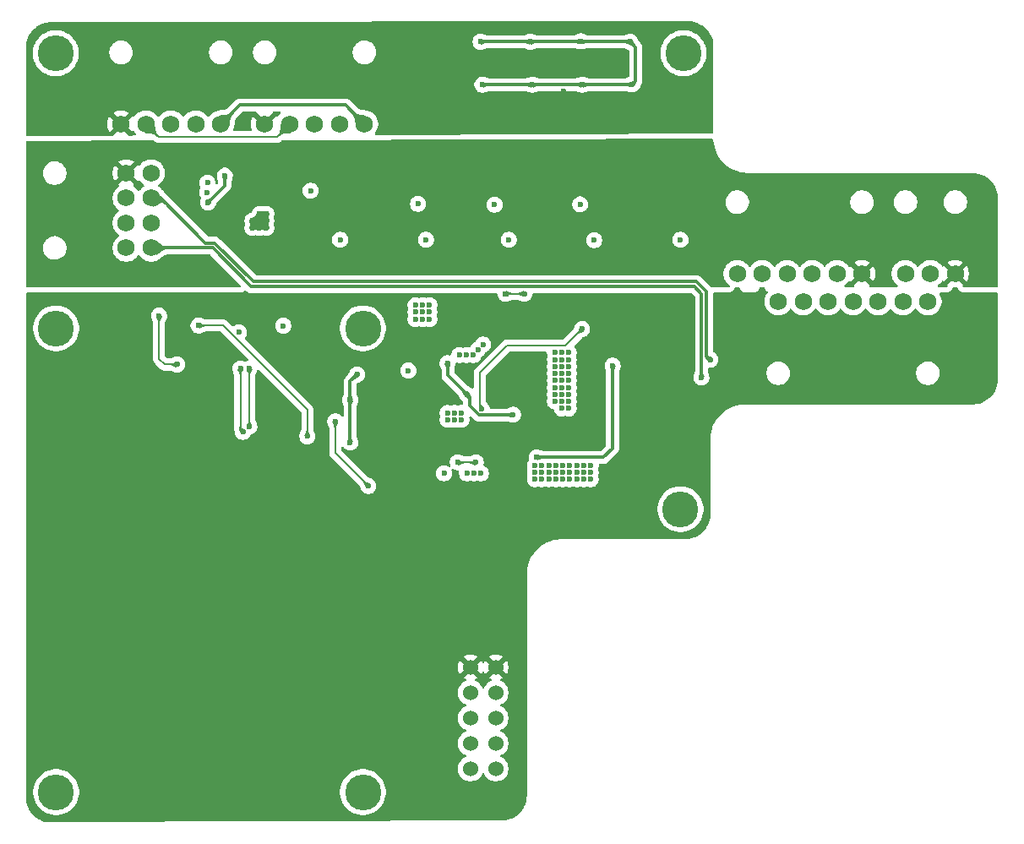
<source format=gbr>
%TF.GenerationSoftware,KiCad,Pcbnew,9.0.0*%
%TF.CreationDate,2025-10-11T11:15:02-05:00*%
%TF.ProjectId,BPS-Voltage_Temp_Board,4250532d-566f-46c7-9461-67655f54656d,rev?*%
%TF.SameCoordinates,Original*%
%TF.FileFunction,Copper,L2,Inr*%
%TF.FilePolarity,Positive*%
%FSLAX46Y46*%
G04 Gerber Fmt 4.6, Leading zero omitted, Abs format (unit mm)*
G04 Created by KiCad (PCBNEW 9.0.0) date 2025-10-11 11:15:02*
%MOMM*%
%LPD*%
G01*
G04 APERTURE LIST*
%TA.AperFunction,ComponentPad*%
%ADD10C,1.524000*%
%TD*%
%TA.AperFunction,ComponentPad*%
%ADD11C,3.600000*%
%TD*%
%TA.AperFunction,ComponentPad*%
%ADD12C,1.752600*%
%TD*%
%TA.AperFunction,ViaPad*%
%ADD13C,0.600000*%
%TD*%
%TA.AperFunction,Conductor*%
%ADD14C,0.300000*%
%TD*%
%TA.AperFunction,Conductor*%
%ADD15C,0.200000*%
%TD*%
G04 APERTURE END LIST*
D10*
%TO.N,/LedDin*%
%TO.C,J5*%
X62660000Y-92400000D03*
%TO.N,/PB3*%
X65200000Y-92400000D03*
%TO.N,/PB15*%
X62660000Y-89860000D03*
%TO.N,/bmsAlert*%
X65200000Y-89860000D03*
%TO.N,/PB14*%
X62660000Y-87320000D03*
%TO.N,/bmsEn*%
X65200000Y-87320000D03*
%TO.N,/VoltageSense/I2C_SDA*%
X62660000Y-84780000D03*
%TO.N,/VoltageSense/I2C_SCL*%
X65200000Y-84780000D03*
%TO.N,GND*%
X62660000Y-82240000D03*
X65200000Y-82240000D03*
%TD*%
D11*
%TO.N,unconnected-(MH4-Pad1)_1*%
%TO.C,MH4*%
X21095000Y-20700000D03*
%TD*%
D12*
%TO.N,/VoltageConn/last_cell_ext*%
%TO.C,J11*%
X108500000Y-45591895D03*
%TO.N,/VoltageConn/4&5COM_ext*%
X106000000Y-45591895D03*
%TO.N,/VoltageConn/3&4COM_ext*%
X103500000Y-45591895D03*
%TO.N,/VoltageConn/2&3COM_ext*%
X101000000Y-45591895D03*
%TO.N,/VoltageConn/1&2COM_ext*%
X98500000Y-45591895D03*
%TO.N,unconnected-(J11-Pin_6-Pad6)*%
X96000000Y-45591895D03*
%TO.N,Net-(J11-Pin_7)*%
X93500000Y-45591895D03*
%TD*%
D11*
%TO.N,unconnected-(J10-MNT-Pad25)*%
%TO.C,J10*%
X21125000Y-48280000D03*
%TO.N,unconnected-(J10-MNT-Pad26)_1*%
X51875000Y-48280000D03*
%TO.N,unconnected-(J10-MNT-Pad27)_1*%
X51875000Y-94750000D03*
%TO.N,unconnected-(J10-MNT-Pad28)_1*%
X21135000Y-94750000D03*
%TD*%
D12*
%TO.N,VDDA*%
%TO.C,J8*%
X89383400Y-42808106D03*
%TO.N,/TemperatureConn/rawTemperature1*%
X91883400Y-42808106D03*
%TO.N,/TemperatureConn/rawTemperature2*%
X94383400Y-42808106D03*
%TO.N,/TemperatureConn/rawTemperature3*%
X96883400Y-42808106D03*
%TO.N,/ScrutineeringConn/rawTemperature4_Pre*%
X99383400Y-42808106D03*
%TO.N,GNDA*%
X101883400Y-42808106D03*
%TD*%
%TO.N,GND*%
%TO.C,J3*%
X27633400Y-27808106D03*
%TO.N,/I-CAN_L*%
X30133400Y-27808106D03*
%TO.N,/I-CAN_H*%
X32633400Y-27808106D03*
%TO.N,+24V*%
X35133400Y-27808106D03*
%TO.N,/ShieldGND*%
X37633400Y-27808106D03*
%TD*%
%TO.N,/VoltageConn/3&4COM_Out*%
%TO.C,J1*%
X30658098Y-40216600D03*
%TO.N,/ShieldGND*%
X30658098Y-37716600D03*
%TO.N,/VoltageConn/3&4COM*%
X30658098Y-35216600D03*
%TO.N,GND_Seg*%
X30658098Y-32716600D03*
%TO.N,VDDA*%
X28158098Y-40216600D03*
%TO.N,/TemperatureConn/rawTemperature4*%
X28158098Y-37716600D03*
%TO.N,/ScrutineeringConn/rawTemperature4_Pre*%
X28158098Y-35216600D03*
%TO.N,GNDA*%
X28158098Y-32716600D03*
%TD*%
%TO.N,VDDA*%
%TO.C,J9*%
X106233400Y-42800000D03*
%TO.N,/TemperatureConn/rawTemperature5*%
X108733400Y-42800000D03*
%TO.N,GNDA*%
X111233400Y-42800000D03*
%TD*%
%TO.N,GND*%
%TO.C,J4*%
X42033400Y-27808106D03*
%TO.N,/I-CAN_L*%
X44533400Y-27808106D03*
%TO.N,/I-CAN_H*%
X47033400Y-27808106D03*
%TO.N,+24V*%
X49533400Y-27808106D03*
%TO.N,/ShieldGND*%
X52033400Y-27808106D03*
%TD*%
D11*
%TO.N,unconnected-(MH1-Pad1)*%
%TO.C,MH1*%
X84000000Y-20700000D03*
%TD*%
%TO.N,unconnected-(MH3-Pad1)*%
%TO.C,MH3*%
X83700000Y-66400000D03*
%TD*%
D13*
%TO.N,GND*%
X57300000Y-79200000D03*
X71762716Y-67270735D03*
X58000000Y-77800000D03*
X77392500Y-22507500D03*
X42600000Y-62400000D03*
X43300000Y-61000000D03*
X58700000Y-77800000D03*
X51700000Y-70100000D03*
X46700000Y-50600000D03*
X52400000Y-69400000D03*
X55200000Y-75000000D03*
X47975000Y-59100000D03*
X40800000Y-38200000D03*
X54500000Y-74300000D03*
X48200000Y-65900000D03*
X46100000Y-65200000D03*
X44000000Y-45500000D03*
X42600000Y-61000000D03*
X46000000Y-52000000D03*
X52400000Y-70800000D03*
X46100000Y-66600000D03*
X42600000Y-61700000D03*
X42200000Y-37500000D03*
X72000000Y-24550000D03*
X56600000Y-73600000D03*
X46800000Y-65200000D03*
X48900000Y-69400000D03*
X48900000Y-70100000D03*
X43300000Y-61700000D03*
X43200000Y-45500000D03*
X57300000Y-77800000D03*
X48200000Y-66600000D03*
X49600000Y-70800000D03*
X54307500Y-55707500D03*
X51000000Y-69400000D03*
X58700000Y-78500000D03*
X46700000Y-51300000D03*
X53100000Y-74300000D03*
X47500000Y-66600000D03*
X51700000Y-70800000D03*
X53450000Y-62900000D03*
X53100000Y-75000000D03*
X44700000Y-66600000D03*
X44000000Y-61000000D03*
X69600000Y-22000000D03*
X45300000Y-51300000D03*
X48200000Y-65200000D03*
X40800000Y-37500000D03*
X56600000Y-74300000D03*
X44000000Y-46200000D03*
X58000000Y-79200000D03*
X51700000Y-69400000D03*
X44700000Y-65900000D03*
X46800000Y-65900000D03*
X46800000Y-66600000D03*
X53800000Y-74300000D03*
X42400000Y-46200000D03*
X52400000Y-70100000D03*
X47500000Y-65200000D03*
X49600000Y-69400000D03*
X46000000Y-51300000D03*
X41500000Y-38200000D03*
X50300000Y-70800000D03*
X41500000Y-37500000D03*
X43200000Y-46900000D03*
X65775533Y-25878355D03*
X44000000Y-62400000D03*
X50300000Y-70100000D03*
X55200000Y-74300000D03*
X55900000Y-75000000D03*
X44000000Y-61700000D03*
X45400000Y-65900000D03*
X43200000Y-46200000D03*
X44000000Y-46900000D03*
X65450000Y-21112500D03*
X58700000Y-79200000D03*
X46100000Y-65900000D03*
X41500000Y-36800000D03*
X49600000Y-70100000D03*
X53100000Y-73600000D03*
X60200000Y-22600000D03*
X45300000Y-52000000D03*
X42200000Y-38200000D03*
X70134250Y-27450000D03*
X42400000Y-45500000D03*
X51000000Y-70800000D03*
X55900000Y-74300000D03*
X44700000Y-65200000D03*
X58000000Y-78500000D03*
X50300000Y-69400000D03*
X47500000Y-65900000D03*
X56600000Y-75000000D03*
X54500000Y-75000000D03*
X48900000Y-70800000D03*
X55900000Y-73600000D03*
X42400000Y-46900000D03*
X46700000Y-52000000D03*
X45400000Y-66600000D03*
X45300000Y-50600000D03*
X45400000Y-65200000D03*
X57300000Y-78500000D03*
X46000000Y-50600000D03*
X55200000Y-73600000D03*
X53800000Y-73600000D03*
X54500000Y-73600000D03*
X43300000Y-62400000D03*
X53800000Y-75000000D03*
X42200000Y-36800000D03*
X77150000Y-26250000D03*
X51000000Y-70100000D03*
%TO.N,+3.3V*%
X63843750Y-23856250D03*
X73707500Y-19507500D03*
X51300000Y-52895000D03*
X73843750Y-23856250D03*
X78657500Y-19557500D03*
X68843750Y-23856250D03*
X50600000Y-55450000D03*
X78875000Y-23825000D03*
X50600000Y-59735000D03*
X63657500Y-19557500D03*
X68657500Y-19557500D03*
%TO.N,GNDA*%
X72114734Y-36085266D03*
X39400000Y-40200000D03*
X43900000Y-48011500D03*
X63559028Y-35940972D03*
X80778484Y-36021516D03*
X48075000Y-40200000D03*
X38700000Y-39500000D03*
X46822234Y-36077766D03*
X36600000Y-41600000D03*
X37300000Y-42300000D03*
X55425029Y-35874971D03*
%TO.N,VDDA*%
X39462500Y-48662500D03*
X58200000Y-39400000D03*
X83700000Y-39400000D03*
X75060000Y-39450000D03*
X49592500Y-39400000D03*
X66500000Y-39400000D03*
%TO.N,/VoltageSense/regout*%
X60356250Y-51743750D03*
X66931250Y-56931250D03*
X62300000Y-54900000D03*
%TO.N,/VoltageConn/VC1*%
X69300000Y-61200000D03*
X76901000Y-52000000D03*
%TO.N,/PB3*%
X31450000Y-47000000D03*
X33250000Y-51900000D03*
%TO.N,/bmsEn*%
X35400000Y-48000000D03*
X46300000Y-59100000D03*
%TO.N,/bmsAlert*%
X52425000Y-64075000D03*
X49100000Y-57600000D03*
%TO.N,/VoltageSense/ALERT*%
X63775728Y-56320937D03*
X73844975Y-48344975D03*
%TO.N,/VoltageSense/bmsBoot*%
X61375735Y-61700735D03*
X63200000Y-61725000D03*
%TO.N,/VoltageConn/3&4COM*%
X86700000Y-51400000D03*
%TO.N,/VoltageConn/3&4COM_Out*%
X85800000Y-53200000D03*
%TO.N,/TemperatureConn/rawTemperature1*%
X57400000Y-35800000D03*
%TO.N,/TemperatureConn/rawTemperature2*%
X65075000Y-35875000D03*
%TO.N,/TemperatureConn/rawTemperature3*%
X73650000Y-35850000D03*
%TO.N,/TemperatureConn/rawTemperature4*%
X46625000Y-34475000D03*
X36300000Y-33700000D03*
%TO.N,/VoltageSense/I2C_SCL*%
X39600000Y-52300000D03*
X39850000Y-58650000D03*
%TO.N,/VoltageSense/I2C_SDA*%
X40495000Y-52300000D03*
X40495000Y-58124000D03*
%TO.N,GND_Seg*%
X57150000Y-46650000D03*
X71800000Y-51400000D03*
X74700000Y-62000000D03*
X71900000Y-63400000D03*
X74700000Y-62700000D03*
X72500000Y-52100000D03*
X63400000Y-50400000D03*
X71900000Y-62700000D03*
X56437500Y-52500000D03*
X70500000Y-63400000D03*
X62300000Y-62800000D03*
X69100000Y-62000000D03*
X69100000Y-62700000D03*
X57150000Y-45950000D03*
X60350000Y-56750000D03*
X62950000Y-50950000D03*
X61750000Y-56750000D03*
X71900000Y-62000000D03*
X72500000Y-50700000D03*
X71100000Y-52100000D03*
X72600000Y-63400000D03*
X57150000Y-47350000D03*
X57850000Y-46650000D03*
X71100000Y-52800000D03*
X71800000Y-53500000D03*
X72600000Y-62700000D03*
X74000000Y-62000000D03*
X61050000Y-57450000D03*
X70500000Y-62700000D03*
X71800000Y-52800000D03*
X69100000Y-63400000D03*
X61550000Y-50950000D03*
X71800000Y-52100000D03*
X72500000Y-54900000D03*
X71100000Y-55600000D03*
X62250000Y-50950000D03*
X70500000Y-62000000D03*
X58550000Y-45950000D03*
X71100000Y-53500000D03*
X72600000Y-62000000D03*
X71800000Y-55600000D03*
X74000000Y-62700000D03*
X71100000Y-54900000D03*
X73300000Y-62000000D03*
X71100000Y-54200000D03*
X71100000Y-50700000D03*
X71800000Y-54200000D03*
X69800000Y-62000000D03*
X71200000Y-63400000D03*
X63700000Y-62800000D03*
X69800000Y-63400000D03*
X72500000Y-52800000D03*
X69800000Y-62700000D03*
X72500000Y-53500000D03*
X71200000Y-62700000D03*
X63900000Y-49900000D03*
X72500000Y-55600000D03*
X58550000Y-46650000D03*
X71200000Y-62000000D03*
X74700000Y-63400000D03*
X74000000Y-63400000D03*
X71800000Y-54900000D03*
X63000000Y-62800000D03*
X71100000Y-51400000D03*
X61050000Y-56750000D03*
X72500000Y-51400000D03*
X71800000Y-50700000D03*
X72500000Y-56300000D03*
X57850000Y-47350000D03*
X60350000Y-57450000D03*
X73300000Y-62700000D03*
X61750000Y-57450000D03*
X73300000Y-63400000D03*
X71800000Y-56300000D03*
X58550000Y-47350000D03*
X72500000Y-54200000D03*
X57850000Y-45950000D03*
X60000000Y-62800000D03*
%TO.N,/TemperatureFilters/Temperature5*%
X68050000Y-44800000D03*
X66150000Y-44800000D03*
%TO.N,/ScrutineeringConn/rawTemperature4_Pre*%
X36265120Y-34654120D03*
%TO.N,/ShieldGND*%
X38032952Y-32976432D03*
X36350000Y-35650000D03*
%TD*%
D14*
%TO.N,+3.3V*%
X78657500Y-19557500D02*
X79200000Y-20100000D01*
X73757500Y-19557500D02*
X78657500Y-19557500D01*
X50600000Y-53595000D02*
X51300000Y-52895000D01*
X50600000Y-59735000D02*
X50600000Y-55450000D01*
X73657500Y-19557500D02*
X73707500Y-19507500D01*
X79200000Y-23500000D02*
X78875000Y-23825000D01*
X68657500Y-19557500D02*
X73657500Y-19557500D01*
X73843750Y-23856250D02*
X68843750Y-23856250D01*
X73707500Y-19507500D02*
X73757500Y-19557500D01*
X78875000Y-23825000D02*
X78843750Y-23856250D01*
X63657500Y-19557500D02*
X68657500Y-19557500D01*
X50600000Y-55450000D02*
X50600000Y-53595000D01*
X78843750Y-23856250D02*
X73843750Y-23856250D01*
X68843750Y-23856250D02*
X63843750Y-23856250D01*
X79200000Y-20100000D02*
X79200000Y-23500000D01*
%TO.N,/VoltageSense/regout*%
X63505275Y-56970937D02*
X66891563Y-56970937D01*
X60400000Y-51787500D02*
X60356250Y-51743750D01*
X62300000Y-54900000D02*
X60400000Y-53000000D01*
X66891563Y-56970937D02*
X66931250Y-56931250D01*
X60400000Y-53000000D02*
X60400000Y-51787500D01*
X62556250Y-56021912D02*
X62556250Y-55156250D01*
X62556250Y-55156250D02*
X62300000Y-54900000D01*
X62556250Y-56021912D02*
X63505275Y-56970937D01*
%TO.N,/VoltageConn/VC1*%
X76900000Y-52001000D02*
X76900000Y-60300000D01*
X76000000Y-61200000D02*
X69300000Y-61200000D01*
X76900000Y-60300000D02*
X76000000Y-61200000D01*
X76901000Y-52000000D02*
X76900000Y-52001000D01*
D15*
%TO.N,/I-CAN_L*%
X43241506Y-29100000D02*
X44533400Y-27808106D01*
X30133400Y-27808106D02*
X31425294Y-29100000D01*
X31425294Y-29100000D02*
X43241506Y-29100000D01*
%TO.N,/PB3*%
X33250000Y-51900000D02*
X32000000Y-51900000D01*
X31450000Y-51350000D02*
X31450000Y-47000000D01*
X32000000Y-51900000D02*
X31450000Y-51350000D01*
%TO.N,/bmsEn*%
X46300000Y-59100000D02*
X46300000Y-56400000D01*
X37900000Y-48000000D02*
X35400000Y-48000000D01*
X46300000Y-56400000D02*
X37900000Y-48000000D01*
%TO.N,/bmsAlert*%
X52425000Y-64075000D02*
X49100000Y-60750000D01*
X49100000Y-60750000D02*
X49100000Y-57600000D01*
%TO.N,/VoltageSense/ALERT*%
X66300000Y-50000000D02*
X72189950Y-50000000D01*
X63775728Y-56320937D02*
X63775728Y-56320736D01*
X72189950Y-50000000D02*
X73844975Y-48344975D01*
X63600000Y-56145008D02*
X63600000Y-52700000D01*
X63775728Y-56320736D02*
X63600000Y-56145008D01*
X63600000Y-52700000D02*
X66300000Y-50000000D01*
%TO.N,/VoltageSense/bmsBoot*%
X61400000Y-61725000D02*
X61375735Y-61700735D01*
X63200000Y-61725000D02*
X61400000Y-61725000D01*
D14*
%TO.N,/VoltageConn/3&4COM*%
X37015601Y-39715600D02*
X36115600Y-39715600D01*
X86700000Y-51400000D02*
X86301000Y-51001000D01*
X31616600Y-35216600D02*
X30658098Y-35216600D01*
X37015601Y-39715600D02*
X40899000Y-43599000D01*
X36115600Y-39715600D02*
X31616600Y-35216600D01*
X85299001Y-43599000D02*
X40899000Y-43599000D01*
X85299001Y-43599000D02*
X86301000Y-44600999D01*
X86301000Y-51001000D02*
X86301000Y-44600999D01*
%TO.N,/VoltageConn/3&4COM_Out*%
X36808080Y-40216600D02*
X40691480Y-44100000D01*
X85800000Y-53200000D02*
X85800000Y-44808520D01*
X30658098Y-40216600D02*
X36808080Y-40216600D01*
X85091480Y-44100000D02*
X40691480Y-44100000D01*
X85800000Y-44808520D02*
X85091480Y-44100000D01*
D15*
%TO.N,/VoltageSense/I2C_SCL*%
X39600000Y-52300000D02*
X39600000Y-58400000D01*
X39600000Y-58400000D02*
X39850000Y-58650000D01*
%TO.N,/VoltageSense/I2C_SDA*%
X40495000Y-52300000D02*
X40495000Y-58124000D01*
%TO.N,/TemperatureFilters/Temperature5*%
X66150000Y-44800000D02*
X68050000Y-44800000D01*
D14*
%TO.N,/ShieldGND*%
X37633400Y-27808106D02*
X39541506Y-25900000D01*
X38032952Y-33967048D02*
X36350000Y-35650000D01*
X38032952Y-32976432D02*
X38032952Y-33967048D01*
X50125294Y-25900000D02*
X52033400Y-27808106D01*
X39541506Y-25900000D02*
X50125294Y-25900000D01*
%TD*%
%TA.AperFunction,Conductor*%
%TO.N,GNDA*%
G36*
X86944219Y-29308268D02*
G01*
X86990135Y-29360932D01*
X87000900Y-29400627D01*
X87033213Y-29728548D01*
X87033214Y-29728558D01*
X87033215Y-29728563D01*
X87100363Y-30066006D01*
X87200275Y-30395239D01*
X87200277Y-30395244D01*
X87200278Y-30395247D01*
X87331989Y-30713093D01*
X87494232Y-31016496D01*
X87664806Y-31271660D01*
X87685440Y-31302526D01*
X87903775Y-31568433D01*
X88147129Y-31811651D01*
X88147134Y-31811655D01*
X88147137Y-31811658D01*
X88413146Y-32029825D01*
X88413152Y-32029830D01*
X88413160Y-32029836D01*
X88699301Y-32220885D01*
X89002796Y-32382957D01*
X89002802Y-32382959D01*
X89002803Y-32382960D01*
X89029964Y-32394197D01*
X89320720Y-32514490D01*
X89650009Y-32614216D01*
X89987490Y-32681175D01*
X90329910Y-32714720D01*
X90432310Y-32714664D01*
X90436041Y-32714662D01*
X90436047Y-32714664D01*
X90455168Y-32714653D01*
X90455726Y-32714653D01*
X90455790Y-32714653D01*
X90501939Y-32714627D01*
X90501939Y-32714628D01*
X90567831Y-32714592D01*
X90567831Y-32714591D01*
X90586165Y-32714582D01*
X90586175Y-32714579D01*
X112935010Y-32702198D01*
X112935014Y-32702199D01*
X112997163Y-32702164D01*
X113004643Y-32702385D01*
X113294671Y-32719765D01*
X113309526Y-32721560D01*
X113591658Y-32773094D01*
X113606196Y-32776668D01*
X113880061Y-32861830D01*
X113894038Y-32867121D01*
X114155652Y-32984673D01*
X114168893Y-32991612D01*
X114414432Y-33139836D01*
X114426757Y-33148333D01*
X114639752Y-33314985D01*
X114652619Y-33325052D01*
X114663833Y-33334973D01*
X114866761Y-33537639D01*
X114876696Y-33548839D01*
X115053715Y-33774477D01*
X115062228Y-33786793D01*
X115198329Y-34011588D01*
X115210760Y-34032119D01*
X115217727Y-34045372D01*
X115335611Y-34306816D01*
X115340930Y-34320811D01*
X115426443Y-34594548D01*
X115430037Y-34609083D01*
X115481937Y-34891148D01*
X115483752Y-34906009D01*
X115501558Y-35196827D01*
X115501790Y-35204366D01*
X115504546Y-44023109D01*
X115484882Y-44090155D01*
X115432093Y-44135926D01*
X115380613Y-44147148D01*
X112099969Y-44148921D01*
X112032919Y-44129273D01*
X111987135Y-44076493D01*
X111977155Y-44007340D01*
X112006145Y-43943769D01*
X112013733Y-43936800D01*
X112013946Y-43934099D01*
X111459687Y-43379841D01*
X111528170Y-43351475D01*
X111630093Y-43283372D01*
X111716772Y-43196693D01*
X111784875Y-43094770D01*
X111813240Y-43026287D01*
X112367499Y-43580546D01*
X112367500Y-43580545D01*
X112410512Y-43521344D01*
X112410520Y-43521331D01*
X112508865Y-43328320D01*
X112575811Y-43122284D01*
X112609700Y-42908322D01*
X112609700Y-42691677D01*
X112575811Y-42477715D01*
X112508865Y-42271679D01*
X112410514Y-42078657D01*
X112367500Y-42019453D01*
X112367499Y-42019452D01*
X111813240Y-42573711D01*
X111784875Y-42505230D01*
X111716772Y-42403307D01*
X111630093Y-42316628D01*
X111528170Y-42248525D01*
X111459687Y-42220158D01*
X112013945Y-41665899D01*
X112013945Y-41665898D01*
X111954742Y-41622885D01*
X111761720Y-41524534D01*
X111555684Y-41457588D01*
X111341722Y-41423700D01*
X111125078Y-41423700D01*
X110911115Y-41457588D01*
X110705079Y-41524534D01*
X110512059Y-41622884D01*
X110452853Y-41665898D01*
X110452853Y-41665899D01*
X111007112Y-42220158D01*
X110938630Y-42248525D01*
X110836707Y-42316628D01*
X110750028Y-42403307D01*
X110681925Y-42505230D01*
X110653558Y-42573712D01*
X110099299Y-42019453D01*
X110099297Y-42019453D01*
X110084026Y-42040473D01*
X110028697Y-42083139D01*
X109959083Y-42089118D01*
X109897288Y-42056513D01*
X109883390Y-42040474D01*
X109874006Y-42027558D01*
X109783564Y-41903075D01*
X109630325Y-41749836D01*
X109455000Y-41622455D01*
X109278728Y-41532640D01*
X109261905Y-41524068D01*
X109055804Y-41457102D01*
X108892934Y-41431306D01*
X108841756Y-41423200D01*
X108625044Y-41423200D01*
X108573866Y-41431306D01*
X108410997Y-41457102D01*
X108410994Y-41457102D01*
X108204894Y-41524068D01*
X108011799Y-41622455D01*
X107836472Y-41749838D01*
X107683238Y-41903072D01*
X107683238Y-41903073D01*
X107683236Y-41903075D01*
X107592794Y-42027558D01*
X107583718Y-42040050D01*
X107528388Y-42082715D01*
X107458774Y-42088694D01*
X107396980Y-42056088D01*
X107383082Y-42040050D01*
X107374006Y-42027558D01*
X107283564Y-41903075D01*
X107130325Y-41749836D01*
X106955000Y-41622455D01*
X106778728Y-41532640D01*
X106761905Y-41524068D01*
X106555804Y-41457102D01*
X106392934Y-41431306D01*
X106341756Y-41423200D01*
X106125044Y-41423200D01*
X106073866Y-41431306D01*
X105910997Y-41457102D01*
X105910994Y-41457102D01*
X105704894Y-41524068D01*
X105511799Y-41622455D01*
X105336472Y-41749838D01*
X105183238Y-41903072D01*
X105055855Y-42078399D01*
X104957468Y-42271494D01*
X104890502Y-42477594D01*
X104890502Y-42477597D01*
X104868188Y-42618482D01*
X104856600Y-42691644D01*
X104856600Y-42908356D01*
X104862958Y-42948500D01*
X104890502Y-43122402D01*
X104890502Y-43122405D01*
X104957468Y-43328505D01*
X104987530Y-43387504D01*
X105055855Y-43521600D01*
X105183236Y-43696925D01*
X105336475Y-43850164D01*
X105336478Y-43850166D01*
X105443936Y-43928239D01*
X105486602Y-43983569D01*
X105492581Y-44053182D01*
X105459975Y-44114977D01*
X105399137Y-44149334D01*
X105371118Y-44152557D01*
X102754173Y-44153972D01*
X102687123Y-44134324D01*
X102641340Y-44081544D01*
X102631359Y-44012391D01*
X102660349Y-43948820D01*
X102663665Y-43945774D01*
X102663946Y-43942205D01*
X102109687Y-43387947D01*
X102178170Y-43359581D01*
X102280093Y-43291478D01*
X102366772Y-43204799D01*
X102434875Y-43102876D01*
X102463240Y-43034393D01*
X103017499Y-43588652D01*
X103017500Y-43588651D01*
X103060512Y-43529450D01*
X103060520Y-43529437D01*
X103158865Y-43336426D01*
X103225811Y-43130390D01*
X103259700Y-42916428D01*
X103259700Y-42699783D01*
X103225811Y-42485821D01*
X103158865Y-42279785D01*
X103060514Y-42086763D01*
X103017500Y-42027559D01*
X103017499Y-42027558D01*
X102463240Y-42581817D01*
X102434875Y-42513336D01*
X102366772Y-42411413D01*
X102280093Y-42324734D01*
X102178170Y-42256631D01*
X102109687Y-42228264D01*
X102663945Y-41674005D01*
X102663945Y-41674004D01*
X102604742Y-41630991D01*
X102411720Y-41532640D01*
X102205684Y-41465694D01*
X101991722Y-41431806D01*
X101775078Y-41431806D01*
X101561115Y-41465694D01*
X101355079Y-41532640D01*
X101162059Y-41630990D01*
X101102853Y-41674004D01*
X101102853Y-41674005D01*
X101657112Y-42228264D01*
X101588630Y-42256631D01*
X101486707Y-42324734D01*
X101400028Y-42411413D01*
X101331925Y-42513336D01*
X101303558Y-42581818D01*
X100749299Y-42027559D01*
X100749297Y-42027559D01*
X100734026Y-42048579D01*
X100678697Y-42091245D01*
X100609083Y-42097224D01*
X100547288Y-42064619D01*
X100533390Y-42048580D01*
X100527193Y-42040050D01*
X100433564Y-41911181D01*
X100280325Y-41757942D01*
X100105000Y-41630561D01*
X100089091Y-41622455D01*
X99911905Y-41532174D01*
X99705804Y-41465208D01*
X99545267Y-41439781D01*
X99491756Y-41431306D01*
X99275044Y-41431306D01*
X99203695Y-41442606D01*
X99060997Y-41465208D01*
X99060994Y-41465208D01*
X98854894Y-41532174D01*
X98661799Y-41630561D01*
X98486472Y-41757944D01*
X98333238Y-41911178D01*
X98333238Y-41911179D01*
X98333236Y-41911181D01*
X98239607Y-42040050D01*
X98233718Y-42048156D01*
X98178388Y-42090821D01*
X98108774Y-42096800D01*
X98046980Y-42064194D01*
X98033082Y-42048156D01*
X98027193Y-42040050D01*
X97933564Y-41911181D01*
X97780325Y-41757942D01*
X97605000Y-41630561D01*
X97589091Y-41622455D01*
X97411905Y-41532174D01*
X97205804Y-41465208D01*
X97045267Y-41439781D01*
X96991756Y-41431306D01*
X96775044Y-41431306D01*
X96703695Y-41442606D01*
X96560997Y-41465208D01*
X96560994Y-41465208D01*
X96354894Y-41532174D01*
X96161799Y-41630561D01*
X95986472Y-41757944D01*
X95833238Y-41911178D01*
X95833238Y-41911179D01*
X95833236Y-41911181D01*
X95739607Y-42040050D01*
X95733718Y-42048156D01*
X95678388Y-42090821D01*
X95608774Y-42096800D01*
X95546980Y-42064194D01*
X95533082Y-42048156D01*
X95527193Y-42040050D01*
X95433564Y-41911181D01*
X95280325Y-41757942D01*
X95105000Y-41630561D01*
X95089091Y-41622455D01*
X94911905Y-41532174D01*
X94705804Y-41465208D01*
X94545267Y-41439781D01*
X94491756Y-41431306D01*
X94275044Y-41431306D01*
X94203695Y-41442606D01*
X94060997Y-41465208D01*
X94060994Y-41465208D01*
X93854894Y-41532174D01*
X93661799Y-41630561D01*
X93486472Y-41757944D01*
X93333238Y-41911178D01*
X93333238Y-41911179D01*
X93333236Y-41911181D01*
X93239607Y-42040050D01*
X93233718Y-42048156D01*
X93178388Y-42090821D01*
X93108774Y-42096800D01*
X93046980Y-42064194D01*
X93033082Y-42048156D01*
X93027193Y-42040050D01*
X92933564Y-41911181D01*
X92780325Y-41757942D01*
X92605000Y-41630561D01*
X92589091Y-41622455D01*
X92411905Y-41532174D01*
X92205804Y-41465208D01*
X92045267Y-41439781D01*
X91991756Y-41431306D01*
X91775044Y-41431306D01*
X91703695Y-41442606D01*
X91560997Y-41465208D01*
X91560994Y-41465208D01*
X91354894Y-41532174D01*
X91161799Y-41630561D01*
X90986472Y-41757944D01*
X90833238Y-41911178D01*
X90833238Y-41911179D01*
X90833236Y-41911181D01*
X90739607Y-42040050D01*
X90733718Y-42048156D01*
X90678388Y-42090821D01*
X90608774Y-42096800D01*
X90546980Y-42064194D01*
X90533082Y-42048156D01*
X90527193Y-42040050D01*
X90433564Y-41911181D01*
X90280325Y-41757942D01*
X90105000Y-41630561D01*
X90089091Y-41622455D01*
X89911905Y-41532174D01*
X89705804Y-41465208D01*
X89545267Y-41439781D01*
X89491756Y-41431306D01*
X89275044Y-41431306D01*
X89203695Y-41442606D01*
X89060997Y-41465208D01*
X89060994Y-41465208D01*
X88854894Y-41532174D01*
X88661799Y-41630561D01*
X88486472Y-41757944D01*
X88333238Y-41911178D01*
X88205855Y-42086505D01*
X88107468Y-42279600D01*
X88040502Y-42485700D01*
X88040502Y-42485703D01*
X88019472Y-42618482D01*
X88006600Y-42699750D01*
X88006600Y-42916462D01*
X88015634Y-42973497D01*
X88040502Y-43130508D01*
X88040502Y-43130511D01*
X88107468Y-43336611D01*
X88143074Y-43406491D01*
X88205855Y-43529706D01*
X88333236Y-43705031D01*
X88486475Y-43858270D01*
X88595313Y-43937345D01*
X88637978Y-43992675D01*
X88643957Y-44062288D01*
X88611351Y-44124083D01*
X88550512Y-44158441D01*
X88522494Y-44161663D01*
X86833952Y-44162576D01*
X86766902Y-44142928D01*
X86746204Y-44126257D01*
X85713675Y-43093727D01*
X85713674Y-43093726D01*
X85713670Y-43093723D01*
X85607128Y-43022535D01*
X85488745Y-42973499D01*
X85488739Y-42973497D01*
X85363072Y-42948500D01*
X85363070Y-42948500D01*
X41219807Y-42948500D01*
X41152768Y-42928815D01*
X41132126Y-42912181D01*
X37622695Y-39402747D01*
X37541101Y-39321153D01*
X48792000Y-39321153D01*
X48792000Y-39478846D01*
X48822761Y-39633489D01*
X48822764Y-39633501D01*
X48883102Y-39779172D01*
X48883109Y-39779185D01*
X48970710Y-39910288D01*
X48970713Y-39910292D01*
X49082207Y-40021786D01*
X49082211Y-40021789D01*
X49213314Y-40109390D01*
X49213327Y-40109397D01*
X49358998Y-40169735D01*
X49359003Y-40169737D01*
X49513653Y-40200499D01*
X49513656Y-40200500D01*
X49513658Y-40200500D01*
X49671344Y-40200500D01*
X49671345Y-40200499D01*
X49825997Y-40169737D01*
X49971679Y-40109394D01*
X50102789Y-40021789D01*
X50214289Y-39910289D01*
X50301894Y-39779179D01*
X50362237Y-39633497D01*
X50393000Y-39478842D01*
X50393000Y-39321158D01*
X50393000Y-39321155D01*
X50392999Y-39321153D01*
X57399500Y-39321153D01*
X57399500Y-39478846D01*
X57430261Y-39633489D01*
X57430264Y-39633501D01*
X57490602Y-39779172D01*
X57490609Y-39779185D01*
X57578210Y-39910288D01*
X57578213Y-39910292D01*
X57689707Y-40021786D01*
X57689711Y-40021789D01*
X57820814Y-40109390D01*
X57820827Y-40109397D01*
X57966498Y-40169735D01*
X57966503Y-40169737D01*
X58121153Y-40200499D01*
X58121156Y-40200500D01*
X58121158Y-40200500D01*
X58278844Y-40200500D01*
X58278845Y-40200499D01*
X58433497Y-40169737D01*
X58579179Y-40109394D01*
X58710289Y-40021789D01*
X58821789Y-39910289D01*
X58909394Y-39779179D01*
X58969737Y-39633497D01*
X59000500Y-39478842D01*
X59000500Y-39321158D01*
X59000500Y-39321155D01*
X59000499Y-39321153D01*
X65699500Y-39321153D01*
X65699500Y-39478846D01*
X65730261Y-39633489D01*
X65730264Y-39633501D01*
X65790602Y-39779172D01*
X65790609Y-39779185D01*
X65878210Y-39910288D01*
X65878213Y-39910292D01*
X65989707Y-40021786D01*
X65989711Y-40021789D01*
X66120814Y-40109390D01*
X66120827Y-40109397D01*
X66266498Y-40169735D01*
X66266503Y-40169737D01*
X66421153Y-40200499D01*
X66421156Y-40200500D01*
X66421158Y-40200500D01*
X66578844Y-40200500D01*
X66578845Y-40200499D01*
X66733497Y-40169737D01*
X66879179Y-40109394D01*
X67010289Y-40021789D01*
X67121789Y-39910289D01*
X67209394Y-39779179D01*
X67269737Y-39633497D01*
X67300500Y-39478842D01*
X67300500Y-39371153D01*
X74259500Y-39371153D01*
X74259500Y-39528846D01*
X74290261Y-39683489D01*
X74290264Y-39683501D01*
X74350602Y-39829172D01*
X74350609Y-39829185D01*
X74438210Y-39960288D01*
X74438213Y-39960292D01*
X74549707Y-40071786D01*
X74549711Y-40071789D01*
X74680814Y-40159390D01*
X74680827Y-40159397D01*
X74780060Y-40200500D01*
X74826503Y-40219737D01*
X74981153Y-40250499D01*
X74981156Y-40250500D01*
X74981158Y-40250500D01*
X75138844Y-40250500D01*
X75138845Y-40250499D01*
X75293497Y-40219737D01*
X75439179Y-40159394D01*
X75570289Y-40071789D01*
X75681789Y-39960289D01*
X75769394Y-39829179D01*
X75829737Y-39683497D01*
X75860500Y-39528842D01*
X75860500Y-39371158D01*
X75860500Y-39371155D01*
X75854155Y-39339258D01*
X75854155Y-39339257D01*
X75850554Y-39321153D01*
X82899500Y-39321153D01*
X82899500Y-39478846D01*
X82930261Y-39633489D01*
X82930264Y-39633501D01*
X82990602Y-39779172D01*
X82990609Y-39779185D01*
X83078210Y-39910288D01*
X83078213Y-39910292D01*
X83189707Y-40021786D01*
X83189711Y-40021789D01*
X83320814Y-40109390D01*
X83320827Y-40109397D01*
X83466498Y-40169735D01*
X83466503Y-40169737D01*
X83621153Y-40200499D01*
X83621156Y-40200500D01*
X83621158Y-40200500D01*
X83778844Y-40200500D01*
X83778845Y-40200499D01*
X83933497Y-40169737D01*
X84079179Y-40109394D01*
X84210289Y-40021789D01*
X84321789Y-39910289D01*
X84409394Y-39779179D01*
X84469737Y-39633497D01*
X84500500Y-39478842D01*
X84500500Y-39321158D01*
X84500500Y-39321155D01*
X84500499Y-39321153D01*
X84499340Y-39315326D01*
X84469737Y-39166503D01*
X84458401Y-39139135D01*
X84409397Y-39020827D01*
X84409390Y-39020814D01*
X84321789Y-38889711D01*
X84321786Y-38889707D01*
X84210292Y-38778213D01*
X84210288Y-38778210D01*
X84079185Y-38690609D01*
X84079172Y-38690602D01*
X83933501Y-38630264D01*
X83933489Y-38630261D01*
X83778845Y-38599500D01*
X83778842Y-38599500D01*
X83621158Y-38599500D01*
X83621155Y-38599500D01*
X83466510Y-38630261D01*
X83466498Y-38630264D01*
X83320827Y-38690602D01*
X83320814Y-38690609D01*
X83189711Y-38778210D01*
X83189707Y-38778213D01*
X83078213Y-38889707D01*
X83078210Y-38889711D01*
X82990609Y-39020814D01*
X82990602Y-39020827D01*
X82930264Y-39166498D01*
X82930261Y-39166510D01*
X82899500Y-39321153D01*
X75850554Y-39321153D01*
X75832053Y-39228146D01*
X75829737Y-39216503D01*
X75829735Y-39216498D01*
X75769397Y-39070827D01*
X75769390Y-39070814D01*
X75681789Y-38939711D01*
X75681786Y-38939707D01*
X75570292Y-38828213D01*
X75570288Y-38828210D01*
X75439185Y-38740609D01*
X75439172Y-38740602D01*
X75293501Y-38680264D01*
X75293489Y-38680261D01*
X75138845Y-38649500D01*
X75138842Y-38649500D01*
X74981158Y-38649500D01*
X74981155Y-38649500D01*
X74826510Y-38680261D01*
X74826498Y-38680264D01*
X74680827Y-38740602D01*
X74680814Y-38740609D01*
X74549711Y-38828210D01*
X74549707Y-38828213D01*
X74438213Y-38939707D01*
X74438210Y-38939711D01*
X74350609Y-39070814D01*
X74350602Y-39070827D01*
X74290264Y-39216498D01*
X74290261Y-39216510D01*
X74259500Y-39371153D01*
X67300500Y-39371153D01*
X67300500Y-39321158D01*
X67300500Y-39321155D01*
X67300499Y-39321153D01*
X67299340Y-39315326D01*
X67269737Y-39166503D01*
X67258401Y-39139135D01*
X67209397Y-39020827D01*
X67209390Y-39020814D01*
X67121789Y-38889711D01*
X67121786Y-38889707D01*
X67010292Y-38778213D01*
X67010288Y-38778210D01*
X66879185Y-38690609D01*
X66879172Y-38690602D01*
X66733501Y-38630264D01*
X66733489Y-38630261D01*
X66578845Y-38599500D01*
X66578842Y-38599500D01*
X66421158Y-38599500D01*
X66421155Y-38599500D01*
X66266510Y-38630261D01*
X66266498Y-38630264D01*
X66120827Y-38690602D01*
X66120814Y-38690609D01*
X65989711Y-38778210D01*
X65989707Y-38778213D01*
X65878213Y-38889707D01*
X65878210Y-38889711D01*
X65790609Y-39020814D01*
X65790602Y-39020827D01*
X65730264Y-39166498D01*
X65730261Y-39166510D01*
X65699500Y-39321153D01*
X59000499Y-39321153D01*
X58999340Y-39315326D01*
X58969737Y-39166503D01*
X58958401Y-39139135D01*
X58909397Y-39020827D01*
X58909390Y-39020814D01*
X58821789Y-38889711D01*
X58821786Y-38889707D01*
X58710292Y-38778213D01*
X58710288Y-38778210D01*
X58579185Y-38690609D01*
X58579172Y-38690602D01*
X58433501Y-38630264D01*
X58433489Y-38630261D01*
X58278845Y-38599500D01*
X58278842Y-38599500D01*
X58121158Y-38599500D01*
X58121155Y-38599500D01*
X57966510Y-38630261D01*
X57966498Y-38630264D01*
X57820827Y-38690602D01*
X57820814Y-38690609D01*
X57689711Y-38778210D01*
X57689707Y-38778213D01*
X57578213Y-38889707D01*
X57578210Y-38889711D01*
X57490609Y-39020814D01*
X57490602Y-39020827D01*
X57430264Y-39166498D01*
X57430261Y-39166510D01*
X57399500Y-39321153D01*
X50392999Y-39321153D01*
X50391840Y-39315326D01*
X50362237Y-39166503D01*
X50350901Y-39139135D01*
X50301897Y-39020827D01*
X50301890Y-39020814D01*
X50214289Y-38889711D01*
X50214286Y-38889707D01*
X50102792Y-38778213D01*
X50102788Y-38778210D01*
X49971685Y-38690609D01*
X49971672Y-38690602D01*
X49826001Y-38630264D01*
X49825989Y-38630261D01*
X49671345Y-38599500D01*
X49671342Y-38599500D01*
X49513658Y-38599500D01*
X49513655Y-38599500D01*
X49359010Y-38630261D01*
X49358998Y-38630264D01*
X49213327Y-38690602D01*
X49213314Y-38690609D01*
X49082211Y-38778210D01*
X49082207Y-38778213D01*
X48970713Y-38889707D01*
X48970710Y-38889711D01*
X48883109Y-39020814D01*
X48883102Y-39020827D01*
X48822764Y-39166498D01*
X48822761Y-39166510D01*
X48792000Y-39321153D01*
X37541101Y-39321153D01*
X37430274Y-39210326D01*
X37430270Y-39210323D01*
X37323728Y-39139135D01*
X37205345Y-39090099D01*
X37205339Y-39090097D01*
X37079672Y-39065100D01*
X37079670Y-39065100D01*
X36436408Y-39065100D01*
X36369369Y-39045415D01*
X36348727Y-39028781D01*
X34741099Y-37421153D01*
X39999500Y-37421153D01*
X39999500Y-37578846D01*
X40030260Y-37733488D01*
X40030262Y-37733493D01*
X40030263Y-37733497D01*
X40058864Y-37802547D01*
X40058865Y-37802549D01*
X40066333Y-37872018D01*
X40058865Y-37897447D01*
X40030263Y-37966503D01*
X40030262Y-37966506D01*
X40030260Y-37966511D01*
X39999500Y-38121153D01*
X39999500Y-38278846D01*
X40030261Y-38433489D01*
X40030264Y-38433501D01*
X40090602Y-38579172D01*
X40090609Y-38579185D01*
X40178210Y-38710288D01*
X40178213Y-38710292D01*
X40289707Y-38821786D01*
X40289711Y-38821789D01*
X40420814Y-38909390D01*
X40420827Y-38909397D01*
X40566498Y-38969735D01*
X40566503Y-38969737D01*
X40674535Y-38991226D01*
X40721153Y-39000499D01*
X40721156Y-39000500D01*
X40721158Y-39000500D01*
X40878844Y-39000500D01*
X40878845Y-39000499D01*
X41033497Y-38969737D01*
X41102549Y-38941134D01*
X41172016Y-38933666D01*
X41197447Y-38941133D01*
X41266503Y-38969737D01*
X41374535Y-38991226D01*
X41421153Y-39000499D01*
X41421156Y-39000500D01*
X41421158Y-39000500D01*
X41578844Y-39000500D01*
X41578845Y-39000499D01*
X41733497Y-38969737D01*
X41802549Y-38941134D01*
X41872016Y-38933666D01*
X41897447Y-38941133D01*
X41966503Y-38969737D01*
X42074535Y-38991226D01*
X42121153Y-39000499D01*
X42121156Y-39000500D01*
X42121158Y-39000500D01*
X42278844Y-39000500D01*
X42278845Y-39000499D01*
X42433497Y-38969737D01*
X42579179Y-38909394D01*
X42710289Y-38821789D01*
X42821789Y-38710289D01*
X42909394Y-38579179D01*
X42969737Y-38433497D01*
X43000500Y-38278842D01*
X43000500Y-38121158D01*
X43000500Y-38121155D01*
X43000499Y-38121153D01*
X42969737Y-37966503D01*
X42941134Y-37897450D01*
X42933666Y-37827984D01*
X42941133Y-37802552D01*
X42969737Y-37733497D01*
X43000500Y-37578842D01*
X43000500Y-37421158D01*
X43000500Y-37421155D01*
X43000499Y-37421153D01*
X42969738Y-37266510D01*
X42969737Y-37266503D01*
X42941134Y-37197450D01*
X42933666Y-37127984D01*
X42941133Y-37102552D01*
X42969737Y-37033497D01*
X43000500Y-36878842D01*
X43000500Y-36721158D01*
X43000500Y-36721155D01*
X43000499Y-36721153D01*
X42984098Y-36638699D01*
X42969737Y-36566503D01*
X42940861Y-36496789D01*
X42909397Y-36420827D01*
X42909390Y-36420814D01*
X42821789Y-36289711D01*
X42821786Y-36289707D01*
X42710292Y-36178213D01*
X42710288Y-36178210D01*
X42579185Y-36090609D01*
X42579172Y-36090602D01*
X42433501Y-36030264D01*
X42433489Y-36030261D01*
X42278845Y-35999500D01*
X42278842Y-35999500D01*
X42121158Y-35999500D01*
X42121155Y-35999500D01*
X41966511Y-36030260D01*
X41966506Y-36030262D01*
X41966504Y-36030262D01*
X41966503Y-36030263D01*
X41897449Y-36058865D01*
X41827982Y-36066333D01*
X41802552Y-36058865D01*
X41733497Y-36030263D01*
X41733493Y-36030262D01*
X41733488Y-36030260D01*
X41578845Y-35999500D01*
X41578842Y-35999500D01*
X41421158Y-35999500D01*
X41421155Y-35999500D01*
X41266510Y-36030261D01*
X41266498Y-36030264D01*
X41120827Y-36090602D01*
X41120814Y-36090609D01*
X40989711Y-36178210D01*
X40989707Y-36178213D01*
X40878213Y-36289707D01*
X40878210Y-36289711D01*
X40790609Y-36420814D01*
X40790602Y-36420827D01*
X40730264Y-36566498D01*
X40730262Y-36566505D01*
X40719256Y-36621833D01*
X40686870Y-36683743D01*
X40626153Y-36718316D01*
X40621833Y-36719256D01*
X40566505Y-36730262D01*
X40566498Y-36730264D01*
X40420827Y-36790602D01*
X40420814Y-36790609D01*
X40289711Y-36878210D01*
X40289707Y-36878213D01*
X40178213Y-36989707D01*
X40178210Y-36989711D01*
X40090609Y-37120814D01*
X40090602Y-37120827D01*
X40030264Y-37266498D01*
X40030261Y-37266510D01*
X39999500Y-37421153D01*
X34741099Y-37421153D01*
X32633029Y-35313083D01*
X32608181Y-35282195D01*
X32518545Y-35198599D01*
X32305234Y-34985288D01*
X32031274Y-34711327D01*
X32031271Y-34711324D01*
X31979774Y-34676915D01*
X31979568Y-34676729D01*
X31979434Y-34676687D01*
X31953257Y-34653017D01*
X31946007Y-34644283D01*
X31940219Y-34636738D01*
X31896705Y-34575273D01*
X35464620Y-34575273D01*
X35464620Y-34732966D01*
X35495381Y-34887609D01*
X35495384Y-34887621D01*
X35555722Y-35033292D01*
X35555729Y-35033305D01*
X35632125Y-35147639D01*
X35653003Y-35214317D01*
X35640944Y-35264367D01*
X35642937Y-35265193D01*
X35580264Y-35416498D01*
X35580261Y-35416510D01*
X35549500Y-35571153D01*
X35549500Y-35728846D01*
X35580261Y-35883489D01*
X35580264Y-35883501D01*
X35640602Y-36029172D01*
X35640609Y-36029185D01*
X35728210Y-36160288D01*
X35728213Y-36160292D01*
X35839707Y-36271786D01*
X35839711Y-36271789D01*
X35970814Y-36359390D01*
X35970827Y-36359397D01*
X36116498Y-36419735D01*
X36116503Y-36419737D01*
X36271153Y-36450499D01*
X36271156Y-36450500D01*
X36271158Y-36450500D01*
X36428844Y-36450500D01*
X36428845Y-36450499D01*
X36583497Y-36419737D01*
X36729179Y-36359394D01*
X36860289Y-36271789D01*
X36971789Y-36160289D01*
X37025357Y-36080116D01*
X37029333Y-36074511D01*
X37048660Y-36048822D01*
X37127127Y-35905920D01*
X37142364Y-35875833D01*
X37143019Y-35874425D01*
X37156104Y-35843679D01*
X37177330Y-35788838D01*
X37179549Y-35783483D01*
X37196905Y-35744250D01*
X37211904Y-35721153D01*
X56599500Y-35721153D01*
X56599500Y-35878846D01*
X56630261Y-36033489D01*
X56630264Y-36033501D01*
X56690602Y-36179172D01*
X56690609Y-36179185D01*
X56778210Y-36310288D01*
X56778213Y-36310292D01*
X56889707Y-36421786D01*
X56889711Y-36421789D01*
X57020814Y-36509390D01*
X57020827Y-36509397D01*
X57158683Y-36566498D01*
X57166503Y-36569737D01*
X57321153Y-36600499D01*
X57321156Y-36600500D01*
X57321158Y-36600500D01*
X57478844Y-36600500D01*
X57478845Y-36600499D01*
X57633497Y-36569737D01*
X57779179Y-36509394D01*
X57910289Y-36421789D01*
X58021789Y-36310289D01*
X58109394Y-36179179D01*
X58169737Y-36033497D01*
X58200500Y-35878842D01*
X58200500Y-35796153D01*
X64274500Y-35796153D01*
X64274500Y-35953846D01*
X64305261Y-36108489D01*
X64305264Y-36108501D01*
X64365602Y-36254172D01*
X64365609Y-36254185D01*
X64453210Y-36385288D01*
X64453213Y-36385292D01*
X64564707Y-36496786D01*
X64564711Y-36496789D01*
X64695814Y-36584390D01*
X64695827Y-36584397D01*
X64826926Y-36638699D01*
X64841503Y-36644737D01*
X64950591Y-36666436D01*
X64996153Y-36675499D01*
X64996156Y-36675500D01*
X64996158Y-36675500D01*
X65153844Y-36675500D01*
X65153845Y-36675499D01*
X65308497Y-36644737D01*
X65454179Y-36584394D01*
X65585289Y-36496789D01*
X65696789Y-36385289D01*
X65784394Y-36254179D01*
X65844737Y-36108497D01*
X65875500Y-35953842D01*
X65875500Y-35796158D01*
X65875500Y-35796155D01*
X65875499Y-35796153D01*
X65874128Y-35789257D01*
X65870527Y-35771153D01*
X72849500Y-35771153D01*
X72849500Y-35928846D01*
X72880261Y-36083489D01*
X72880264Y-36083501D01*
X72940602Y-36229172D01*
X72940609Y-36229185D01*
X73028210Y-36360288D01*
X73028213Y-36360292D01*
X73139707Y-36471786D01*
X73139711Y-36471789D01*
X73270814Y-36559390D01*
X73270827Y-36559397D01*
X73370060Y-36600500D01*
X73416503Y-36619737D01*
X73542176Y-36644735D01*
X73571153Y-36650499D01*
X73571156Y-36650500D01*
X73571158Y-36650500D01*
X73728844Y-36650500D01*
X73728845Y-36650499D01*
X73883497Y-36619737D01*
X74011999Y-36566510D01*
X74029172Y-36559397D01*
X74029172Y-36559396D01*
X74029179Y-36559394D01*
X74160289Y-36471789D01*
X74271789Y-36360289D01*
X74359394Y-36229179D01*
X74419737Y-36083497D01*
X74450500Y-35928842D01*
X74450500Y-35771158D01*
X74450500Y-35771155D01*
X74450499Y-35771153D01*
X74445149Y-35744255D01*
X74419737Y-35616503D01*
X74400953Y-35571153D01*
X74386024Y-35535111D01*
X88201800Y-35535111D01*
X88201800Y-35721099D01*
X88203027Y-35728846D01*
X88230895Y-35904798D01*
X88288366Y-36081679D01*
X88288367Y-36081682D01*
X88365950Y-36233946D01*
X88372805Y-36247399D01*
X88482126Y-36397866D01*
X88613639Y-36529379D01*
X88764106Y-36638700D01*
X88818535Y-36666433D01*
X88929822Y-36723137D01*
X88929825Y-36723138D01*
X89018265Y-36751873D01*
X89106708Y-36780610D01*
X89290406Y-36809705D01*
X89290407Y-36809705D01*
X89476393Y-36809705D01*
X89476394Y-36809705D01*
X89660092Y-36780610D01*
X89836977Y-36723137D01*
X90002694Y-36638700D01*
X90153161Y-36529379D01*
X90284674Y-36397866D01*
X90393995Y-36247399D01*
X90478432Y-36081682D01*
X90535905Y-35904797D01*
X90565000Y-35721099D01*
X90565000Y-35535111D01*
X100701800Y-35535111D01*
X100701800Y-35721099D01*
X100703027Y-35728846D01*
X100730895Y-35904798D01*
X100788366Y-36081679D01*
X100788367Y-36081682D01*
X100865950Y-36233946D01*
X100872805Y-36247399D01*
X100982126Y-36397866D01*
X101113639Y-36529379D01*
X101264106Y-36638700D01*
X101318535Y-36666433D01*
X101429822Y-36723137D01*
X101429825Y-36723138D01*
X101518265Y-36751873D01*
X101606708Y-36780610D01*
X101790406Y-36809705D01*
X101790407Y-36809705D01*
X101976393Y-36809705D01*
X101976394Y-36809705D01*
X102160092Y-36780610D01*
X102336977Y-36723137D01*
X102502694Y-36638700D01*
X102653161Y-36529379D01*
X102784674Y-36397866D01*
X102893995Y-36247399D01*
X102978432Y-36081682D01*
X103035905Y-35904797D01*
X103065000Y-35721099D01*
X103065000Y-35535111D01*
X103063716Y-35527005D01*
X105051800Y-35527005D01*
X105051800Y-35712993D01*
X105062961Y-35783460D01*
X105080895Y-35896692D01*
X105138366Y-36073573D01*
X105138367Y-36073576D01*
X105192175Y-36179179D01*
X105222805Y-36239293D01*
X105332126Y-36389760D01*
X105463639Y-36521273D01*
X105614106Y-36630594D01*
X105653172Y-36650499D01*
X105779822Y-36715031D01*
X105779825Y-36715032D01*
X105868265Y-36743767D01*
X105956708Y-36772504D01*
X106140406Y-36801599D01*
X106140407Y-36801599D01*
X106326393Y-36801599D01*
X106326394Y-36801599D01*
X106510092Y-36772504D01*
X106686977Y-36715031D01*
X106852694Y-36630594D01*
X107003161Y-36521273D01*
X107134674Y-36389760D01*
X107243995Y-36239293D01*
X107328432Y-36073576D01*
X107385905Y-35896691D01*
X107415000Y-35712993D01*
X107415000Y-35527005D01*
X110051800Y-35527005D01*
X110051800Y-35712993D01*
X110062961Y-35783460D01*
X110080895Y-35896692D01*
X110138366Y-36073573D01*
X110138367Y-36073576D01*
X110192175Y-36179179D01*
X110222805Y-36239293D01*
X110332126Y-36389760D01*
X110463639Y-36521273D01*
X110614106Y-36630594D01*
X110653172Y-36650499D01*
X110779822Y-36715031D01*
X110779825Y-36715032D01*
X110868265Y-36743767D01*
X110956708Y-36772504D01*
X111140406Y-36801599D01*
X111140407Y-36801599D01*
X111326393Y-36801599D01*
X111326394Y-36801599D01*
X111510092Y-36772504D01*
X111686977Y-36715031D01*
X111852694Y-36630594D01*
X112003161Y-36521273D01*
X112134674Y-36389760D01*
X112243995Y-36239293D01*
X112328432Y-36073576D01*
X112385905Y-35896691D01*
X112415000Y-35712993D01*
X112415000Y-35527005D01*
X112385905Y-35343307D01*
X112338311Y-35196827D01*
X112328433Y-35166424D01*
X112328432Y-35166421D01*
X112268857Y-35049500D01*
X112243995Y-35000705D01*
X112134674Y-34850238D01*
X112003161Y-34718725D01*
X111852694Y-34609404D01*
X111837598Y-34601712D01*
X111686977Y-34524966D01*
X111686974Y-34524965D01*
X111510093Y-34467494D01*
X111380515Y-34446971D01*
X111326394Y-34438399D01*
X111140406Y-34438399D01*
X111086285Y-34446971D01*
X110956706Y-34467494D01*
X110779825Y-34524965D01*
X110779822Y-34524966D01*
X110614105Y-34609404D01*
X110534977Y-34666895D01*
X110463639Y-34718725D01*
X110463637Y-34718727D01*
X110463636Y-34718727D01*
X110332128Y-34850235D01*
X110332128Y-34850236D01*
X110332126Y-34850238D01*
X110297048Y-34898519D01*
X110222805Y-35000704D01*
X110138367Y-35166421D01*
X110138366Y-35166424D01*
X110080895Y-35343305D01*
X110069302Y-35416503D01*
X110051800Y-35527005D01*
X107415000Y-35527005D01*
X107385905Y-35343307D01*
X107338311Y-35196827D01*
X107328433Y-35166424D01*
X107328432Y-35166421D01*
X107268857Y-35049500D01*
X107243995Y-35000705D01*
X107134674Y-34850238D01*
X107003161Y-34718725D01*
X106852694Y-34609404D01*
X106837598Y-34601712D01*
X106686977Y-34524966D01*
X106686974Y-34524965D01*
X106510093Y-34467494D01*
X106380515Y-34446971D01*
X106326394Y-34438399D01*
X106140406Y-34438399D01*
X106086285Y-34446971D01*
X105956706Y-34467494D01*
X105779825Y-34524965D01*
X105779822Y-34524966D01*
X105614105Y-34609404D01*
X105534977Y-34666895D01*
X105463639Y-34718725D01*
X105463637Y-34718727D01*
X105463636Y-34718727D01*
X105332128Y-34850235D01*
X105332128Y-34850236D01*
X105332126Y-34850238D01*
X105297048Y-34898519D01*
X105222805Y-35000704D01*
X105138367Y-35166421D01*
X105138366Y-35166424D01*
X105080895Y-35343305D01*
X105069302Y-35416503D01*
X105051800Y-35527005D01*
X103063716Y-35527005D01*
X103035905Y-35351413D01*
X103003998Y-35253213D01*
X102978433Y-35174530D01*
X102978432Y-35174527D01*
X102906472Y-35033299D01*
X102893995Y-35008811D01*
X102784674Y-34858344D01*
X102653161Y-34726831D01*
X102502694Y-34617510D01*
X102457629Y-34594548D01*
X102336977Y-34533072D01*
X102336974Y-34533071D01*
X102160093Y-34475600D01*
X102068243Y-34461052D01*
X101976394Y-34446505D01*
X101790406Y-34446505D01*
X101729173Y-34456203D01*
X101606706Y-34475600D01*
X101429825Y-34533071D01*
X101429822Y-34533072D01*
X101264105Y-34617510D01*
X101182656Y-34676687D01*
X101113639Y-34726831D01*
X101113637Y-34726833D01*
X101113636Y-34726833D01*
X100982128Y-34858341D01*
X100982128Y-34858342D01*
X100982126Y-34858344D01*
X100956077Y-34894197D01*
X100872805Y-35008810D01*
X100788367Y-35174527D01*
X100788366Y-35174530D01*
X100730895Y-35351411D01*
X100711982Y-35470827D01*
X100701800Y-35535111D01*
X90565000Y-35535111D01*
X90535905Y-35351413D01*
X90503998Y-35253213D01*
X90478433Y-35174530D01*
X90478432Y-35174527D01*
X90406472Y-35033299D01*
X90393995Y-35008811D01*
X90284674Y-34858344D01*
X90153161Y-34726831D01*
X90002694Y-34617510D01*
X89957629Y-34594548D01*
X89836977Y-34533072D01*
X89836974Y-34533071D01*
X89660093Y-34475600D01*
X89568243Y-34461052D01*
X89476394Y-34446505D01*
X89290406Y-34446505D01*
X89229173Y-34456203D01*
X89106706Y-34475600D01*
X88929825Y-34533071D01*
X88929822Y-34533072D01*
X88764105Y-34617510D01*
X88682656Y-34676687D01*
X88613639Y-34726831D01*
X88613637Y-34726833D01*
X88613636Y-34726833D01*
X88482128Y-34858341D01*
X88482128Y-34858342D01*
X88482126Y-34858344D01*
X88456077Y-34894197D01*
X88372805Y-35008810D01*
X88288367Y-35174527D01*
X88288366Y-35174530D01*
X88230895Y-35351411D01*
X88211982Y-35470827D01*
X88201800Y-35535111D01*
X74386024Y-35535111D01*
X74359397Y-35470827D01*
X74359390Y-35470814D01*
X74271789Y-35339711D01*
X74271786Y-35339707D01*
X74160292Y-35228213D01*
X74160288Y-35228210D01*
X74029185Y-35140609D01*
X74029172Y-35140602D01*
X73883501Y-35080264D01*
X73883489Y-35080261D01*
X73728845Y-35049500D01*
X73728842Y-35049500D01*
X73571158Y-35049500D01*
X73571155Y-35049500D01*
X73416510Y-35080261D01*
X73416498Y-35080264D01*
X73270827Y-35140602D01*
X73270814Y-35140609D01*
X73139711Y-35228210D01*
X73139707Y-35228213D01*
X73028213Y-35339707D01*
X73028210Y-35339711D01*
X72940609Y-35470814D01*
X72940602Y-35470827D01*
X72880264Y-35616498D01*
X72880261Y-35616510D01*
X72849500Y-35771153D01*
X65870527Y-35771153D01*
X65844738Y-35641508D01*
X65844737Y-35641507D01*
X65844737Y-35641503D01*
X65834380Y-35616498D01*
X65784397Y-35495827D01*
X65784390Y-35495814D01*
X65696789Y-35364711D01*
X65696786Y-35364707D01*
X65585292Y-35253213D01*
X65585288Y-35253210D01*
X65454185Y-35165609D01*
X65454172Y-35165602D01*
X65308501Y-35105264D01*
X65308489Y-35105261D01*
X65153845Y-35074500D01*
X65153842Y-35074500D01*
X64996158Y-35074500D01*
X64996155Y-35074500D01*
X64841510Y-35105261D01*
X64841498Y-35105264D01*
X64695827Y-35165602D01*
X64695814Y-35165609D01*
X64564711Y-35253210D01*
X64564707Y-35253213D01*
X64453213Y-35364707D01*
X64453210Y-35364711D01*
X64365609Y-35495814D01*
X64365602Y-35495827D01*
X64305264Y-35641498D01*
X64305261Y-35641510D01*
X64274500Y-35796153D01*
X58200500Y-35796153D01*
X58200500Y-35721158D01*
X58200500Y-35721155D01*
X58200499Y-35721153D01*
X58184657Y-35641510D01*
X58169737Y-35566503D01*
X58158346Y-35539002D01*
X58109397Y-35420827D01*
X58109390Y-35420814D01*
X58021789Y-35289711D01*
X58021786Y-35289707D01*
X57910292Y-35178213D01*
X57910288Y-35178210D01*
X57779185Y-35090609D01*
X57779172Y-35090602D01*
X57633501Y-35030264D01*
X57633489Y-35030261D01*
X57478845Y-34999500D01*
X57478842Y-34999500D01*
X57321158Y-34999500D01*
X57321155Y-34999500D01*
X57166510Y-35030261D01*
X57166498Y-35030264D01*
X57020827Y-35090602D01*
X57020814Y-35090609D01*
X56889711Y-35178210D01*
X56889707Y-35178213D01*
X56778213Y-35289707D01*
X56778210Y-35289711D01*
X56690609Y-35420814D01*
X56690602Y-35420827D01*
X56630264Y-35566498D01*
X56630261Y-35566510D01*
X56599500Y-35721153D01*
X37211904Y-35721153D01*
X37218339Y-35711243D01*
X37243688Y-35683219D01*
X37270205Y-35651369D01*
X37273858Y-35646982D01*
X37274215Y-35647279D01*
X37281836Y-35638108D01*
X38523793Y-34396153D01*
X45824500Y-34396153D01*
X45824500Y-34553846D01*
X45855261Y-34708489D01*
X45855264Y-34708501D01*
X45915602Y-34854172D01*
X45915609Y-34854185D01*
X46003210Y-34985288D01*
X46003213Y-34985292D01*
X46114707Y-35096786D01*
X46114711Y-35096789D01*
X46245814Y-35184390D01*
X46245827Y-35184397D01*
X46351603Y-35228210D01*
X46391503Y-35244737D01*
X46546153Y-35275499D01*
X46546156Y-35275500D01*
X46546158Y-35275500D01*
X46703844Y-35275500D01*
X46703845Y-35275499D01*
X46858497Y-35244737D01*
X47004179Y-35184394D01*
X47135289Y-35096789D01*
X47246789Y-34985289D01*
X47334394Y-34854179D01*
X47394737Y-34708497D01*
X47425500Y-34553842D01*
X47425500Y-34396158D01*
X47425500Y-34396155D01*
X47425499Y-34396153D01*
X47409088Y-34313651D01*
X47394737Y-34241503D01*
X47384224Y-34216123D01*
X47334397Y-34095827D01*
X47334390Y-34095814D01*
X47246789Y-33964711D01*
X47246786Y-33964707D01*
X47135292Y-33853213D01*
X47135288Y-33853210D01*
X47004185Y-33765609D01*
X47004172Y-33765602D01*
X46858501Y-33705264D01*
X46858489Y-33705261D01*
X46703845Y-33674500D01*
X46703842Y-33674500D01*
X46546158Y-33674500D01*
X46546155Y-33674500D01*
X46391510Y-33705261D01*
X46391498Y-33705264D01*
X46245827Y-33765602D01*
X46245814Y-33765609D01*
X46114711Y-33853210D01*
X46114707Y-33853213D01*
X46003213Y-33964707D01*
X46003210Y-33964711D01*
X45915609Y-34095814D01*
X45915602Y-34095827D01*
X45855264Y-34241498D01*
X45855261Y-34241510D01*
X45824500Y-34396153D01*
X38523793Y-34396153D01*
X38538229Y-34381717D01*
X38609418Y-34275174D01*
X38658453Y-34156791D01*
X38674491Y-34076168D01*
X38683452Y-34031117D01*
X38683452Y-33621113D01*
X38684038Y-33609070D01*
X38684598Y-33603325D01*
X38688411Y-33583537D01*
X38690199Y-33545931D01*
X38690498Y-33542870D01*
X38692222Y-33538587D01*
X38697974Y-33510931D01*
X38716089Y-33463190D01*
X38717823Y-33458873D01*
X38753719Y-33374310D01*
X38765976Y-33342491D01*
X38766494Y-33340998D01*
X38776619Y-33308277D01*
X38811595Y-33179999D01*
X38815721Y-33163817D01*
X38815901Y-33163059D01*
X38827420Y-33092924D01*
X38827419Y-33092915D01*
X38827505Y-33091403D01*
X38829694Y-33074166D01*
X38833452Y-33055277D01*
X38833452Y-32897587D01*
X38833451Y-32897585D01*
X38802690Y-32742942D01*
X38802689Y-32742935D01*
X38791781Y-32716600D01*
X38742349Y-32597259D01*
X38742342Y-32597246D01*
X38654741Y-32466143D01*
X38654738Y-32466139D01*
X38543244Y-32354645D01*
X38543240Y-32354642D01*
X38412137Y-32267041D01*
X38412124Y-32267034D01*
X38266453Y-32206696D01*
X38266441Y-32206693D01*
X38111797Y-32175932D01*
X38111794Y-32175932D01*
X37954110Y-32175932D01*
X37954107Y-32175932D01*
X37799462Y-32206693D01*
X37799450Y-32206696D01*
X37653779Y-32267034D01*
X37653766Y-32267041D01*
X37522663Y-32354642D01*
X37522659Y-32354645D01*
X37411165Y-32466139D01*
X37411162Y-32466143D01*
X37323561Y-32597246D01*
X37323554Y-32597259D01*
X37263216Y-32742930D01*
X37263213Y-32742942D01*
X37232452Y-32897585D01*
X37232452Y-33055278D01*
X37251251Y-33149787D01*
X37252412Y-33156615D01*
X37256912Y-33188437D01*
X37256913Y-33188441D01*
X37256914Y-33188446D01*
X37302475Y-33344974D01*
X37306388Y-33356923D01*
X37312926Y-33376890D01*
X37313366Y-33378094D01*
X37313460Y-33378352D01*
X37325990Y-33409464D01*
X37347787Y-33458795D01*
X37349765Y-33463271D01*
X37352001Y-33468674D01*
X37367448Y-33508631D01*
X37375633Y-33547115D01*
X37376046Y-33555330D01*
X37376048Y-33555360D01*
X37376048Y-33555361D01*
X37377530Y-33584901D01*
X37381821Y-33631836D01*
X37381361Y-33631878D01*
X37382452Y-33643750D01*
X37382452Y-33646239D01*
X37362767Y-33713278D01*
X37346133Y-33733920D01*
X37312181Y-33767872D01*
X37250858Y-33801357D01*
X37181166Y-33796373D01*
X37125233Y-33754501D01*
X37100816Y-33689037D01*
X37100500Y-33680191D01*
X37100500Y-33621155D01*
X37100499Y-33621153D01*
X37098137Y-33609277D01*
X37069737Y-33466503D01*
X37046111Y-33409464D01*
X37009397Y-33320827D01*
X37009390Y-33320814D01*
X36921789Y-33189711D01*
X36921786Y-33189707D01*
X36810292Y-33078213D01*
X36810288Y-33078210D01*
X36679185Y-32990609D01*
X36679172Y-32990602D01*
X36533501Y-32930264D01*
X36533489Y-32930261D01*
X36378845Y-32899500D01*
X36378842Y-32899500D01*
X36221158Y-32899500D01*
X36221155Y-32899500D01*
X36066510Y-32930261D01*
X36066498Y-32930264D01*
X35920827Y-32990602D01*
X35920814Y-32990609D01*
X35789711Y-33078210D01*
X35789707Y-33078213D01*
X35678213Y-33189707D01*
X35678210Y-33189711D01*
X35590609Y-33320814D01*
X35590602Y-33320827D01*
X35530264Y-33466498D01*
X35530261Y-33466510D01*
X35499500Y-33621153D01*
X35499500Y-33778846D01*
X35530261Y-33933489D01*
X35530264Y-33933501D01*
X35590602Y-34079172D01*
X35590611Y-34079188D01*
X35592534Y-34082066D01*
X35593078Y-34083804D01*
X35593479Y-34084554D01*
X35593336Y-34084629D01*
X35613414Y-34148742D01*
X35594931Y-34216123D01*
X35592537Y-34219849D01*
X35555724Y-34274944D01*
X35495384Y-34420618D01*
X35495381Y-34420630D01*
X35464620Y-34575273D01*
X31896705Y-34575273D01*
X31805874Y-34446971D01*
X31805862Y-34446955D01*
X31799187Y-34438399D01*
X31776960Y-34409910D01*
X31776958Y-34409909D01*
X31776955Y-34409904D01*
X31772931Y-34405646D01*
X31773202Y-34405389D01*
X31760162Y-34391109D01*
X31753338Y-34381717D01*
X31708262Y-34319675D01*
X31555023Y-34166436D01*
X31418047Y-34066917D01*
X31375382Y-34011588D01*
X31369403Y-33941975D01*
X31402009Y-33880180D01*
X31418048Y-33866282D01*
X31436040Y-33853210D01*
X31555023Y-33766764D01*
X31708262Y-33613525D01*
X31835643Y-33438200D01*
X31934028Y-33245108D01*
X31952439Y-33188446D01*
X32000995Y-33039005D01*
X32000995Y-33039004D01*
X32000996Y-33039001D01*
X32034898Y-32824956D01*
X32034898Y-32608244D01*
X32000996Y-32394199D01*
X32000995Y-32394195D01*
X32000995Y-32394194D01*
X31934029Y-32188094D01*
X31887770Y-32097305D01*
X31835643Y-31995000D01*
X31708262Y-31819675D01*
X31555023Y-31666436D01*
X31379698Y-31539055D01*
X31371740Y-31535000D01*
X31186603Y-31440668D01*
X30980502Y-31373702D01*
X30819965Y-31348275D01*
X30766454Y-31339800D01*
X30549742Y-31339800D01*
X30478393Y-31351100D01*
X30335695Y-31373702D01*
X30335692Y-31373702D01*
X30129592Y-31440668D01*
X29936497Y-31539055D01*
X29761170Y-31666438D01*
X29607935Y-31819673D01*
X29508107Y-31957074D01*
X29452776Y-31999739D01*
X29383163Y-32005718D01*
X29321368Y-31973112D01*
X29307471Y-31957073D01*
X29292199Y-31936053D01*
X29292197Y-31936052D01*
X28737938Y-32490311D01*
X28709573Y-32421830D01*
X28641470Y-32319907D01*
X28554791Y-32233228D01*
X28452868Y-32165125D01*
X28384385Y-32136758D01*
X28938643Y-31582499D01*
X28938643Y-31582498D01*
X28879440Y-31539485D01*
X28686418Y-31441134D01*
X28480382Y-31374188D01*
X28266420Y-31340300D01*
X28049776Y-31340300D01*
X27835813Y-31374188D01*
X27629777Y-31441134D01*
X27436757Y-31539484D01*
X27377551Y-31582498D01*
X27377551Y-31582499D01*
X27931810Y-32136758D01*
X27863328Y-32165125D01*
X27761405Y-32233228D01*
X27674726Y-32319907D01*
X27606623Y-32421830D01*
X27578256Y-32490312D01*
X27023997Y-31936053D01*
X27023996Y-31936053D01*
X26980982Y-31995259D01*
X26882632Y-32188279D01*
X26815686Y-32394315D01*
X26781798Y-32608277D01*
X26781798Y-32824922D01*
X26815686Y-33038884D01*
X26882632Y-33244920D01*
X26980983Y-33437942D01*
X27023996Y-33497145D01*
X27023997Y-33497145D01*
X27578256Y-32942886D01*
X27606623Y-33011370D01*
X27674726Y-33113293D01*
X27761405Y-33199972D01*
X27863328Y-33268075D01*
X27931810Y-33296440D01*
X27377550Y-33850699D01*
X27377551Y-33850701D01*
X27398571Y-33865973D01*
X27441237Y-33921303D01*
X27447216Y-33990916D01*
X27414610Y-34052711D01*
X27398572Y-34066609D01*
X27261171Y-34166437D01*
X27107936Y-34319672D01*
X26980553Y-34494999D01*
X26882166Y-34688094D01*
X26815200Y-34894194D01*
X26815200Y-34894197D01*
X26793649Y-35030263D01*
X26781298Y-35108244D01*
X26781298Y-35324956D01*
X26787594Y-35364707D01*
X26815200Y-35539002D01*
X26815200Y-35539005D01*
X26882166Y-35745105D01*
X26974281Y-35925890D01*
X26980553Y-35938200D01*
X27107934Y-36113525D01*
X27261173Y-36266764D01*
X27393994Y-36363264D01*
X27398148Y-36366282D01*
X27440813Y-36421612D01*
X27446792Y-36491226D01*
X27414186Y-36553020D01*
X27398148Y-36566917D01*
X27261173Y-36666436D01*
X27261171Y-36666438D01*
X27261170Y-36666438D01*
X27107936Y-36819672D01*
X26980553Y-36994999D01*
X26882166Y-37188094D01*
X26815200Y-37394194D01*
X26815200Y-37394197D01*
X26781298Y-37608244D01*
X26781298Y-37824955D01*
X26815200Y-38039002D01*
X26815200Y-38039005D01*
X26882166Y-38245105D01*
X26975307Y-38427905D01*
X26980553Y-38438200D01*
X27107934Y-38613525D01*
X27261173Y-38766764D01*
X27398148Y-38866282D01*
X27440813Y-38921612D01*
X27446792Y-38991226D01*
X27414186Y-39053020D01*
X27398148Y-39066917D01*
X27261173Y-39166436D01*
X27261171Y-39166438D01*
X27261170Y-39166438D01*
X27107936Y-39319672D01*
X26980553Y-39494999D01*
X26882166Y-39688094D01*
X26815200Y-39894194D01*
X26815200Y-39894197D01*
X26781298Y-40108244D01*
X26781298Y-40324955D01*
X26815200Y-40539002D01*
X26815200Y-40539005D01*
X26882166Y-40745105D01*
X26946934Y-40872219D01*
X26980553Y-40938200D01*
X27107934Y-41113525D01*
X27261173Y-41266764D01*
X27436498Y-41394145D01*
X27629590Y-41492530D01*
X27629592Y-41492531D01*
X27835693Y-41559497D01*
X27835694Y-41559497D01*
X27835697Y-41559498D01*
X28049742Y-41593400D01*
X28049743Y-41593400D01*
X28266453Y-41593400D01*
X28266454Y-41593400D01*
X28480499Y-41559498D01*
X28480502Y-41559497D01*
X28480503Y-41559497D01*
X28686603Y-41492531D01*
X28686603Y-41492530D01*
X28686606Y-41492530D01*
X28879698Y-41394145D01*
X29055023Y-41266764D01*
X29208262Y-41113525D01*
X29307780Y-40976549D01*
X29363110Y-40933884D01*
X29432723Y-40927905D01*
X29494518Y-40960511D01*
X29508415Y-40976549D01*
X29607934Y-41113525D01*
X29761173Y-41266764D01*
X29936498Y-41394145D01*
X30129590Y-41492530D01*
X30129592Y-41492531D01*
X30335693Y-41559497D01*
X30335694Y-41559497D01*
X30335697Y-41559498D01*
X30549742Y-41593400D01*
X30549743Y-41593400D01*
X30766453Y-41593400D01*
X30766454Y-41593400D01*
X30980499Y-41559498D01*
X30980502Y-41559497D01*
X30980503Y-41559497D01*
X31186603Y-41492531D01*
X31186603Y-41492530D01*
X31186606Y-41492530D01*
X31379698Y-41394145D01*
X31418585Y-41365890D01*
X31433381Y-41356656D01*
X31452725Y-41346402D01*
X31724206Y-41148331D01*
X31732803Y-41141917D01*
X31733199Y-41141615D01*
X31741699Y-41134988D01*
X31817919Y-41074245D01*
X31819556Y-41072967D01*
X31966801Y-40960157D01*
X31976378Y-40953514D01*
X32006251Y-40934818D01*
X32018280Y-40928190D01*
X32041099Y-40917221D01*
X32055694Y-40911316D01*
X32083718Y-40902003D01*
X32098102Y-40898166D01*
X32149943Y-40887626D01*
X32162010Y-40885786D01*
X32250684Y-40876707D01*
X32259775Y-40876113D01*
X32396849Y-40872219D01*
X32443650Y-40868710D01*
X32443650Y-40868709D01*
X32449504Y-40868271D01*
X32449505Y-40868295D01*
X32463593Y-40867100D01*
X36487272Y-40867100D01*
X36554311Y-40886785D01*
X36574953Y-40903419D01*
X39647979Y-43976445D01*
X39681464Y-44037768D01*
X39676480Y-44107460D01*
X39634608Y-44163393D01*
X39569144Y-44187810D01*
X39560365Y-44188126D01*
X18224567Y-44199658D01*
X18157517Y-44180010D01*
X18111733Y-44127230D01*
X18100500Y-44075658D01*
X18100500Y-40123606D01*
X19796497Y-40123606D01*
X19796497Y-40309593D01*
X19825592Y-40493293D01*
X19883063Y-40670174D01*
X19883064Y-40670177D01*
X19921244Y-40745108D01*
X19967502Y-40835894D01*
X20076823Y-40986361D01*
X20208336Y-41117874D01*
X20358803Y-41227195D01*
X20436456Y-41266761D01*
X20524519Y-41311632D01*
X20524522Y-41311633D01*
X20612962Y-41340368D01*
X20701405Y-41369105D01*
X20885103Y-41398200D01*
X20885104Y-41398200D01*
X21071090Y-41398200D01*
X21071091Y-41398200D01*
X21254789Y-41369105D01*
X21431674Y-41311632D01*
X21597391Y-41227195D01*
X21747858Y-41117874D01*
X21879371Y-40986361D01*
X21988692Y-40835894D01*
X22073129Y-40670177D01*
X22130602Y-40493292D01*
X22159697Y-40309594D01*
X22159697Y-40123606D01*
X22130602Y-39939908D01*
X22094622Y-39829172D01*
X22073130Y-39763025D01*
X22073129Y-39763022D01*
X22030105Y-39678585D01*
X21988692Y-39597306D01*
X21879371Y-39446839D01*
X21747858Y-39315326D01*
X21597391Y-39206005D01*
X21431674Y-39121567D01*
X21431671Y-39121566D01*
X21254790Y-39064095D01*
X21162940Y-39049547D01*
X21071091Y-39035000D01*
X20885103Y-39035000D01*
X20859501Y-39039055D01*
X20701403Y-39064095D01*
X20524522Y-39121566D01*
X20524519Y-39121567D01*
X20358802Y-39206005D01*
X20317576Y-39235958D01*
X20208336Y-39315326D01*
X20208334Y-39315328D01*
X20208333Y-39315328D01*
X20076825Y-39446836D01*
X20076825Y-39446837D01*
X20076823Y-39446839D01*
X20052157Y-39480789D01*
X19967502Y-39597305D01*
X19883064Y-39763022D01*
X19883063Y-39763025D01*
X19825592Y-39939906D01*
X19796497Y-40123606D01*
X18100500Y-40123606D01*
X18100500Y-32623606D01*
X19796497Y-32623606D01*
X19796497Y-32809594D01*
X19805609Y-32867126D01*
X19825592Y-32993293D01*
X19883063Y-33170174D01*
X19883064Y-33170177D01*
X19953422Y-33308261D01*
X19967502Y-33335894D01*
X20076823Y-33486361D01*
X20208336Y-33617874D01*
X20358803Y-33727195D01*
X20438636Y-33767872D01*
X20524519Y-33811632D01*
X20524522Y-33811633D01*
X20611213Y-33839800D01*
X20701405Y-33869105D01*
X20885103Y-33898200D01*
X20885104Y-33898200D01*
X21071090Y-33898200D01*
X21071091Y-33898200D01*
X21254789Y-33869105D01*
X21431674Y-33811632D01*
X21597391Y-33727195D01*
X21747858Y-33617874D01*
X21879371Y-33486361D01*
X21988692Y-33335894D01*
X22073129Y-33170177D01*
X22130602Y-32993292D01*
X22159697Y-32809594D01*
X22159697Y-32623606D01*
X22130602Y-32439908D01*
X22074434Y-32267038D01*
X22073130Y-32263025D01*
X22073129Y-32263022D01*
X22023247Y-32165125D01*
X21988692Y-32097306D01*
X21879371Y-31946839D01*
X21747858Y-31815326D01*
X21630522Y-31730076D01*
X21630520Y-31730074D01*
X21597394Y-31706007D01*
X21597393Y-31706006D01*
X21597391Y-31706005D01*
X21544299Y-31678953D01*
X21431674Y-31621567D01*
X21431671Y-31621566D01*
X21254790Y-31564095D01*
X21162940Y-31549547D01*
X21071091Y-31535000D01*
X20885103Y-31535000D01*
X20856786Y-31539485D01*
X20701403Y-31564095D01*
X20524522Y-31621566D01*
X20524519Y-31621567D01*
X20358802Y-31706005D01*
X20272955Y-31768377D01*
X20208336Y-31815326D01*
X20208334Y-31815328D01*
X20208333Y-31815328D01*
X20076825Y-31946836D01*
X20076825Y-31946837D01*
X20076823Y-31946839D01*
X20041833Y-31994999D01*
X19967502Y-32097305D01*
X19883064Y-32263022D01*
X19883063Y-32263025D01*
X19825592Y-32439906D01*
X19813779Y-32514489D01*
X19796497Y-32623606D01*
X18100500Y-32623606D01*
X18100500Y-29622096D01*
X18120185Y-29555057D01*
X18172989Y-29509302D01*
X18224121Y-29498097D01*
X30880871Y-29459509D01*
X30905042Y-29466526D01*
X30930042Y-29469513D01*
X30942942Y-29477529D01*
X30947965Y-29478988D01*
X30960182Y-29487878D01*
X30961020Y-29488569D01*
X30971011Y-29497116D01*
X30972189Y-29497789D01*
X30977135Y-29501872D01*
X30978067Y-29503249D01*
X30985878Y-29509820D01*
X31056578Y-29580520D01*
X31143389Y-29630639D01*
X31143391Y-29630641D01*
X31181445Y-29652611D01*
X31193509Y-29659577D01*
X31346237Y-29700501D01*
X31346240Y-29700501D01*
X31511947Y-29700501D01*
X31511963Y-29700500D01*
X43154837Y-29700500D01*
X43154853Y-29700501D01*
X43162449Y-29700501D01*
X43320560Y-29700501D01*
X43320563Y-29700501D01*
X43473291Y-29659577D01*
X43523410Y-29630639D01*
X43610222Y-29580520D01*
X43699425Y-29491315D01*
X43708792Y-29482859D01*
X43712240Y-29480050D01*
X43731255Y-29466712D01*
X43748330Y-29450658D01*
X43751741Y-29447881D01*
X43780039Y-29435987D01*
X43807427Y-29422109D01*
X43814674Y-29421431D01*
X43816153Y-29420810D01*
X43817952Y-29421125D01*
X43829651Y-29420031D01*
X86877123Y-29288788D01*
X86944219Y-29308268D01*
G37*
%TD.AperFunction*%
%TA.AperFunction,Conductor*%
G36*
X101331925Y-43102876D02*
G01*
X101400028Y-43204799D01*
X101486707Y-43291478D01*
X101588630Y-43359581D01*
X101657112Y-43387946D01*
X101102852Y-43942205D01*
X101103651Y-43952358D01*
X101129535Y-43985924D01*
X101135514Y-44055537D01*
X101102908Y-44117332D01*
X101042070Y-44151689D01*
X101014051Y-44154912D01*
X100253165Y-44155323D01*
X100186115Y-44135675D01*
X100140331Y-44082895D01*
X100130351Y-44013742D01*
X100159341Y-43950171D01*
X100180209Y-43931007D01*
X100280325Y-43858270D01*
X100433564Y-43705031D01*
X100533392Y-43567629D01*
X100588719Y-43524965D01*
X100658333Y-43518986D01*
X100720128Y-43551591D01*
X100734026Y-43567631D01*
X100749298Y-43588651D01*
X100749299Y-43588651D01*
X101303558Y-43034392D01*
X101331925Y-43102876D01*
G37*
%TD.AperFunction*%
%TA.AperFunction,Conductor*%
G36*
X110681925Y-43094770D02*
G01*
X110750028Y-43196693D01*
X110836707Y-43283372D01*
X110938630Y-43351475D01*
X111007112Y-43379840D01*
X110452852Y-43934099D01*
X110453442Y-43941586D01*
X110483733Y-43980868D01*
X110489712Y-44050481D01*
X110457107Y-44112276D01*
X110396268Y-44146633D01*
X110368249Y-44149856D01*
X109598961Y-44150272D01*
X109531911Y-44130624D01*
X109486128Y-44077844D01*
X109476147Y-44008691D01*
X109505137Y-43945120D01*
X109526009Y-43925954D01*
X109529409Y-43923483D01*
X109630325Y-43850164D01*
X109783564Y-43696925D01*
X109883392Y-43559523D01*
X109938719Y-43516859D01*
X110008333Y-43510880D01*
X110070128Y-43543485D01*
X110084026Y-43559525D01*
X110099298Y-43580545D01*
X110099299Y-43580545D01*
X110653558Y-43026286D01*
X110681925Y-43094770D01*
G37*
%TD.AperFunction*%
%TA.AperFunction,Conductor*%
G36*
X29292197Y-33497146D02*
G01*
X29292197Y-33497145D01*
X29307471Y-33476124D01*
X29362801Y-33433459D01*
X29432414Y-33427480D01*
X29494209Y-33460086D01*
X29508106Y-33476124D01*
X29607934Y-33613525D01*
X29761173Y-33766764D01*
X29880156Y-33853210D01*
X29898148Y-33866282D01*
X29940813Y-33921612D01*
X29946792Y-33991226D01*
X29914186Y-34053020D01*
X29898148Y-34066917D01*
X29761173Y-34166436D01*
X29761171Y-34166438D01*
X29761170Y-34166438D01*
X29607936Y-34319672D01*
X29607936Y-34319673D01*
X29607934Y-34319675D01*
X29534595Y-34420618D01*
X29508416Y-34456650D01*
X29453086Y-34499315D01*
X29383472Y-34505294D01*
X29321678Y-34472688D01*
X29307780Y-34456650D01*
X29281610Y-34420630D01*
X29208262Y-34319675D01*
X29055023Y-34166436D01*
X28938898Y-34082066D01*
X28917623Y-34066609D01*
X28874957Y-34011279D01*
X28868978Y-33941666D01*
X28901584Y-33879871D01*
X28917622Y-33865973D01*
X28938643Y-33850699D01*
X28938644Y-33850699D01*
X28384385Y-33296441D01*
X28452868Y-33268075D01*
X28554791Y-33199972D01*
X28641470Y-33113293D01*
X28709573Y-33011370D01*
X28737938Y-32942887D01*
X29292197Y-33497146D01*
G37*
%TD.AperFunction*%
%TD*%
%TA.AperFunction,Conductor*%
%TO.N,GND*%
G36*
X64726619Y-82436081D02*
G01*
X64793498Y-82551920D01*
X64888080Y-82646502D01*
X65003919Y-82713381D01*
X65064057Y-82729494D01*
X64501283Y-83292268D01*
X64501283Y-83292269D01*
X64538567Y-83319358D01*
X64695331Y-83399234D01*
X64746127Y-83447209D01*
X64762922Y-83515030D01*
X64740384Y-83581165D01*
X64695331Y-83620204D01*
X64538305Y-83700213D01*
X64377533Y-83817021D01*
X64237021Y-83957533D01*
X64120213Y-84118305D01*
X64040485Y-84274780D01*
X63992510Y-84325576D01*
X63924689Y-84342371D01*
X63858554Y-84319833D01*
X63819515Y-84274780D01*
X63739786Y-84118305D01*
X63622981Y-83957536D01*
X63482464Y-83817019D01*
X63321694Y-83700213D01*
X63164667Y-83620203D01*
X63113872Y-83572229D01*
X63097077Y-83504408D01*
X63119614Y-83438273D01*
X63164669Y-83399234D01*
X63321422Y-83319364D01*
X63358716Y-83292268D01*
X62795942Y-82729494D01*
X62856081Y-82713381D01*
X62971920Y-82646502D01*
X63066502Y-82551920D01*
X63133381Y-82436081D01*
X63149495Y-82375942D01*
X63712268Y-82938715D01*
X63739362Y-82901425D01*
X63819515Y-82744117D01*
X63867489Y-82693321D01*
X63935310Y-82676526D01*
X64001445Y-82699063D01*
X64040485Y-82744117D01*
X64120641Y-82901432D01*
X64147730Y-82938715D01*
X64147731Y-82938716D01*
X64710504Y-82375942D01*
X64726619Y-82436081D01*
G37*
%TD.AperFunction*%
%TA.AperFunction,Conductor*%
G36*
X111085475Y-44170532D02*
G01*
X111125044Y-44176800D01*
X111125048Y-44176800D01*
X111341755Y-44176800D01*
X111341756Y-44176800D01*
X111380651Y-44170639D01*
X111449944Y-44179593D01*
X111503397Y-44224589D01*
X111519008Y-44258112D01*
X111527429Y-44286734D01*
X111605279Y-44407727D01*
X111605282Y-44407731D01*
X111651066Y-44460511D01*
X111651068Y-44460513D01*
X111759857Y-44554675D01*
X111890767Y-44614374D01*
X111957817Y-44634022D01*
X111957826Y-44634023D01*
X111957833Y-44634025D01*
X112036879Y-44645345D01*
X112100242Y-44654421D01*
X115380717Y-44652648D01*
X115447764Y-44672295D01*
X115493548Y-44725075D01*
X115504781Y-44776608D01*
X115507452Y-53324119D01*
X115507454Y-53332103D01*
X115507427Y-53332210D01*
X115507473Y-53394205D01*
X115507474Y-53394397D01*
X115507472Y-53394403D01*
X115507253Y-53401833D01*
X115489910Y-53692047D01*
X115488115Y-53706920D01*
X115436577Y-53989225D01*
X115433001Y-54003773D01*
X115347794Y-54277799D01*
X115342490Y-54291809D01*
X115224860Y-54553561D01*
X115217904Y-54566831D01*
X115069568Y-54812482D01*
X115061064Y-54824815D01*
X114884179Y-55050795D01*
X114874249Y-55062012D01*
X114671416Y-55264998D01*
X114660206Y-55274936D01*
X114434356Y-55451994D01*
X114422029Y-55460508D01*
X114176492Y-55609026D01*
X114163229Y-55615991D01*
X113901566Y-55733819D01*
X113887559Y-55739134D01*
X113613596Y-55824547D01*
X113599050Y-55828134D01*
X113316792Y-55879882D01*
X113301921Y-55881689D01*
X113011342Y-55899273D01*
X113003854Y-55899499D01*
X112972177Y-55899499D01*
X112942090Y-55899499D01*
X112942086Y-55899499D01*
X112934482Y-55899500D01*
X112934481Y-55899499D01*
X112934480Y-55899500D01*
X90118733Y-55899500D01*
X90117584Y-55899574D01*
X90016319Y-55899601D01*
X90016307Y-55899601D01*
X89666691Y-55934768D01*
X89666680Y-55934770D01*
X89322317Y-56004757D01*
X88986684Y-56108863D01*
X88986681Y-56108864D01*
X88663163Y-56246033D01*
X88354991Y-56414902D01*
X88065270Y-56613764D01*
X87796905Y-56840628D01*
X87796899Y-56840634D01*
X87552602Y-57093206D01*
X87334794Y-57368981D01*
X87145698Y-57665150D01*
X87145687Y-57665169D01*
X86987183Y-57978777D01*
X86987181Y-57978781D01*
X86987180Y-57978784D01*
X86916612Y-58161961D01*
X86860850Y-58306707D01*
X86767988Y-58645589D01*
X86767985Y-58645602D01*
X86767984Y-58645607D01*
X86756455Y-58713913D01*
X86709501Y-58992110D01*
X86709500Y-58992117D01*
X86685992Y-59342726D01*
X86685992Y-59342728D01*
X86691463Y-59508195D01*
X86691531Y-59512158D01*
X86699494Y-66896193D01*
X86699268Y-66903814D01*
X86681728Y-67193794D01*
X86679923Y-67208659D01*
X86628219Y-67490798D01*
X86624635Y-67505336D01*
X86539306Y-67779167D01*
X86533997Y-67793168D01*
X86416275Y-68054736D01*
X86409316Y-68067995D01*
X86260928Y-68313459D01*
X86252422Y-68325782D01*
X86075526Y-68551573D01*
X86065596Y-68562781D01*
X85862781Y-68765596D01*
X85851573Y-68775526D01*
X85625782Y-68952422D01*
X85613459Y-68960928D01*
X85367995Y-69109316D01*
X85354736Y-69116275D01*
X85093168Y-69233997D01*
X85079167Y-69239306D01*
X84805336Y-69324635D01*
X84790798Y-69328219D01*
X84508659Y-69379923D01*
X84493794Y-69381728D01*
X84203736Y-69399274D01*
X84196249Y-69399500D01*
X71865892Y-69399500D01*
X71800000Y-69399500D01*
X71628031Y-69399500D01*
X71549966Y-69407188D01*
X71285750Y-69433210D01*
X70948427Y-69500308D01*
X70619293Y-69600150D01*
X70301535Y-69731770D01*
X70301530Y-69731772D01*
X69998224Y-69893893D01*
X69998206Y-69893904D01*
X69712248Y-70084975D01*
X69712234Y-70084985D01*
X69446367Y-70303176D01*
X69203176Y-70546367D01*
X68984985Y-70812234D01*
X68984975Y-70812248D01*
X68793904Y-71098206D01*
X68793893Y-71098224D01*
X68631772Y-71401530D01*
X68631770Y-71401535D01*
X68500150Y-71719293D01*
X68400308Y-72048427D01*
X68333210Y-72385750D01*
X68299500Y-72728034D01*
X68299500Y-95107958D01*
X68299275Y-95115426D01*
X68281817Y-95404764D01*
X68280021Y-95419593D01*
X68228573Y-95701051D01*
X68225007Y-95715555D01*
X68140092Y-95988779D01*
X68134808Y-96002750D01*
X68017654Y-96263790D01*
X68010729Y-96277024D01*
X67886400Y-96483320D01*
X67863046Y-96522070D01*
X67854579Y-96534376D01*
X67678491Y-96759902D01*
X67668606Y-96771100D01*
X67466687Y-96973810D01*
X67455528Y-96983738D01*
X67230702Y-97160697D01*
X67218430Y-97169212D01*
X66973949Y-97317860D01*
X66960742Y-97324837D01*
X66700163Y-97443010D01*
X66686213Y-97448348D01*
X66413327Y-97534329D01*
X66398836Y-97537952D01*
X66117582Y-97590498D01*
X66102761Y-97592352D01*
X65813565Y-97610936D01*
X65806097Y-97611190D01*
X20675655Y-97787481D01*
X20675654Y-97787481D01*
X20675128Y-97787483D01*
X20651660Y-97787574D01*
X20646126Y-97787595D01*
X20613849Y-97787721D01*
X20613519Y-97787723D01*
X20613518Y-97787722D01*
X20613518Y-97787723D01*
X20613517Y-97787722D01*
X20606013Y-97787525D01*
X20315174Y-97771028D01*
X20300266Y-97769272D01*
X20017263Y-97718420D01*
X20002676Y-97714876D01*
X19727885Y-97630197D01*
X19713833Y-97624916D01*
X19451292Y-97507655D01*
X19437982Y-97500715D01*
X19191528Y-97352584D01*
X19179154Y-97344087D01*
X19145522Y-97317860D01*
X18952406Y-97167263D01*
X18941151Y-97157334D01*
X18737428Y-96954402D01*
X18727465Y-96943197D01*
X18549757Y-96717135D01*
X18541214Y-96704798D01*
X18518234Y-96666900D01*
X18392120Y-96458913D01*
X18385143Y-96445659D01*
X18266843Y-96183539D01*
X18261515Y-96169526D01*
X18218183Y-96030831D01*
X18175765Y-95895061D01*
X18172166Y-95880493D01*
X18158071Y-95803769D01*
X18120212Y-95597686D01*
X18118399Y-95582787D01*
X18100727Y-95291300D01*
X18100500Y-95283796D01*
X18100500Y-95283237D01*
X18100501Y-95222373D01*
X18100500Y-95222369D01*
X18100500Y-94599223D01*
X18834500Y-94599223D01*
X18834500Y-94900776D01*
X18834501Y-94900793D01*
X18873861Y-95199766D01*
X18951913Y-95491060D01*
X19067314Y-95769661D01*
X19067318Y-95769671D01*
X19218099Y-96030831D01*
X19401679Y-96270078D01*
X19401685Y-96270085D01*
X19614914Y-96483314D01*
X19614921Y-96483320D01*
X19854168Y-96666900D01*
X20115328Y-96817681D01*
X20115329Y-96817681D01*
X20115332Y-96817683D01*
X20301072Y-96894619D01*
X20393939Y-96933086D01*
X20393940Y-96933086D01*
X20393942Y-96933087D01*
X20685232Y-97011138D01*
X20984217Y-97050500D01*
X20984224Y-97050500D01*
X21285776Y-97050500D01*
X21285783Y-97050500D01*
X21584768Y-97011138D01*
X21876058Y-96933087D01*
X22154668Y-96817683D01*
X22415832Y-96666900D01*
X22655080Y-96483319D01*
X22868319Y-96270080D01*
X23051900Y-96030832D01*
X23202683Y-95769668D01*
X23318087Y-95491058D01*
X23396138Y-95199768D01*
X23435500Y-94900783D01*
X23435500Y-94599223D01*
X49574500Y-94599223D01*
X49574500Y-94900776D01*
X49574501Y-94900793D01*
X49613861Y-95199766D01*
X49691913Y-95491060D01*
X49807314Y-95769661D01*
X49807318Y-95769671D01*
X49958099Y-96030831D01*
X50141679Y-96270078D01*
X50141685Y-96270085D01*
X50354914Y-96483314D01*
X50354921Y-96483320D01*
X50594168Y-96666900D01*
X50855328Y-96817681D01*
X50855329Y-96817681D01*
X50855332Y-96817683D01*
X51041072Y-96894619D01*
X51133939Y-96933086D01*
X51133940Y-96933086D01*
X51133942Y-96933087D01*
X51425232Y-97011138D01*
X51724217Y-97050500D01*
X51724224Y-97050500D01*
X52025776Y-97050500D01*
X52025783Y-97050500D01*
X52324768Y-97011138D01*
X52616058Y-96933087D01*
X52894668Y-96817683D01*
X53155832Y-96666900D01*
X53395080Y-96483319D01*
X53608319Y-96270080D01*
X53791900Y-96030832D01*
X53942683Y-95769668D01*
X54058087Y-95491058D01*
X54136138Y-95199768D01*
X54175500Y-94900783D01*
X54175500Y-94599217D01*
X54136138Y-94300232D01*
X54058087Y-94008942D01*
X53942683Y-93730332D01*
X53791900Y-93469168D01*
X53608319Y-93229920D01*
X53608314Y-93229914D01*
X53395085Y-93016685D01*
X53395078Y-93016679D01*
X53155831Y-92833099D01*
X52894671Y-92682318D01*
X52894661Y-92682314D01*
X52616060Y-92566913D01*
X52324766Y-92488861D01*
X52025793Y-92449501D01*
X52025788Y-92449500D01*
X52025783Y-92449500D01*
X51724217Y-92449500D01*
X51724211Y-92449500D01*
X51724206Y-92449501D01*
X51425233Y-92488861D01*
X51133939Y-92566913D01*
X50855338Y-92682314D01*
X50855328Y-92682318D01*
X50594168Y-92833099D01*
X50354921Y-93016679D01*
X50354914Y-93016685D01*
X50141685Y-93229914D01*
X50141679Y-93229921D01*
X49958099Y-93469168D01*
X49807318Y-93730328D01*
X49807314Y-93730338D01*
X49691913Y-94008939D01*
X49613861Y-94300233D01*
X49574501Y-94599206D01*
X49574500Y-94599223D01*
X23435500Y-94599223D01*
X23435500Y-94599217D01*
X23396138Y-94300232D01*
X23318087Y-94008942D01*
X23202683Y-93730332D01*
X23051900Y-93469168D01*
X22868319Y-93229920D01*
X22868314Y-93229914D01*
X22655085Y-93016685D01*
X22655078Y-93016679D01*
X22415831Y-92833099D01*
X22154671Y-92682318D01*
X22154661Y-92682314D01*
X21876060Y-92566913D01*
X21584766Y-92488861D01*
X21285793Y-92449501D01*
X21285788Y-92449500D01*
X21285783Y-92449500D01*
X20984217Y-92449500D01*
X20984211Y-92449500D01*
X20984206Y-92449501D01*
X20685233Y-92488861D01*
X20393939Y-92566913D01*
X20115338Y-92682314D01*
X20115328Y-92682318D01*
X19854168Y-92833099D01*
X19614921Y-93016679D01*
X19614914Y-93016685D01*
X19401685Y-93229914D01*
X19401679Y-93229921D01*
X19218099Y-93469168D01*
X19067318Y-93730328D01*
X19067314Y-93730338D01*
X18951913Y-94008939D01*
X18873861Y-94300233D01*
X18834501Y-94599206D01*
X18834500Y-94599223D01*
X18100500Y-94599223D01*
X18100500Y-84680639D01*
X61397500Y-84680639D01*
X61397500Y-84879360D01*
X61428587Y-85075637D01*
X61489993Y-85264629D01*
X61489994Y-85264632D01*
X61580213Y-85441694D01*
X61697019Y-85602464D01*
X61837536Y-85742981D01*
X61998306Y-85859787D01*
X62116832Y-85920179D01*
X62154780Y-85939515D01*
X62205576Y-85987490D01*
X62222371Y-86055311D01*
X62199833Y-86121446D01*
X62154780Y-86160485D01*
X61998305Y-86240213D01*
X61837533Y-86357021D01*
X61697021Y-86497533D01*
X61580213Y-86658305D01*
X61489994Y-86835367D01*
X61489993Y-86835370D01*
X61428587Y-87024362D01*
X61397500Y-87220639D01*
X61397500Y-87419360D01*
X61428587Y-87615637D01*
X61489993Y-87804629D01*
X61489994Y-87804632D01*
X61580213Y-87981694D01*
X61697019Y-88142464D01*
X61837536Y-88282981D01*
X61998306Y-88399787D01*
X62116832Y-88460179D01*
X62154780Y-88479515D01*
X62205576Y-88527490D01*
X62222371Y-88595311D01*
X62199833Y-88661446D01*
X62154780Y-88700485D01*
X61998305Y-88780213D01*
X61837533Y-88897021D01*
X61697021Y-89037533D01*
X61580213Y-89198305D01*
X61489994Y-89375367D01*
X61489993Y-89375370D01*
X61428587Y-89564362D01*
X61397500Y-89760639D01*
X61397500Y-89959360D01*
X61428587Y-90155637D01*
X61489993Y-90344629D01*
X61489994Y-90344632D01*
X61580213Y-90521694D01*
X61697019Y-90682464D01*
X61837536Y-90822981D01*
X61998306Y-90939787D01*
X62116832Y-91000179D01*
X62154780Y-91019515D01*
X62205576Y-91067490D01*
X62222371Y-91135311D01*
X62199833Y-91201446D01*
X62154780Y-91240485D01*
X61998305Y-91320213D01*
X61837533Y-91437021D01*
X61697021Y-91577533D01*
X61580213Y-91738305D01*
X61489994Y-91915367D01*
X61489993Y-91915370D01*
X61428587Y-92104362D01*
X61397500Y-92300639D01*
X61397500Y-92499360D01*
X61428587Y-92695637D01*
X61489993Y-92884629D01*
X61489994Y-92884632D01*
X61580213Y-93061694D01*
X61697019Y-93222464D01*
X61837536Y-93362981D01*
X61998306Y-93479787D01*
X62085149Y-93524035D01*
X62175367Y-93570005D01*
X62175370Y-93570006D01*
X62269866Y-93600709D01*
X62364364Y-93631413D01*
X62560639Y-93662500D01*
X62560640Y-93662500D01*
X62759360Y-93662500D01*
X62759361Y-93662500D01*
X62955636Y-93631413D01*
X63144632Y-93570005D01*
X63321694Y-93479787D01*
X63482464Y-93362981D01*
X63622981Y-93222464D01*
X63739787Y-93061694D01*
X63819515Y-92905218D01*
X63867490Y-92854423D01*
X63935311Y-92837628D01*
X64001446Y-92860165D01*
X64040484Y-92905218D01*
X64120213Y-93061694D01*
X64237019Y-93222464D01*
X64377536Y-93362981D01*
X64538306Y-93479787D01*
X64625149Y-93524035D01*
X64715367Y-93570005D01*
X64715370Y-93570006D01*
X64809866Y-93600709D01*
X64904364Y-93631413D01*
X65100639Y-93662500D01*
X65100640Y-93662500D01*
X65299360Y-93662500D01*
X65299361Y-93662500D01*
X65495636Y-93631413D01*
X65684632Y-93570005D01*
X65861694Y-93479787D01*
X66022464Y-93362981D01*
X66162981Y-93222464D01*
X66279787Y-93061694D01*
X66370005Y-92884632D01*
X66431413Y-92695636D01*
X66462500Y-92499361D01*
X66462500Y-92300639D01*
X66431413Y-92104364D01*
X66370005Y-91915368D01*
X66370005Y-91915367D01*
X66279786Y-91738305D01*
X66162981Y-91577536D01*
X66022464Y-91437019D01*
X65861694Y-91320213D01*
X65705218Y-91240484D01*
X65654423Y-91192510D01*
X65637628Y-91124689D01*
X65660165Y-91058554D01*
X65705218Y-91019515D01*
X65861694Y-90939787D01*
X66022464Y-90822981D01*
X66162981Y-90682464D01*
X66279787Y-90521694D01*
X66370005Y-90344632D01*
X66431413Y-90155636D01*
X66462500Y-89959361D01*
X66462500Y-89760639D01*
X66431413Y-89564364D01*
X66370005Y-89375368D01*
X66370005Y-89375367D01*
X66279786Y-89198305D01*
X66162981Y-89037536D01*
X66022464Y-88897019D01*
X65861694Y-88780213D01*
X65705218Y-88700484D01*
X65654423Y-88652510D01*
X65637628Y-88584689D01*
X65660165Y-88518554D01*
X65705218Y-88479515D01*
X65861694Y-88399787D01*
X66022464Y-88282981D01*
X66162981Y-88142464D01*
X66279787Y-87981694D01*
X66370005Y-87804632D01*
X66431413Y-87615636D01*
X66462500Y-87419361D01*
X66462500Y-87220639D01*
X66431413Y-87024364D01*
X66370005Y-86835368D01*
X66370005Y-86835367D01*
X66279786Y-86658305D01*
X66162981Y-86497536D01*
X66022464Y-86357019D01*
X65861694Y-86240213D01*
X65705218Y-86160484D01*
X65654423Y-86112510D01*
X65637628Y-86044689D01*
X65660165Y-85978554D01*
X65705218Y-85939515D01*
X65861694Y-85859787D01*
X66022464Y-85742981D01*
X66162981Y-85602464D01*
X66279787Y-85441694D01*
X66370005Y-85264632D01*
X66431413Y-85075636D01*
X66462500Y-84879361D01*
X66462500Y-84680639D01*
X66431413Y-84484364D01*
X66370005Y-84295368D01*
X66370005Y-84295367D01*
X66279786Y-84118305D01*
X66162981Y-83957536D01*
X66022464Y-83817019D01*
X65861694Y-83700213D01*
X65704667Y-83620203D01*
X65653872Y-83572229D01*
X65637077Y-83504408D01*
X65659614Y-83438273D01*
X65704669Y-83399234D01*
X65861422Y-83319364D01*
X65898716Y-83292268D01*
X65335942Y-82729494D01*
X65396081Y-82713381D01*
X65511920Y-82646502D01*
X65606502Y-82551920D01*
X65673381Y-82436081D01*
X65689495Y-82375942D01*
X66252268Y-82938715D01*
X66279362Y-82901425D01*
X66369542Y-82724437D01*
X66430924Y-82535523D01*
X66430924Y-82535520D01*
X66462000Y-82339321D01*
X66462000Y-82140678D01*
X66430924Y-81944479D01*
X66430924Y-81944476D01*
X66369542Y-81755562D01*
X66279358Y-81578567D01*
X66252268Y-81541283D01*
X65689494Y-82104057D01*
X65673381Y-82043919D01*
X65606502Y-81928080D01*
X65511920Y-81833498D01*
X65396081Y-81766619D01*
X65335942Y-81750504D01*
X65898716Y-81187731D01*
X65898715Y-81187730D01*
X65861432Y-81160641D01*
X65684437Y-81070457D01*
X65495522Y-81009075D01*
X65299321Y-80978000D01*
X65100679Y-80978000D01*
X64904479Y-81009075D01*
X64904476Y-81009075D01*
X64715562Y-81070457D01*
X64538564Y-81160643D01*
X64501283Y-81187729D01*
X64501282Y-81187730D01*
X65064058Y-81750504D01*
X65003919Y-81766619D01*
X64888080Y-81833498D01*
X64793498Y-81928080D01*
X64726619Y-82043919D01*
X64710504Y-82104057D01*
X64147730Y-81541282D01*
X64147729Y-81541283D01*
X64120643Y-81578564D01*
X64040485Y-81735882D01*
X63992510Y-81786678D01*
X63924689Y-81803473D01*
X63858554Y-81780935D01*
X63819515Y-81735882D01*
X63739358Y-81578567D01*
X63712268Y-81541283D01*
X63149494Y-82104057D01*
X63133381Y-82043919D01*
X63066502Y-81928080D01*
X62971920Y-81833498D01*
X62856081Y-81766619D01*
X62795942Y-81750504D01*
X63358716Y-81187731D01*
X63358715Y-81187730D01*
X63321432Y-81160641D01*
X63144437Y-81070457D01*
X62955522Y-81009075D01*
X62759321Y-80978000D01*
X62560679Y-80978000D01*
X62364479Y-81009075D01*
X62364476Y-81009075D01*
X62175562Y-81070457D01*
X61998564Y-81160643D01*
X61961283Y-81187729D01*
X61961282Y-81187730D01*
X62524058Y-81750504D01*
X62463919Y-81766619D01*
X62348080Y-81833498D01*
X62253498Y-81928080D01*
X62186619Y-82043919D01*
X62170504Y-82104057D01*
X61607730Y-81541282D01*
X61607729Y-81541283D01*
X61580643Y-81578564D01*
X61490457Y-81755562D01*
X61429075Y-81944476D01*
X61429075Y-81944479D01*
X61398000Y-82140678D01*
X61398000Y-82339321D01*
X61429075Y-82535520D01*
X61429075Y-82535523D01*
X61490457Y-82724437D01*
X61580641Y-82901432D01*
X61607730Y-82938715D01*
X61607731Y-82938716D01*
X62170504Y-82375942D01*
X62186619Y-82436081D01*
X62253498Y-82551920D01*
X62348080Y-82646502D01*
X62463919Y-82713381D01*
X62524057Y-82729494D01*
X61961283Y-83292268D01*
X61961283Y-83292269D01*
X61998567Y-83319358D01*
X62155331Y-83399234D01*
X62206127Y-83447209D01*
X62222922Y-83515030D01*
X62200384Y-83581165D01*
X62155331Y-83620204D01*
X61998305Y-83700213D01*
X61837533Y-83817021D01*
X61697021Y-83957533D01*
X61580213Y-84118305D01*
X61489994Y-84295367D01*
X61489993Y-84295370D01*
X61428587Y-84484362D01*
X61397500Y-84680639D01*
X18100500Y-84680639D01*
X18100500Y-66249223D01*
X81399500Y-66249223D01*
X81399500Y-66550776D01*
X81399501Y-66550793D01*
X81438861Y-66849766D01*
X81516913Y-67141060D01*
X81632314Y-67419661D01*
X81632318Y-67419671D01*
X81783099Y-67680831D01*
X81966679Y-67920078D01*
X81966685Y-67920085D01*
X82179914Y-68133314D01*
X82179921Y-68133320D01*
X82419168Y-68316900D01*
X82680328Y-68467681D01*
X82680329Y-68467681D01*
X82680332Y-68467683D01*
X82866072Y-68544619D01*
X82958939Y-68583086D01*
X82958940Y-68583086D01*
X82958942Y-68583087D01*
X83250232Y-68661138D01*
X83549217Y-68700500D01*
X83549224Y-68700500D01*
X83850776Y-68700500D01*
X83850783Y-68700500D01*
X84149768Y-68661138D01*
X84441058Y-68583087D01*
X84719668Y-68467683D01*
X84980832Y-68316900D01*
X85220080Y-68133319D01*
X85433319Y-67920080D01*
X85616900Y-67680832D01*
X85767683Y-67419668D01*
X85883087Y-67141058D01*
X85961138Y-66849768D01*
X86000500Y-66550783D01*
X86000500Y-66249217D01*
X85961138Y-65950232D01*
X85883087Y-65658942D01*
X85767683Y-65380332D01*
X85616900Y-65119168D01*
X85433319Y-64879920D01*
X85433314Y-64879914D01*
X85220085Y-64666685D01*
X85220078Y-64666679D01*
X84980831Y-64483099D01*
X84719671Y-64332318D01*
X84719661Y-64332314D01*
X84441060Y-64216913D01*
X84149766Y-64138861D01*
X83850793Y-64099501D01*
X83850788Y-64099500D01*
X83850783Y-64099500D01*
X83549217Y-64099500D01*
X83549211Y-64099500D01*
X83549206Y-64099501D01*
X83250233Y-64138861D01*
X82958939Y-64216913D01*
X82680338Y-64332314D01*
X82680328Y-64332318D01*
X82419168Y-64483099D01*
X82179921Y-64666679D01*
X82179914Y-64666685D01*
X81966685Y-64879914D01*
X81966679Y-64879921D01*
X81783099Y-65119168D01*
X81632318Y-65380328D01*
X81632314Y-65380338D01*
X81516913Y-65658939D01*
X81438861Y-65950233D01*
X81399501Y-66249206D01*
X81399500Y-66249223D01*
X18100500Y-66249223D01*
X18100500Y-48129223D01*
X18824500Y-48129223D01*
X18824500Y-48430776D01*
X18824501Y-48430793D01*
X18863861Y-48729766D01*
X18941913Y-49021060D01*
X19057314Y-49299661D01*
X19057318Y-49299671D01*
X19208099Y-49560831D01*
X19391679Y-49800078D01*
X19391685Y-49800085D01*
X19604914Y-50013314D01*
X19604921Y-50013320D01*
X19844168Y-50196900D01*
X20105328Y-50347681D01*
X20105329Y-50347681D01*
X20105332Y-50347683D01*
X20256484Y-50410292D01*
X20383939Y-50463086D01*
X20383940Y-50463086D01*
X20383942Y-50463087D01*
X20675232Y-50541138D01*
X20974217Y-50580500D01*
X20974224Y-50580500D01*
X21275776Y-50580500D01*
X21275783Y-50580500D01*
X21574768Y-50541138D01*
X21866058Y-50463087D01*
X22144668Y-50347683D01*
X22405832Y-50196900D01*
X22645080Y-50013319D01*
X22858319Y-49800080D01*
X23041900Y-49560832D01*
X23192683Y-49299668D01*
X23308087Y-49021058D01*
X23386138Y-48729768D01*
X23425500Y-48430783D01*
X23425500Y-48129217D01*
X23386138Y-47830232D01*
X23308087Y-47538942D01*
X23192683Y-47260332D01*
X23184971Y-47246975D01*
X23041900Y-46999168D01*
X23035289Y-46990552D01*
X22982037Y-46921153D01*
X30649500Y-46921153D01*
X30649500Y-47078846D01*
X30663719Y-47150330D01*
X30665375Y-47161117D01*
X30669171Y-47196036D01*
X30686685Y-47264323D01*
X30695264Y-47293976D01*
X30695696Y-47295313D01*
X30705804Y-47323709D01*
X30730127Y-47386075D01*
X30746028Y-47422540D01*
X30746838Y-47424212D01*
X30751136Y-47432265D01*
X30765732Y-47459609D01*
X30825700Y-47561961D01*
X30827747Y-47565376D01*
X30831278Y-47575929D01*
X30836010Y-47581817D01*
X30842581Y-47609713D01*
X30844694Y-47616026D01*
X30844920Y-47618162D01*
X30845008Y-47619381D01*
X30848791Y-47654597D01*
X30848791Y-47654604D01*
X30848806Y-47654739D01*
X30848800Y-47654769D01*
X30849500Y-47667836D01*
X30849500Y-51263330D01*
X30849499Y-51263348D01*
X30849499Y-51429054D01*
X30849498Y-51429054D01*
X30890424Y-51581789D01*
X30890425Y-51581790D01*
X30912134Y-51619390D01*
X30912135Y-51619392D01*
X30969475Y-51718709D01*
X30969481Y-51718717D01*
X31088349Y-51837585D01*
X31088355Y-51837590D01*
X31515139Y-52264374D01*
X31515149Y-52264385D01*
X31519479Y-52268715D01*
X31519480Y-52268716D01*
X31631284Y-52380520D01*
X31631286Y-52380521D01*
X31631290Y-52380524D01*
X31761492Y-52455695D01*
X31768216Y-52459577D01*
X31880019Y-52489534D01*
X31920942Y-52500500D01*
X31920943Y-52500500D01*
X32602005Y-52500500D01*
X32625712Y-52502787D01*
X32626076Y-52502857D01*
X32638250Y-52505317D01*
X32638885Y-52505352D01*
X32643491Y-52506250D01*
X32652314Y-52510821D01*
X32684045Y-52521914D01*
X32686087Y-52523151D01*
X32686112Y-52523165D01*
X32686147Y-52523187D01*
X32783416Y-52580756D01*
X32802134Y-52590880D01*
X32817723Y-52599313D01*
X32817731Y-52599317D01*
X32817733Y-52599318D01*
X32819353Y-52600115D01*
X32840203Y-52609390D01*
X32855055Y-52615997D01*
X32919254Y-52641633D01*
X32939182Y-52648871D01*
X32949142Y-52652490D01*
X32950538Y-52652948D01*
X32981321Y-52661976D01*
X33052720Y-52680477D01*
X33065793Y-52683679D01*
X33066408Y-52683821D01*
X33096035Y-52688592D01*
X33133466Y-52694621D01*
X33133471Y-52694621D01*
X33133476Y-52694622D01*
X33133480Y-52694621D01*
X33135882Y-52694753D01*
X33153316Y-52696950D01*
X33171158Y-52700500D01*
X33171162Y-52700500D01*
X33328844Y-52700500D01*
X33328845Y-52700499D01*
X33483497Y-52669737D01*
X33629179Y-52609394D01*
X33760289Y-52521789D01*
X33871789Y-52410289D01*
X33959394Y-52279179D01*
X33961867Y-52273210D01*
X33991984Y-52200499D01*
X34019737Y-52133497D01*
X34050500Y-51978842D01*
X34050500Y-51821158D01*
X34050500Y-51821155D01*
X34050499Y-51821153D01*
X34039627Y-51766498D01*
X34019737Y-51666503D01*
X34011951Y-51647705D01*
X33959397Y-51520827D01*
X33959390Y-51520814D01*
X33871789Y-51389711D01*
X33871786Y-51389707D01*
X33760292Y-51278213D01*
X33760288Y-51278210D01*
X33629185Y-51190609D01*
X33629172Y-51190602D01*
X33483501Y-51130264D01*
X33483489Y-51130261D01*
X33328845Y-51099500D01*
X33328842Y-51099500D01*
X33171158Y-51099500D01*
X33162285Y-51101265D01*
X33099668Y-51113720D01*
X33088883Y-51115375D01*
X33053952Y-51119173D01*
X32985673Y-51136685D01*
X32956291Y-51145177D01*
X32954944Y-51145612D01*
X32926283Y-51155806D01*
X32863913Y-51180130D01*
X32827390Y-51196060D01*
X32825770Y-51196844D01*
X32790388Y-51215731D01*
X32688024Y-51275706D01*
X32684634Y-51277739D01*
X32674071Y-51281273D01*
X32668180Y-51286009D01*
X32640280Y-51292582D01*
X32633971Y-51294694D01*
X32631831Y-51294921D01*
X32630617Y-51295008D01*
X32596177Y-51298708D01*
X32595915Y-51298736D01*
X32595526Y-51298778D01*
X32595406Y-51298791D01*
X32595395Y-51298791D01*
X32595260Y-51298806D01*
X32595229Y-51298800D01*
X32582162Y-51299500D01*
X32300097Y-51299500D01*
X32233058Y-51279815D01*
X32212416Y-51263181D01*
X32086819Y-51137584D01*
X32053334Y-51076261D01*
X32050500Y-51049903D01*
X32050500Y-47921153D01*
X34599500Y-47921153D01*
X34599500Y-48078846D01*
X34630261Y-48233489D01*
X34630264Y-48233501D01*
X34690602Y-48379172D01*
X34690609Y-48379185D01*
X34778210Y-48510288D01*
X34778213Y-48510292D01*
X34889707Y-48621786D01*
X34889711Y-48621789D01*
X35020814Y-48709390D01*
X35020827Y-48709397D01*
X35130475Y-48754814D01*
X35166503Y-48769737D01*
X35321153Y-48800499D01*
X35321156Y-48800500D01*
X35321158Y-48800500D01*
X35478842Y-48800500D01*
X35550362Y-48786272D01*
X35561106Y-48784623D01*
X35596048Y-48780826D01*
X35664305Y-48763319D01*
X35693728Y-48754814D01*
X35695072Y-48754381D01*
X35723741Y-48744183D01*
X35786086Y-48719867D01*
X35822545Y-48703967D01*
X35824209Y-48703162D01*
X35859609Y-48684267D01*
X35961960Y-48624300D01*
X35965358Y-48622262D01*
X35975919Y-48618728D01*
X35981815Y-48613990D01*
X36009668Y-48607433D01*
X36016024Y-48605306D01*
X36018168Y-48605078D01*
X36019376Y-48604992D01*
X36054689Y-48601199D01*
X36054739Y-48601194D01*
X36054769Y-48601199D01*
X36067836Y-48600500D01*
X37599903Y-48600500D01*
X37666942Y-48620185D01*
X37687584Y-48636819D01*
X40363975Y-51313210D01*
X40397460Y-51374533D01*
X40392476Y-51444225D01*
X40350604Y-51500158D01*
X40300486Y-51522508D01*
X40261509Y-51530261D01*
X40261498Y-51530264D01*
X40115828Y-51590602D01*
X40110447Y-51593479D01*
X40109809Y-51592286D01*
X40049711Y-51611103D01*
X39984670Y-51593258D01*
X39984553Y-51593479D01*
X39983582Y-51592960D01*
X39982331Y-51592617D01*
X39979315Y-51590679D01*
X39979181Y-51590607D01*
X39979179Y-51590606D01*
X39979176Y-51590605D01*
X39979171Y-51590602D01*
X39833501Y-51530264D01*
X39833489Y-51530261D01*
X39678845Y-51499500D01*
X39678842Y-51499500D01*
X39521158Y-51499500D01*
X39521155Y-51499500D01*
X39366510Y-51530261D01*
X39366498Y-51530264D01*
X39220827Y-51590602D01*
X39220814Y-51590609D01*
X39089711Y-51678210D01*
X39089707Y-51678213D01*
X38978213Y-51789707D01*
X38978210Y-51789711D01*
X38890609Y-51920814D01*
X38890602Y-51920827D01*
X38830264Y-52066498D01*
X38830261Y-52066510D01*
X38799500Y-52221153D01*
X38799500Y-52378846D01*
X38813719Y-52450330D01*
X38815375Y-52461117D01*
X38819171Y-52496036D01*
X38836685Y-52564323D01*
X38845264Y-52593976D01*
X38845696Y-52595313D01*
X38855804Y-52623709D01*
X38880127Y-52686075D01*
X38896028Y-52722540D01*
X38896791Y-52724115D01*
X38896806Y-52724147D01*
X38896838Y-52724212D01*
X38901136Y-52732265D01*
X38915732Y-52759609D01*
X38975700Y-52861961D01*
X38977747Y-52865376D01*
X38981278Y-52875929D01*
X38986010Y-52881817D01*
X38992581Y-52909713D01*
X38994694Y-52916026D01*
X38994920Y-52918163D01*
X38995008Y-52919381D01*
X38998791Y-52954597D01*
X38998791Y-52954604D01*
X38998806Y-52954739D01*
X38998800Y-52954769D01*
X38999500Y-52967836D01*
X38999500Y-58138891D01*
X38998660Y-58153298D01*
X38994992Y-58184648D01*
X38998211Y-58306707D01*
X38999499Y-58355553D01*
X38999499Y-58479057D01*
X39008528Y-58512753D01*
X39009205Y-58517731D01*
X39010116Y-58522998D01*
X39010117Y-58523002D01*
X39043162Y-58713915D01*
X39053670Y-58774625D01*
X39053963Y-58776250D01*
X39054848Y-58781170D01*
X39054927Y-58781596D01*
X39055599Y-58785075D01*
X39056044Y-58787382D01*
X39057713Y-58795766D01*
X39057715Y-58795775D01*
X39070848Y-58847388D01*
X39072631Y-58852319D01*
X39077632Y-58870273D01*
X39080263Y-58883497D01*
X39080264Y-58883501D01*
X39140602Y-59029172D01*
X39140609Y-59029185D01*
X39228210Y-59160288D01*
X39228213Y-59160292D01*
X39339707Y-59271786D01*
X39339711Y-59271789D01*
X39470814Y-59359390D01*
X39470827Y-59359397D01*
X39616498Y-59419735D01*
X39616503Y-59419737D01*
X39771153Y-59450499D01*
X39771156Y-59450500D01*
X39771158Y-59450500D01*
X39928844Y-59450500D01*
X39928845Y-59450499D01*
X40083497Y-59419737D01*
X40229179Y-59359394D01*
X40360289Y-59271789D01*
X40471789Y-59160289D01*
X40559394Y-59029179D01*
X40579986Y-58979464D01*
X40623824Y-58925063D01*
X40670350Y-58905302D01*
X40728497Y-58893737D01*
X40857102Y-58840467D01*
X40874172Y-58833397D01*
X40874172Y-58833396D01*
X40874179Y-58833394D01*
X41005289Y-58745789D01*
X41116789Y-58634289D01*
X41204394Y-58503179D01*
X41204781Y-58502246D01*
X41264735Y-58357501D01*
X41264737Y-58357497D01*
X41295500Y-58202842D01*
X41295500Y-58045158D01*
X41281274Y-57973643D01*
X41279620Y-57962862D01*
X41275827Y-57927954D01*
X41267455Y-57895313D01*
X41258319Y-57859694D01*
X41249814Y-57830271D01*
X41249381Y-57828927D01*
X41239183Y-57800258D01*
X41237539Y-57796044D01*
X41221802Y-57755695D01*
X41214867Y-57737913D01*
X41198967Y-57701454D01*
X41198162Y-57699790D01*
X41179268Y-57664392D01*
X41179259Y-57664376D01*
X41119308Y-57562051D01*
X41117256Y-57558628D01*
X41113722Y-57548067D01*
X41108988Y-57542177D01*
X41102426Y-57514309D01*
X41100304Y-57507968D01*
X41100080Y-57505864D01*
X41099992Y-57504623D01*
X41096193Y-57469253D01*
X41096199Y-57469219D01*
X41095500Y-57456160D01*
X41095500Y-52947992D01*
X41097955Y-52923440D01*
X41101194Y-52907405D01*
X41102343Y-52907637D01*
X41116922Y-52865937D01*
X41118187Y-52863851D01*
X41175756Y-52766582D01*
X41191776Y-52736963D01*
X41194316Y-52732269D01*
X41195107Y-52730661D01*
X41195115Y-52730645D01*
X41210989Y-52694959D01*
X41236632Y-52630743D01*
X41247552Y-52600667D01*
X41248012Y-52599263D01*
X41256976Y-52568675D01*
X41275476Y-52497281D01*
X41276707Y-52492253D01*
X41311767Y-52431823D01*
X41373936Y-52399937D01*
X41443476Y-52406724D01*
X41484829Y-52434064D01*
X45663181Y-56612416D01*
X45696666Y-56673739D01*
X45699500Y-56700097D01*
X45699500Y-58452003D01*
X45697212Y-58475715D01*
X45697135Y-58476108D01*
X45694683Y-58488249D01*
X45694647Y-58488878D01*
X45693749Y-58493490D01*
X45689212Y-58502246D01*
X45678140Y-58533951D01*
X45676825Y-58536124D01*
X45619241Y-58633417D01*
X45600613Y-58667870D01*
X45599816Y-58669491D01*
X45584016Y-58705022D01*
X45558360Y-58769270D01*
X45547420Y-58799408D01*
X45546967Y-58800789D01*
X45538026Y-58831310D01*
X45519520Y-58902730D01*
X45516325Y-58915765D01*
X45516192Y-58916344D01*
X45516190Y-58916355D01*
X45505376Y-58983483D01*
X45505242Y-58985931D01*
X45503047Y-59003321D01*
X45499500Y-59021157D01*
X45499500Y-59178846D01*
X45530261Y-59333489D01*
X45530264Y-59333501D01*
X45590602Y-59479172D01*
X45590609Y-59479185D01*
X45678210Y-59610288D01*
X45678213Y-59610292D01*
X45789707Y-59721786D01*
X45789711Y-59721789D01*
X45920814Y-59809390D01*
X45920827Y-59809397D01*
X46066498Y-59869735D01*
X46066503Y-59869737D01*
X46221153Y-59900499D01*
X46221156Y-59900500D01*
X46221158Y-59900500D01*
X46378844Y-59900500D01*
X46378845Y-59900499D01*
X46533497Y-59869737D01*
X46668436Y-59813844D01*
X46679172Y-59809397D01*
X46679172Y-59809396D01*
X46679179Y-59809394D01*
X46810289Y-59721789D01*
X46921789Y-59610289D01*
X47009394Y-59479179D01*
X47069737Y-59333497D01*
X47100500Y-59178842D01*
X47100500Y-59021158D01*
X47086274Y-58949643D01*
X47084620Y-58938862D01*
X47080827Y-58903954D01*
X47066316Y-58847380D01*
X47063319Y-58835694D01*
X47054814Y-58806271D01*
X47054381Y-58804927D01*
X47044183Y-58776258D01*
X47019867Y-58713913D01*
X47003967Y-58677454D01*
X47003162Y-58675790D01*
X46984268Y-58640392D01*
X46984259Y-58640376D01*
X46924308Y-58538051D01*
X46922256Y-58534628D01*
X46918722Y-58524067D01*
X46913988Y-58518177D01*
X46907426Y-58490309D01*
X46905304Y-58483968D01*
X46905080Y-58481864D01*
X46904992Y-58480623D01*
X46901193Y-58445253D01*
X46901199Y-58445219D01*
X46900500Y-58432160D01*
X46900500Y-57521153D01*
X48299500Y-57521153D01*
X48299500Y-57678846D01*
X48313719Y-57750330D01*
X48315375Y-57761117D01*
X48319171Y-57796036D01*
X48336685Y-57864323D01*
X48345264Y-57893976D01*
X48345696Y-57895313D01*
X48355804Y-57923709D01*
X48380127Y-57986075D01*
X48396028Y-58022540D01*
X48396838Y-58024212D01*
X48401136Y-58032265D01*
X48415732Y-58059609D01*
X48475700Y-58161961D01*
X48477747Y-58165376D01*
X48481278Y-58175929D01*
X48486010Y-58181817D01*
X48492581Y-58209713D01*
X48494694Y-58216026D01*
X48494920Y-58218163D01*
X48495008Y-58219381D01*
X48498791Y-58254597D01*
X48498791Y-58254604D01*
X48498806Y-58254739D01*
X48498800Y-58254769D01*
X48499500Y-58267836D01*
X48499500Y-60663330D01*
X48499499Y-60663348D01*
X48499499Y-60829054D01*
X48499498Y-60829054D01*
X48540423Y-60981785D01*
X48548450Y-60995688D01*
X48619477Y-61118712D01*
X48619481Y-61118717D01*
X48738349Y-61237585D01*
X48738355Y-61237590D01*
X51542180Y-64041415D01*
X51557330Y-64059801D01*
X51557550Y-64060127D01*
X51564406Y-64070454D01*
X51564825Y-64070923D01*
X51567451Y-64074820D01*
X51570434Y-64084218D01*
X51585023Y-64114466D01*
X51585624Y-64116907D01*
X51613709Y-64226448D01*
X51624859Y-64263863D01*
X51625436Y-64265559D01*
X51639438Y-64301998D01*
X51666718Y-64365547D01*
X51680124Y-64394257D01*
X51680788Y-64395570D01*
X51696228Y-64423832D01*
X51733622Y-64487384D01*
X51740838Y-64499270D01*
X51741154Y-64499775D01*
X51780662Y-64554415D01*
X51782324Y-64556269D01*
X51793095Y-64570149D01*
X51803212Y-64585291D01*
X51914707Y-64696786D01*
X51914711Y-64696789D01*
X52045814Y-64784390D01*
X52045827Y-64784397D01*
X52191498Y-64844735D01*
X52191503Y-64844737D01*
X52346153Y-64875499D01*
X52346156Y-64875500D01*
X52346158Y-64875500D01*
X52503844Y-64875500D01*
X52503845Y-64875499D01*
X52658497Y-64844737D01*
X52804179Y-64784394D01*
X52935289Y-64696789D01*
X53046789Y-64585289D01*
X53134394Y-64454179D01*
X53194737Y-64308497D01*
X53225500Y-64153842D01*
X53225500Y-63996158D01*
X53225500Y-63996155D01*
X53225499Y-63996153D01*
X53194738Y-63841510D01*
X53194737Y-63841503D01*
X53168919Y-63779172D01*
X53134397Y-63695827D01*
X53134390Y-63695814D01*
X53046789Y-63564711D01*
X53046786Y-63564707D01*
X52935292Y-63453213D01*
X52935284Y-63453207D01*
X52874676Y-63412710D01*
X52865875Y-63406252D01*
X52838500Y-63384245D01*
X52814240Y-63369890D01*
X52777858Y-63348362D01*
X52764606Y-63341047D01*
X52751360Y-63333736D01*
X52750093Y-63333085D01*
X52722306Y-63319868D01*
X52661015Y-63292970D01*
X52623733Y-63278341D01*
X52622018Y-63277746D01*
X52583858Y-63266156D01*
X52529133Y-63251867D01*
X52469086Y-63236188D01*
X52468480Y-63236035D01*
X52464996Y-63235156D01*
X52455143Y-63230233D01*
X52447746Y-63229429D01*
X52423370Y-63214359D01*
X52417414Y-63211383D01*
X52415721Y-63210016D01*
X52414823Y-63209237D01*
X52387158Y-63186941D01*
X52387139Y-63186914D01*
X52377400Y-63178165D01*
X51920388Y-62721153D01*
X59199500Y-62721153D01*
X59199500Y-62878846D01*
X59230261Y-63033489D01*
X59230264Y-63033501D01*
X59290602Y-63179172D01*
X59290609Y-63179185D01*
X59378210Y-63310288D01*
X59378213Y-63310292D01*
X59489707Y-63421786D01*
X59489711Y-63421789D01*
X59620814Y-63509390D01*
X59620827Y-63509397D01*
X59754359Y-63564707D01*
X59766503Y-63569737D01*
X59921153Y-63600499D01*
X59921156Y-63600500D01*
X59921158Y-63600500D01*
X60078844Y-63600500D01*
X60078845Y-63600499D01*
X60233497Y-63569737D01*
X60379179Y-63509394D01*
X60510289Y-63421789D01*
X60621789Y-63310289D01*
X60709394Y-63179179D01*
X60769737Y-63033497D01*
X60800500Y-62878842D01*
X60800500Y-62721158D01*
X60800500Y-62721155D01*
X60800499Y-62721153D01*
X60784930Y-62642882D01*
X60769737Y-62566503D01*
X60749807Y-62518388D01*
X60742339Y-62448924D01*
X60773613Y-62386444D01*
X60833702Y-62350791D01*
X60903527Y-62353284D01*
X60933259Y-62367837D01*
X60996544Y-62410122D01*
X60996553Y-62410127D01*
X60996556Y-62410129D01*
X60996558Y-62410129D01*
X60996562Y-62410132D01*
X61090216Y-62448924D01*
X61142238Y-62470472D01*
X61296888Y-62501234D01*
X61296891Y-62501235D01*
X61392151Y-62501235D01*
X61459190Y-62520920D01*
X61504945Y-62573724D01*
X61514889Y-62642882D01*
X61513768Y-62649427D01*
X61499500Y-62721155D01*
X61499500Y-62878846D01*
X61530261Y-63033489D01*
X61530264Y-63033501D01*
X61590602Y-63179172D01*
X61590609Y-63179185D01*
X61678210Y-63310288D01*
X61678213Y-63310292D01*
X61789707Y-63421786D01*
X61789711Y-63421789D01*
X61920814Y-63509390D01*
X61920827Y-63509397D01*
X62054359Y-63564707D01*
X62066503Y-63569737D01*
X62221153Y-63600499D01*
X62221156Y-63600500D01*
X62221158Y-63600500D01*
X62378844Y-63600500D01*
X62378845Y-63600499D01*
X62533497Y-63569737D01*
X62602549Y-63541134D01*
X62672016Y-63533666D01*
X62697447Y-63541133D01*
X62766503Y-63569737D01*
X62921153Y-63600499D01*
X62921156Y-63600500D01*
X62921158Y-63600500D01*
X63078844Y-63600500D01*
X63078845Y-63600499D01*
X63233497Y-63569737D01*
X63302549Y-63541134D01*
X63372016Y-63533666D01*
X63397447Y-63541133D01*
X63466503Y-63569737D01*
X63621153Y-63600499D01*
X63621156Y-63600500D01*
X63621158Y-63600500D01*
X63778844Y-63600500D01*
X63778845Y-63600499D01*
X63933497Y-63569737D01*
X64079179Y-63509394D01*
X64210289Y-63421789D01*
X64321789Y-63310289D01*
X64409394Y-63179179D01*
X64469737Y-63033497D01*
X64500500Y-62878842D01*
X64500500Y-62721158D01*
X64500500Y-62721155D01*
X64500499Y-62721153D01*
X64484930Y-62642882D01*
X64469737Y-62566503D01*
X64450856Y-62520920D01*
X64409397Y-62420827D01*
X64409390Y-62420814D01*
X64321789Y-62289711D01*
X64321786Y-62289707D01*
X64210292Y-62178213D01*
X64210288Y-62178210D01*
X64079185Y-62090609D01*
X64079175Y-62090604D01*
X64047807Y-62077611D01*
X64023089Y-62057691D01*
X63997334Y-62039120D01*
X63996076Y-62035923D01*
X63993404Y-62033770D01*
X63983380Y-62003654D01*
X63971753Y-61974101D01*
X63972001Y-61969466D01*
X63971339Y-61967476D01*
X63973643Y-61938858D01*
X63974564Y-61934232D01*
X63977166Y-61921153D01*
X68299500Y-61921153D01*
X68299500Y-62078846D01*
X68330260Y-62233488D01*
X68330262Y-62233493D01*
X68330263Y-62233497D01*
X68353547Y-62289711D01*
X68358865Y-62302549D01*
X68366333Y-62372018D01*
X68358865Y-62397447D01*
X68330263Y-62466503D01*
X68330262Y-62466506D01*
X68330260Y-62466511D01*
X68299500Y-62621153D01*
X68299500Y-62778846D01*
X68330260Y-62933488D01*
X68330262Y-62933493D01*
X68330263Y-62933497D01*
X68358864Y-63002547D01*
X68358865Y-63002549D01*
X68366333Y-63072018D01*
X68358865Y-63097447D01*
X68330263Y-63166503D01*
X68330262Y-63166506D01*
X68330260Y-63166511D01*
X68299500Y-63321153D01*
X68299500Y-63478846D01*
X68330261Y-63633489D01*
X68330264Y-63633501D01*
X68390602Y-63779172D01*
X68390609Y-63779185D01*
X68478210Y-63910288D01*
X68478213Y-63910292D01*
X68589707Y-64021786D01*
X68589711Y-64021789D01*
X68720814Y-64109390D01*
X68720827Y-64109397D01*
X68828138Y-64153846D01*
X68866503Y-64169737D01*
X69021153Y-64200499D01*
X69021156Y-64200500D01*
X69021158Y-64200500D01*
X69178844Y-64200500D01*
X69178845Y-64200499D01*
X69333497Y-64169737D01*
X69402549Y-64141134D01*
X69472016Y-64133666D01*
X69497447Y-64141133D01*
X69566503Y-64169737D01*
X69721153Y-64200499D01*
X69721156Y-64200500D01*
X69721158Y-64200500D01*
X69878844Y-64200500D01*
X69878845Y-64200499D01*
X70033497Y-64169737D01*
X70102549Y-64141134D01*
X70172016Y-64133666D01*
X70197447Y-64141133D01*
X70266503Y-64169737D01*
X70421153Y-64200499D01*
X70421156Y-64200500D01*
X70421158Y-64200500D01*
X70578844Y-64200500D01*
X70578845Y-64200499D01*
X70733497Y-64169737D01*
X70802549Y-64141134D01*
X70872016Y-64133666D01*
X70897447Y-64141133D01*
X70966503Y-64169737D01*
X71121153Y-64200499D01*
X71121156Y-64200500D01*
X71121158Y-64200500D01*
X71278844Y-64200500D01*
X71278845Y-64200499D01*
X71433497Y-64169737D01*
X71502549Y-64141134D01*
X71572016Y-64133666D01*
X71597447Y-64141133D01*
X71666503Y-64169737D01*
X71821153Y-64200499D01*
X71821156Y-64200500D01*
X71821158Y-64200500D01*
X71978844Y-64200500D01*
X71978845Y-64200499D01*
X72133497Y-64169737D01*
X72202549Y-64141134D01*
X72272016Y-64133666D01*
X72297447Y-64141133D01*
X72366503Y-64169737D01*
X72521153Y-64200499D01*
X72521156Y-64200500D01*
X72521158Y-64200500D01*
X72678844Y-64200500D01*
X72678845Y-64200499D01*
X72833497Y-64169737D01*
X72902549Y-64141134D01*
X72972016Y-64133666D01*
X72997447Y-64141133D01*
X73066503Y-64169737D01*
X73221153Y-64200499D01*
X73221156Y-64200500D01*
X73221158Y-64200500D01*
X73378844Y-64200500D01*
X73378845Y-64200499D01*
X73533497Y-64169737D01*
X73602549Y-64141134D01*
X73672016Y-64133666D01*
X73697447Y-64141133D01*
X73766503Y-64169737D01*
X73921153Y-64200499D01*
X73921156Y-64200500D01*
X73921158Y-64200500D01*
X74078844Y-64200500D01*
X74078845Y-64200499D01*
X74233497Y-64169737D01*
X74302549Y-64141134D01*
X74372016Y-64133666D01*
X74397447Y-64141133D01*
X74466503Y-64169737D01*
X74621153Y-64200499D01*
X74621156Y-64200500D01*
X74621158Y-64200500D01*
X74778844Y-64200500D01*
X74778845Y-64200499D01*
X74933497Y-64169737D01*
X75079179Y-64109394D01*
X75210289Y-64021789D01*
X75321789Y-63910289D01*
X75409394Y-63779179D01*
X75469737Y-63633497D01*
X75500500Y-63478842D01*
X75500500Y-63321158D01*
X75500500Y-63321155D01*
X75500499Y-63321153D01*
X75483598Y-63236188D01*
X75469737Y-63166503D01*
X75441134Y-63097450D01*
X75433666Y-63027984D01*
X75441133Y-63002552D01*
X75469737Y-62933497D01*
X75500500Y-62778842D01*
X75500500Y-62621158D01*
X75500500Y-62621155D01*
X75500499Y-62621153D01*
X75480561Y-62520920D01*
X75469737Y-62466503D01*
X75441134Y-62397450D01*
X75433666Y-62327984D01*
X75441133Y-62302552D01*
X75469737Y-62233497D01*
X75500500Y-62078842D01*
X75500500Y-61974500D01*
X75520185Y-61907461D01*
X75572989Y-61861706D01*
X75624500Y-61850500D01*
X76064071Y-61850500D01*
X76148615Y-61833682D01*
X76189744Y-61825501D01*
X76308127Y-61776465D01*
X76325579Y-61764804D01*
X76325579Y-61764803D01*
X76325581Y-61764803D01*
X76370124Y-61735040D01*
X76414669Y-61705277D01*
X77405276Y-60714669D01*
X77476465Y-60608127D01*
X77525501Y-60489744D01*
X77532147Y-60456332D01*
X77550500Y-60364069D01*
X77550500Y-52644756D01*
X77551098Y-52632591D01*
X77551659Y-52626898D01*
X77555457Y-52607207D01*
X77557201Y-52570681D01*
X77557508Y-52567568D01*
X77559274Y-52563194D01*
X77565072Y-52535489D01*
X77583093Y-52488309D01*
X77584913Y-52483815D01*
X77585009Y-52483591D01*
X77621024Y-52399383D01*
X77633518Y-52367165D01*
X77634046Y-52365652D01*
X77644351Y-52332507D01*
X77679510Y-52204011D01*
X77683665Y-52187771D01*
X77683848Y-52187003D01*
X77695457Y-52116489D01*
X77695457Y-52116487D01*
X77695540Y-52115023D01*
X77697727Y-52097809D01*
X77701500Y-52078845D01*
X77701500Y-51921155D01*
X77701499Y-51921153D01*
X77690628Y-51866502D01*
X77670737Y-51766503D01*
X77668582Y-51761301D01*
X77610397Y-51620827D01*
X77610390Y-51620814D01*
X77522789Y-51489711D01*
X77522786Y-51489707D01*
X77411292Y-51378213D01*
X77411288Y-51378210D01*
X77280185Y-51290609D01*
X77280172Y-51290602D01*
X77134501Y-51230264D01*
X77134489Y-51230261D01*
X76979845Y-51199500D01*
X76979842Y-51199500D01*
X76822158Y-51199500D01*
X76822155Y-51199500D01*
X76667510Y-51230261D01*
X76667498Y-51230264D01*
X76521827Y-51290602D01*
X76521814Y-51290609D01*
X76390711Y-51378210D01*
X76390707Y-51378213D01*
X76279213Y-51489707D01*
X76279210Y-51489711D01*
X76191609Y-51620814D01*
X76191602Y-51620827D01*
X76131264Y-51766498D01*
X76131261Y-51766510D01*
X76100500Y-51921153D01*
X76100500Y-52078845D01*
X76119197Y-52172840D01*
X76120365Y-52179718D01*
X76121503Y-52187794D01*
X76124875Y-52211743D01*
X76170545Y-52368972D01*
X76175687Y-52384707D01*
X76180932Y-52400761D01*
X76180946Y-52400802D01*
X76181452Y-52402195D01*
X76193632Y-52432579D01*
X76205482Y-52459576D01*
X76216292Y-52484206D01*
X76216754Y-52485257D01*
X76218991Y-52490701D01*
X76234585Y-52531372D01*
X76242651Y-52569605D01*
X76243111Y-52578846D01*
X76244571Y-52608217D01*
X76248304Y-52649207D01*
X76248863Y-52655339D01*
X76248409Y-52655380D01*
X76249500Y-52667267D01*
X76249500Y-59979192D01*
X76229815Y-60046231D01*
X76213181Y-60066873D01*
X75766873Y-60513181D01*
X75705550Y-60546666D01*
X75679192Y-60549500D01*
X69944684Y-60549500D01*
X69932637Y-60548913D01*
X69926888Y-60548351D01*
X69907107Y-60544541D01*
X69869538Y-60542753D01*
X69866436Y-60542451D01*
X69862158Y-60540728D01*
X69834493Y-60534973D01*
X69812316Y-60526558D01*
X69786843Y-60516892D01*
X69782395Y-60515105D01*
X69697878Y-60479231D01*
X69666067Y-60466978D01*
X69666064Y-60466977D01*
X69666059Y-60466975D01*
X69664566Y-60466457D01*
X69664561Y-60466455D01*
X69664554Y-60466453D01*
X69631851Y-60456334D01*
X69503516Y-60421342D01*
X69487194Y-60417185D01*
X69487187Y-60417183D01*
X69487170Y-60417179D01*
X69486875Y-60417109D01*
X69486442Y-60417006D01*
X69486419Y-60417002D01*
X69416494Y-60405531D01*
X69414961Y-60405445D01*
X69397743Y-60403259D01*
X69378842Y-60399500D01*
X69221158Y-60399500D01*
X69221155Y-60399500D01*
X69066510Y-60430261D01*
X69066498Y-60430264D01*
X68920827Y-60490602D01*
X68920814Y-60490609D01*
X68789711Y-60578210D01*
X68789707Y-60578213D01*
X68678213Y-60689707D01*
X68678210Y-60689711D01*
X68590609Y-60820814D01*
X68590602Y-60820827D01*
X68530264Y-60966498D01*
X68530261Y-60966510D01*
X68499500Y-61121153D01*
X68499500Y-61278846D01*
X68518022Y-61371963D01*
X68511795Y-61441555D01*
X68484091Y-61483831D01*
X68478208Y-61489714D01*
X68390609Y-61620814D01*
X68390602Y-61620827D01*
X68330264Y-61766498D01*
X68330261Y-61766510D01*
X68299500Y-61921153D01*
X63977166Y-61921153D01*
X64000500Y-61803842D01*
X64000500Y-61646158D01*
X64000500Y-61646155D01*
X64000499Y-61646153D01*
X63969738Y-61491510D01*
X63969737Y-61491503D01*
X63946929Y-61436439D01*
X63909397Y-61345827D01*
X63909390Y-61345814D01*
X63821789Y-61214711D01*
X63821786Y-61214707D01*
X63710292Y-61103213D01*
X63710288Y-61103210D01*
X63579185Y-61015609D01*
X63579172Y-61015602D01*
X63433501Y-60955264D01*
X63433489Y-60955261D01*
X63278845Y-60924500D01*
X63278842Y-60924500D01*
X63121158Y-60924500D01*
X63088500Y-60930996D01*
X63049668Y-60938720D01*
X63038883Y-60940375D01*
X63003952Y-60944173D01*
X62935673Y-60961685D01*
X62906291Y-60970177D01*
X62904944Y-60970612D01*
X62876283Y-60980806D01*
X62813913Y-61005130D01*
X62777390Y-61021060D01*
X62775770Y-61021844D01*
X62740388Y-61040731D01*
X62638024Y-61100706D01*
X62634634Y-61102739D01*
X62624071Y-61106273D01*
X62618180Y-61111009D01*
X62590280Y-61117582D01*
X62583971Y-61119694D01*
X62581831Y-61119921D01*
X62580617Y-61120008D01*
X62546177Y-61123708D01*
X62545915Y-61123736D01*
X62545526Y-61123778D01*
X62545406Y-61123791D01*
X62545395Y-61123791D01*
X62545260Y-61123806D01*
X62545229Y-61123800D01*
X62532162Y-61124500D01*
X62032617Y-61124500D01*
X61965578Y-61104815D01*
X61963057Y-61103152D01*
X61871531Y-61041131D01*
X61871528Y-61041130D01*
X61832196Y-61017021D01*
X61832153Y-61016996D01*
X61830315Y-61015982D01*
X61830298Y-61015973D01*
X61789270Y-60995705D01*
X61789204Y-60995674D01*
X61724409Y-60967241D01*
X61689102Y-60953304D01*
X61688100Y-60952952D01*
X61687441Y-60952720D01*
X61687431Y-60952717D01*
X61687420Y-60952713D01*
X61651419Y-60941534D01*
X61578121Y-60921739D01*
X61575937Y-60921186D01*
X61562375Y-60917756D01*
X61561663Y-60917588D01*
X61561658Y-60917587D01*
X61561649Y-60917585D01*
X61492227Y-60906234D01*
X61490517Y-60906139D01*
X61473255Y-60903950D01*
X61454579Y-60900235D01*
X61454577Y-60900235D01*
X61296893Y-60900235D01*
X61296890Y-60900235D01*
X61142245Y-60930996D01*
X61142233Y-60930999D01*
X60996562Y-60991337D01*
X60996549Y-60991344D01*
X60865446Y-61078945D01*
X60865442Y-61078948D01*
X60753948Y-61190442D01*
X60753945Y-61190446D01*
X60666344Y-61321549D01*
X60666337Y-61321562D01*
X60605999Y-61467233D01*
X60605996Y-61467245D01*
X60575235Y-61621888D01*
X60575235Y-61779581D01*
X60603396Y-61921153D01*
X60605998Y-61934232D01*
X60622677Y-61974500D01*
X60625926Y-61982342D01*
X60633395Y-62051812D01*
X60602120Y-62114291D01*
X60542031Y-62149943D01*
X60472206Y-62147449D01*
X60442475Y-62132898D01*
X60379183Y-62090608D01*
X60379172Y-62090602D01*
X60233501Y-62030264D01*
X60233489Y-62030261D01*
X60078845Y-61999500D01*
X60078842Y-61999500D01*
X59921158Y-61999500D01*
X59921155Y-61999500D01*
X59766510Y-62030261D01*
X59766498Y-62030264D01*
X59620827Y-62090602D01*
X59620814Y-62090609D01*
X59489711Y-62178210D01*
X59489707Y-62178213D01*
X59378213Y-62289707D01*
X59378210Y-62289711D01*
X59290609Y-62420814D01*
X59290602Y-62420827D01*
X59230264Y-62566498D01*
X59230261Y-62566510D01*
X59199500Y-62721153D01*
X51920388Y-62721153D01*
X49736819Y-60537584D01*
X49703334Y-60476261D01*
X49700500Y-60449903D01*
X49700500Y-60238439D01*
X49720185Y-60171400D01*
X49772989Y-60125645D01*
X49842147Y-60115701D01*
X49905703Y-60144726D01*
X49927602Y-60169548D01*
X49978210Y-60245288D01*
X49978213Y-60245292D01*
X50089707Y-60356786D01*
X50089711Y-60356789D01*
X50220814Y-60444390D01*
X50220827Y-60444397D01*
X50358121Y-60501265D01*
X50366503Y-60504737D01*
X50518509Y-60534973D01*
X50521153Y-60535499D01*
X50521156Y-60535500D01*
X50521158Y-60535500D01*
X50678844Y-60535500D01*
X50678845Y-60535499D01*
X50833497Y-60504737D01*
X50979179Y-60444394D01*
X51110289Y-60356789D01*
X51221789Y-60245289D01*
X51309394Y-60114179D01*
X51369737Y-59968497D01*
X51400500Y-59813842D01*
X51400500Y-59656158D01*
X51393010Y-59618507D01*
X51381696Y-59561629D01*
X51380534Y-59554792D01*
X51377236Y-59531464D01*
X51376037Y-59522980D01*
X51330475Y-59366452D01*
X51328162Y-59359390D01*
X51320037Y-59334578D01*
X51320035Y-59334575D01*
X51320031Y-59334560D01*
X51319499Y-59333101D01*
X51306957Y-59301957D01*
X51283171Y-59248128D01*
X51280963Y-59242794D01*
X51265499Y-59202793D01*
X51257315Y-59164294D01*
X51255423Y-59126570D01*
X51255422Y-59126549D01*
X51251650Y-59085274D01*
X51251649Y-59085273D01*
X51251131Y-59079595D01*
X51251589Y-59079553D01*
X51250500Y-59067679D01*
X51250500Y-56671153D01*
X59549500Y-56671153D01*
X59549500Y-56828846D01*
X59580260Y-56983488D01*
X59580262Y-56983493D01*
X59580263Y-56983497D01*
X59604137Y-57041135D01*
X59608865Y-57052549D01*
X59616333Y-57122018D01*
X59608865Y-57147451D01*
X59580262Y-57216506D01*
X59580260Y-57216511D01*
X59549500Y-57371153D01*
X59549500Y-57528846D01*
X59580261Y-57683489D01*
X59580264Y-57683501D01*
X59640602Y-57829172D01*
X59640609Y-57829185D01*
X59728210Y-57960288D01*
X59728213Y-57960292D01*
X59839707Y-58071786D01*
X59839711Y-58071789D01*
X59970814Y-58159390D01*
X59970827Y-58159397D01*
X60116498Y-58219735D01*
X60116503Y-58219737D01*
X60258550Y-58247992D01*
X60271153Y-58250499D01*
X60271156Y-58250500D01*
X60271158Y-58250500D01*
X60428844Y-58250500D01*
X60428845Y-58250499D01*
X60583497Y-58219737D01*
X60652549Y-58191134D01*
X60722016Y-58183666D01*
X60747447Y-58191133D01*
X60816503Y-58219737D01*
X60958550Y-58247992D01*
X60971153Y-58250499D01*
X60971156Y-58250500D01*
X60971158Y-58250500D01*
X61128844Y-58250500D01*
X61128845Y-58250499D01*
X61283497Y-58219737D01*
X61352549Y-58191134D01*
X61422016Y-58183666D01*
X61447447Y-58191133D01*
X61516503Y-58219737D01*
X61658550Y-58247992D01*
X61671153Y-58250499D01*
X61671156Y-58250500D01*
X61671158Y-58250500D01*
X61828844Y-58250500D01*
X61828845Y-58250499D01*
X61983497Y-58219737D01*
X62129179Y-58159394D01*
X62260289Y-58071789D01*
X62371789Y-57960289D01*
X62459394Y-57829179D01*
X62519737Y-57683497D01*
X62550500Y-57528842D01*
X62550500Y-57371158D01*
X62550500Y-57371155D01*
X62522223Y-57229003D01*
X62528450Y-57159411D01*
X62571313Y-57104234D01*
X62637202Y-57080989D01*
X62705199Y-57097056D01*
X62731521Y-57117130D01*
X63090603Y-57476212D01*
X63178197Y-57534740D01*
X63178198Y-57534740D01*
X63178199Y-57534741D01*
X63197148Y-57547402D01*
X63197149Y-57547402D01*
X63197150Y-57547403D01*
X63210757Y-57553039D01*
X63315531Y-57596438D01*
X63315535Y-57596438D01*
X63315536Y-57596439D01*
X63441203Y-57621437D01*
X63441206Y-57621437D01*
X66290106Y-57621437D01*
X66298831Y-57621744D01*
X66305664Y-57622226D01*
X66329031Y-57626499D01*
X66409892Y-57629578D01*
X66411857Y-57629717D01*
X66412394Y-57629916D01*
X66421025Y-57630708D01*
X66436375Y-57632948D01*
X66452007Y-57636272D01*
X66497637Y-57649100D01*
X66519237Y-57655173D01*
X66519395Y-57655217D01*
X66521691Y-57655857D01*
X66521883Y-57655910D01*
X66522024Y-57655948D01*
X66522035Y-57655951D01*
X66527870Y-57657523D01*
X66585924Y-57672779D01*
X66732256Y-57711235D01*
X66746302Y-57714713D01*
X66746703Y-57714806D01*
X66746951Y-57714864D01*
X66746965Y-57714867D01*
X66814729Y-57725830D01*
X66816895Y-57725949D01*
X66834285Y-57728144D01*
X66852408Y-57731750D01*
X67010094Y-57731750D01*
X67010095Y-57731749D01*
X67164747Y-57700987D01*
X67310429Y-57640644D01*
X67441539Y-57553039D01*
X67553039Y-57441539D01*
X67640644Y-57310429D01*
X67700987Y-57164747D01*
X67731750Y-57010092D01*
X67731750Y-56852408D01*
X67731750Y-56852405D01*
X67731749Y-56852403D01*
X67727062Y-56828842D01*
X67700987Y-56697753D01*
X67693296Y-56679185D01*
X67640647Y-56552077D01*
X67640640Y-56552064D01*
X67553039Y-56420961D01*
X67553036Y-56420957D01*
X67441542Y-56309463D01*
X67441538Y-56309460D01*
X67310435Y-56221859D01*
X67310422Y-56221852D01*
X67164751Y-56161514D01*
X67164739Y-56161511D01*
X67010095Y-56130750D01*
X67010092Y-56130750D01*
X66852408Y-56130750D01*
X66852403Y-56130750D01*
X66781937Y-56144767D01*
X66770928Y-56146447D01*
X66759956Y-56147620D01*
X66736103Y-56150169D01*
X66665415Y-56168163D01*
X66637349Y-56176177D01*
X66636113Y-56176569D01*
X66607975Y-56186408D01*
X66543968Y-56210929D01*
X66511141Y-56224851D01*
X66509659Y-56225543D01*
X66477477Y-56241978D01*
X66389001Y-56291226D01*
X66385567Y-56293067D01*
X66368421Y-56301917D01*
X66319867Y-56315449D01*
X66317841Y-56315586D01*
X66314058Y-56315840D01*
X66291070Y-56318236D01*
X66277024Y-56319701D01*
X66277023Y-56319701D01*
X66276373Y-56319769D01*
X66263517Y-56320437D01*
X64693576Y-56320437D01*
X64626537Y-56300752D01*
X64580782Y-56247948D01*
X64571959Y-56220629D01*
X64545466Y-56087445D01*
X64545465Y-56087444D01*
X64545465Y-56087440D01*
X64533465Y-56058469D01*
X64485125Y-55941764D01*
X64485118Y-55941751D01*
X64397518Y-55810649D01*
X64397517Y-55810648D01*
X64382864Y-55795995D01*
X64323661Y-55730005D01*
X64274116Y-55681851D01*
X64271684Y-55679791D01*
X64243864Y-55659316D01*
X64237545Y-55653101D01*
X64224684Y-55630004D01*
X64208674Y-55608975D01*
X64206540Y-55597417D01*
X64203555Y-55592056D01*
X64204064Y-55584005D01*
X64200500Y-55564699D01*
X64200500Y-53000097D01*
X64220185Y-52933058D01*
X64236819Y-52912416D01*
X66512417Y-50636819D01*
X66573740Y-50603334D01*
X66600098Y-50600500D01*
X70175500Y-50600500D01*
X70242539Y-50620185D01*
X70288294Y-50672989D01*
X70299500Y-50724500D01*
X70299500Y-50778846D01*
X70330260Y-50933488D01*
X70330262Y-50933493D01*
X70330263Y-50933497D01*
X70358864Y-51002547D01*
X70358865Y-51002549D01*
X70366333Y-51072018D01*
X70358865Y-51097447D01*
X70330263Y-51166503D01*
X70330262Y-51166506D01*
X70330260Y-51166511D01*
X70299500Y-51321153D01*
X70299500Y-51478846D01*
X70330260Y-51633488D01*
X70330262Y-51633493D01*
X70330263Y-51633497D01*
X70354137Y-51691135D01*
X70358865Y-51702549D01*
X70366333Y-51772018D01*
X70358865Y-51797447D01*
X70330263Y-51866503D01*
X70330262Y-51866506D01*
X70330260Y-51866511D01*
X70299500Y-52021153D01*
X70299500Y-52178846D01*
X70330260Y-52333488D01*
X70330262Y-52333493D01*
X70330263Y-52333497D01*
X70358864Y-52402547D01*
X70358865Y-52402549D01*
X70366333Y-52472018D01*
X70358865Y-52497447D01*
X70330263Y-52566503D01*
X70330262Y-52566506D01*
X70330260Y-52566511D01*
X70299500Y-52721153D01*
X70299500Y-52878846D01*
X70330260Y-53033488D01*
X70330262Y-53033493D01*
X70330263Y-53033497D01*
X70353400Y-53089355D01*
X70358865Y-53102549D01*
X70366333Y-53172018D01*
X70358865Y-53197447D01*
X70330263Y-53266503D01*
X70330262Y-53266506D01*
X70330260Y-53266511D01*
X70299500Y-53421153D01*
X70299500Y-53578846D01*
X70330260Y-53733488D01*
X70330262Y-53733493D01*
X70330263Y-53733497D01*
X70358828Y-53802460D01*
X70358865Y-53802549D01*
X70366333Y-53872018D01*
X70358865Y-53897447D01*
X70330263Y-53966503D01*
X70330262Y-53966506D01*
X70330260Y-53966511D01*
X70299500Y-54121153D01*
X70299500Y-54278846D01*
X70330260Y-54433488D01*
X70330262Y-54433493D01*
X70330263Y-54433497D01*
X70358864Y-54502547D01*
X70358865Y-54502549D01*
X70366333Y-54572018D01*
X70358865Y-54597447D01*
X70330263Y-54666503D01*
X70330262Y-54666506D01*
X70330260Y-54666511D01*
X70299500Y-54821153D01*
X70299500Y-54978846D01*
X70330260Y-55133488D01*
X70330262Y-55133493D01*
X70330263Y-55133497D01*
X70357927Y-55200285D01*
X70358865Y-55202549D01*
X70366333Y-55272018D01*
X70358865Y-55297447D01*
X70330263Y-55366503D01*
X70330262Y-55366506D01*
X70330260Y-55366511D01*
X70299500Y-55521153D01*
X70299500Y-55678846D01*
X70330261Y-55833489D01*
X70330264Y-55833501D01*
X70390602Y-55979172D01*
X70390609Y-55979185D01*
X70478210Y-56110288D01*
X70478213Y-56110292D01*
X70589707Y-56221786D01*
X70589711Y-56221789D01*
X70720814Y-56309390D01*
X70720827Y-56309397D01*
X70830082Y-56354651D01*
X70866503Y-56369737D01*
X70921831Y-56380742D01*
X70983740Y-56413126D01*
X71018315Y-56473841D01*
X71019256Y-56478166D01*
X71030261Y-56533492D01*
X71030264Y-56533501D01*
X71090602Y-56679172D01*
X71090609Y-56679185D01*
X71178210Y-56810288D01*
X71178213Y-56810292D01*
X71289707Y-56921786D01*
X71289711Y-56921789D01*
X71420814Y-57009390D01*
X71420827Y-57009397D01*
X71511282Y-57046864D01*
X71566503Y-57069737D01*
X71682855Y-57092881D01*
X71721153Y-57100499D01*
X71721156Y-57100500D01*
X71721158Y-57100500D01*
X71878844Y-57100500D01*
X71878845Y-57100499D01*
X72033497Y-57069737D01*
X72102549Y-57041134D01*
X72172016Y-57033666D01*
X72197447Y-57041133D01*
X72266503Y-57069737D01*
X72382855Y-57092881D01*
X72421153Y-57100499D01*
X72421156Y-57100500D01*
X72421158Y-57100500D01*
X72578844Y-57100500D01*
X72578845Y-57100499D01*
X72733497Y-57069737D01*
X72879179Y-57009394D01*
X73010289Y-56921789D01*
X73121789Y-56810289D01*
X73209394Y-56679179D01*
X73212719Y-56671153D01*
X73236489Y-56613765D01*
X73269737Y-56533497D01*
X73300500Y-56378842D01*
X73300500Y-56221158D01*
X73300500Y-56221155D01*
X73300499Y-56221153D01*
X73289969Y-56168215D01*
X73269737Y-56066503D01*
X73241134Y-55997450D01*
X73233666Y-55927984D01*
X73241133Y-55902552D01*
X73269737Y-55833497D01*
X73300500Y-55678842D01*
X73300500Y-55521158D01*
X73300500Y-55521155D01*
X73300499Y-55521153D01*
X73278447Y-55410292D01*
X73269737Y-55366503D01*
X73241134Y-55297450D01*
X73233666Y-55227984D01*
X73241133Y-55202552D01*
X73269737Y-55133497D01*
X73300500Y-54978842D01*
X73300500Y-54821158D01*
X73300500Y-54821155D01*
X73300499Y-54821153D01*
X73292846Y-54782679D01*
X73269737Y-54666503D01*
X73241134Y-54597450D01*
X73233666Y-54527984D01*
X73241133Y-54502552D01*
X73269737Y-54433497D01*
X73300500Y-54278842D01*
X73300500Y-54121158D01*
X73300500Y-54121155D01*
X73300499Y-54121153D01*
X73277655Y-54006311D01*
X73269737Y-53966503D01*
X73241134Y-53897450D01*
X73233666Y-53827984D01*
X73241133Y-53802552D01*
X73269737Y-53733497D01*
X73300500Y-53578842D01*
X73300500Y-53421158D01*
X73300500Y-53421155D01*
X73300499Y-53421153D01*
X73282807Y-53332210D01*
X73269737Y-53266503D01*
X73241134Y-53197450D01*
X73233666Y-53127984D01*
X73241133Y-53102552D01*
X73269737Y-53033497D01*
X73300500Y-52878842D01*
X73300500Y-52721158D01*
X73300500Y-52721155D01*
X73300499Y-52721153D01*
X73295156Y-52694294D01*
X73269737Y-52566503D01*
X73241134Y-52497450D01*
X73233666Y-52427984D01*
X73241133Y-52402552D01*
X73269737Y-52333497D01*
X73300500Y-52178842D01*
X73300500Y-52021158D01*
X73300500Y-52021155D01*
X73300499Y-52021153D01*
X73294244Y-51989707D01*
X73269737Y-51866503D01*
X73241134Y-51797450D01*
X73233666Y-51727984D01*
X73241133Y-51702552D01*
X73269737Y-51633497D01*
X73300500Y-51478842D01*
X73300500Y-51321158D01*
X73300500Y-51321155D01*
X73300499Y-51321153D01*
X73291459Y-51275706D01*
X73269737Y-51166503D01*
X73241134Y-51097450D01*
X73233666Y-51027984D01*
X73241133Y-51002552D01*
X73269737Y-50933497D01*
X73300500Y-50778842D01*
X73300500Y-50621158D01*
X73300500Y-50621155D01*
X73300499Y-50621153D01*
X73296391Y-50600500D01*
X73269737Y-50466503D01*
X73268322Y-50463086D01*
X73209397Y-50320827D01*
X73209390Y-50320814D01*
X73121789Y-50189711D01*
X73121786Y-50189707D01*
X73073312Y-50141233D01*
X73039827Y-50079910D01*
X73044811Y-50010218D01*
X73073310Y-49965873D01*
X73811395Y-49227788D01*
X73829776Y-49212643D01*
X73830038Y-49212466D01*
X73840427Y-49205570D01*
X73840904Y-49205144D01*
X73844795Y-49202522D01*
X73854234Y-49199525D01*
X73884437Y-49184950D01*
X73886945Y-49184333D01*
X73996417Y-49156265D01*
X74033829Y-49145117D01*
X74035538Y-49144535D01*
X74071980Y-49130533D01*
X74135516Y-49103259D01*
X74164370Y-49089781D01*
X74165688Y-49089114D01*
X74193781Y-49073760D01*
X74257350Y-49036357D01*
X74269277Y-49029116D01*
X74269812Y-49028781D01*
X74324396Y-48989307D01*
X74324403Y-48989298D01*
X74326225Y-48987666D01*
X74340114Y-48976886D01*
X74355264Y-48966764D01*
X74466764Y-48855264D01*
X74554369Y-48724154D01*
X74562732Y-48703965D01*
X74592007Y-48633286D01*
X74614712Y-48578472D01*
X74645475Y-48423817D01*
X74645475Y-48266133D01*
X74645475Y-48266130D01*
X74645474Y-48266128D01*
X74614712Y-48111478D01*
X74610358Y-48100967D01*
X74554372Y-47965802D01*
X74554365Y-47965789D01*
X74466764Y-47834686D01*
X74466761Y-47834682D01*
X74355267Y-47723188D01*
X74355263Y-47723185D01*
X74224160Y-47635584D01*
X74224147Y-47635577D01*
X74078476Y-47575239D01*
X74078464Y-47575236D01*
X73923820Y-47544475D01*
X73923817Y-47544475D01*
X73766133Y-47544475D01*
X73766130Y-47544475D01*
X73611485Y-47575236D01*
X73611473Y-47575239D01*
X73465802Y-47635577D01*
X73465789Y-47635584D01*
X73334686Y-47723185D01*
X73334682Y-47723188D01*
X73223188Y-47834682D01*
X73223183Y-47834688D01*
X73182684Y-47895299D01*
X73176228Y-47904098D01*
X73154220Y-47931474D01*
X73118333Y-47992122D01*
X73103860Y-48018322D01*
X73103217Y-48019572D01*
X73089855Y-48047639D01*
X73062945Y-48108959D01*
X73048266Y-48146386D01*
X73047675Y-48148086D01*
X73036129Y-48186124D01*
X73006140Y-48300976D01*
X73005118Y-48305023D01*
X73000204Y-48314853D01*
X72999402Y-48322231D01*
X72984332Y-48346605D01*
X72981355Y-48352563D01*
X72979982Y-48354261D01*
X72979212Y-48355151D01*
X72957295Y-48382345D01*
X72956916Y-48382815D01*
X72956888Y-48382834D01*
X72948140Y-48392573D01*
X71977534Y-49363181D01*
X71916211Y-49396666D01*
X71889853Y-49399500D01*
X66386670Y-49399500D01*
X66386654Y-49399499D01*
X66379058Y-49399499D01*
X66220943Y-49399499D01*
X66144579Y-49419961D01*
X66068214Y-49440423D01*
X66068209Y-49440426D01*
X65931290Y-49519475D01*
X65931282Y-49519481D01*
X63119481Y-52331282D01*
X63119475Y-52331290D01*
X63077434Y-52404109D01*
X63077434Y-52404111D01*
X63040423Y-52468214D01*
X63031772Y-52500500D01*
X62999499Y-52620943D01*
X62999499Y-52620945D01*
X62999499Y-52789046D01*
X62999500Y-52789059D01*
X62999500Y-54172649D01*
X62996636Y-54182400D01*
X62997903Y-54192484D01*
X62986958Y-54215359D01*
X62979815Y-54239688D01*
X62972135Y-54246342D01*
X62967749Y-54255511D01*
X62946172Y-54268839D01*
X62927011Y-54285443D01*
X62916953Y-54286889D01*
X62908306Y-54292231D01*
X62882949Y-54291778D01*
X62857853Y-54295387D01*
X62846749Y-54291132D01*
X62838447Y-54290984D01*
X62806610Y-54275751D01*
X62730139Y-54224655D01*
X62724486Y-54220645D01*
X62698831Y-54201346D01*
X62698825Y-54201342D01*
X62698821Y-54201339D01*
X62698816Y-54201336D01*
X62698811Y-54201333D01*
X62555919Y-54122871D01*
X62525889Y-54107661D01*
X62525887Y-54107660D01*
X62525879Y-54107656D01*
X62524480Y-54107005D01*
X62524476Y-54107003D01*
X62493676Y-54093894D01*
X62438849Y-54072671D01*
X62433447Y-54070432D01*
X62394257Y-54053095D01*
X62361244Y-54031659D01*
X62333223Y-54006315D01*
X62333219Y-54006311D01*
X62301369Y-53979794D01*
X62301366Y-53979792D01*
X62296989Y-53976148D01*
X62297281Y-53975796D01*
X62288108Y-53968162D01*
X61086819Y-52766873D01*
X61053334Y-52705550D01*
X61050500Y-52679192D01*
X61050500Y-52384474D01*
X61050790Y-52376006D01*
X61051262Y-52369105D01*
X61055572Y-52345388D01*
X61058722Y-52260118D01*
X61058854Y-52258202D01*
X61059045Y-52257685D01*
X61059820Y-52249069D01*
X61062686Y-52229111D01*
X61065753Y-52214272D01*
X61083938Y-52147313D01*
X61084732Y-52144353D01*
X61084776Y-52144187D01*
X61085877Y-52139957D01*
X61137162Y-51939488D01*
X61137163Y-51939485D01*
X61140139Y-51927218D01*
X61140153Y-51927155D01*
X61140279Y-51926607D01*
X61150909Y-51860280D01*
X61150908Y-51860269D01*
X61151051Y-51857648D01*
X61153024Y-51841349D01*
X61153122Y-51840828D01*
X61156750Y-51822592D01*
X61156750Y-51821624D01*
X61157969Y-51815171D01*
X61171461Y-51788760D01*
X61182562Y-51761258D01*
X61187180Y-51757988D01*
X61189755Y-51752950D01*
X61215383Y-51738026D01*
X61239591Y-51720892D01*
X61245243Y-51720638D01*
X61250134Y-51717791D01*
X61279763Y-51719092D01*
X61309391Y-51717766D01*
X61315814Y-51719528D01*
X61316501Y-51719736D01*
X61316503Y-51719737D01*
X61316505Y-51719737D01*
X61316507Y-51719738D01*
X61471153Y-51750499D01*
X61471156Y-51750500D01*
X61471158Y-51750500D01*
X61628844Y-51750500D01*
X61628845Y-51750499D01*
X61783497Y-51719737D01*
X61852549Y-51691134D01*
X61922016Y-51683666D01*
X61947447Y-51691133D01*
X62016503Y-51719737D01*
X62168644Y-51750000D01*
X62171153Y-51750499D01*
X62171156Y-51750500D01*
X62171158Y-51750500D01*
X62328844Y-51750500D01*
X62328845Y-51750499D01*
X62483497Y-51719737D01*
X62552549Y-51691134D01*
X62622016Y-51683666D01*
X62647447Y-51691133D01*
X62716503Y-51719737D01*
X62868644Y-51750000D01*
X62871153Y-51750499D01*
X62871156Y-51750500D01*
X62871158Y-51750500D01*
X63028844Y-51750500D01*
X63028845Y-51750499D01*
X63183497Y-51719737D01*
X63329179Y-51659394D01*
X63460289Y-51571789D01*
X63571789Y-51460289D01*
X63659394Y-51329179D01*
X63662719Y-51321153D01*
X63683516Y-51270943D01*
X63719737Y-51183497D01*
X63719738Y-51183490D01*
X63720151Y-51182131D01*
X63720563Y-51181501D01*
X63722068Y-51177869D01*
X63722756Y-51178154D01*
X63758445Y-51123690D01*
X63774223Y-51112944D01*
X63774113Y-51112779D01*
X63910289Y-51021789D01*
X64021789Y-50910289D01*
X64044223Y-50876714D01*
X64109394Y-50779179D01*
X64139467Y-50706572D01*
X64183305Y-50652172D01*
X64206565Y-50639470D01*
X64279179Y-50609394D01*
X64410289Y-50521789D01*
X64521789Y-50410289D01*
X64609394Y-50279179D01*
X64669737Y-50133497D01*
X64700500Y-49978842D01*
X64700500Y-49821158D01*
X64700500Y-49821155D01*
X64700499Y-49821153D01*
X64669738Y-49666510D01*
X64669737Y-49666503D01*
X64662002Y-49647828D01*
X64609397Y-49520827D01*
X64609390Y-49520814D01*
X64521789Y-49389711D01*
X64521786Y-49389707D01*
X64410292Y-49278213D01*
X64410288Y-49278210D01*
X64279185Y-49190609D01*
X64279172Y-49190602D01*
X64133501Y-49130264D01*
X64133489Y-49130261D01*
X63978845Y-49099500D01*
X63978842Y-49099500D01*
X63821158Y-49099500D01*
X63821155Y-49099500D01*
X63666510Y-49130261D01*
X63666498Y-49130264D01*
X63520827Y-49190602D01*
X63520814Y-49190609D01*
X63389711Y-49278210D01*
X63389707Y-49278213D01*
X63278213Y-49389707D01*
X63278210Y-49389711D01*
X63190609Y-49520814D01*
X63190606Y-49520820D01*
X63160532Y-49593425D01*
X63116690Y-49647828D01*
X63093425Y-49660532D01*
X63020820Y-49690606D01*
X63020814Y-49690609D01*
X62889711Y-49778210D01*
X62889707Y-49778213D01*
X62778213Y-49889707D01*
X62778210Y-49889711D01*
X62690609Y-50020814D01*
X62690602Y-50020827D01*
X62651357Y-50115576D01*
X62607516Y-50169980D01*
X62541222Y-50192045D01*
X62489344Y-50182685D01*
X62483498Y-50180263D01*
X62483488Y-50180260D01*
X62328845Y-50149500D01*
X62328842Y-50149500D01*
X62171158Y-50149500D01*
X62171155Y-50149500D01*
X62016511Y-50180260D01*
X62016506Y-50180262D01*
X62016504Y-50180262D01*
X62016503Y-50180263D01*
X61947449Y-50208865D01*
X61877982Y-50216333D01*
X61852552Y-50208865D01*
X61783497Y-50180263D01*
X61783493Y-50180262D01*
X61783488Y-50180260D01*
X61628845Y-50149500D01*
X61628842Y-50149500D01*
X61471158Y-50149500D01*
X61471155Y-50149500D01*
X61316510Y-50180261D01*
X61316498Y-50180264D01*
X61170827Y-50240602D01*
X61170814Y-50240609D01*
X61039711Y-50328210D01*
X61039707Y-50328213D01*
X60928213Y-50439707D01*
X60928210Y-50439711D01*
X60840609Y-50570814D01*
X60840602Y-50570827D01*
X60780264Y-50716498D01*
X60780261Y-50716510D01*
X60748311Y-50877132D01*
X60746213Y-50876714D01*
X60723652Y-50932535D01*
X60666605Y-50972875D01*
X60596804Y-50975970D01*
X60590447Y-50974225D01*
X60589744Y-50974012D01*
X60435095Y-50943250D01*
X60435092Y-50943250D01*
X60277408Y-50943250D01*
X60277405Y-50943250D01*
X60122760Y-50974011D01*
X60122748Y-50974014D01*
X59977077Y-51034352D01*
X59977064Y-51034359D01*
X59845961Y-51121960D01*
X59845957Y-51121963D01*
X59734463Y-51233457D01*
X59734460Y-51233461D01*
X59646859Y-51364564D01*
X59646852Y-51364577D01*
X59586514Y-51510248D01*
X59586511Y-51510260D01*
X59555750Y-51664903D01*
X59555750Y-51664908D01*
X59555750Y-51822592D01*
X59564486Y-51866511D01*
X59569850Y-51893481D01*
X59571520Y-51904401D01*
X59575272Y-51939264D01*
X59591326Y-52002135D01*
X59593066Y-52008949D01*
X59601206Y-52037339D01*
X59601624Y-52038651D01*
X59611423Y-52066498D01*
X59611665Y-52067185D01*
X59636101Y-52130517D01*
X59650919Y-52165044D01*
X59651645Y-52166576D01*
X59651652Y-52166590D01*
X59651658Y-52166602D01*
X59668941Y-52199827D01*
X59668949Y-52199841D01*
X59725255Y-52298939D01*
X59728237Y-52304083D01*
X59731484Y-52314129D01*
X59735850Y-52319625D01*
X59742355Y-52347753D01*
X59744337Y-52353884D01*
X59744532Y-52355832D01*
X59744944Y-52361807D01*
X59748800Y-52398366D01*
X59748803Y-52398377D01*
X59748880Y-52399141D01*
X59748855Y-52399271D01*
X59749500Y-52411526D01*
X59749500Y-53064069D01*
X59770973Y-53172018D01*
X59772626Y-53180324D01*
X59772627Y-53180335D01*
X59772628Y-53180335D01*
X59774498Y-53189742D01*
X59774500Y-53189747D01*
X59823533Y-53308125D01*
X59871210Y-53379479D01*
X59886146Y-53401833D01*
X59894726Y-53414673D01*
X59894727Y-53414674D01*
X61384164Y-54904110D01*
X61392266Y-54913041D01*
X61395936Y-54917505D01*
X61407230Y-54934189D01*
X61432544Y-54962031D01*
X61434508Y-54964420D01*
X61436315Y-54968666D01*
X61451809Y-54992298D01*
X61472719Y-55038779D01*
X61474591Y-55043164D01*
X61491765Y-55085669D01*
X61509005Y-55128340D01*
X61522769Y-55159359D01*
X61522774Y-55159370D01*
X61523463Y-55160792D01*
X61523465Y-55160795D01*
X61539506Y-55191220D01*
X61605456Y-55306613D01*
X61605487Y-55306665D01*
X61614428Y-55321699D01*
X61614825Y-55322341D01*
X61614831Y-55322350D01*
X61614834Y-55322354D01*
X61655797Y-55379333D01*
X61656835Y-55380494D01*
X61667489Y-55394243D01*
X61678210Y-55410288D01*
X61678213Y-55410292D01*
X61789705Y-55521784D01*
X61789708Y-55521786D01*
X61789711Y-55521789D01*
X61850641Y-55562501D01*
X61855731Y-55568590D01*
X61862953Y-55571889D01*
X61877816Y-55595017D01*
X61895445Y-55616111D01*
X61897396Y-55625485D01*
X61900727Y-55630667D01*
X61905750Y-55665602D01*
X61905750Y-55825500D01*
X61886065Y-55892539D01*
X61833261Y-55938294D01*
X61781750Y-55949500D01*
X61671155Y-55949500D01*
X61516511Y-55980260D01*
X61516506Y-55980262D01*
X61516504Y-55980262D01*
X61516503Y-55980263D01*
X61447449Y-56008865D01*
X61377982Y-56016333D01*
X61352552Y-56008865D01*
X61283497Y-55980263D01*
X61283493Y-55980262D01*
X61283488Y-55980260D01*
X61128845Y-55949500D01*
X61128842Y-55949500D01*
X60971158Y-55949500D01*
X60971155Y-55949500D01*
X60816511Y-55980260D01*
X60816506Y-55980262D01*
X60816504Y-55980262D01*
X60816503Y-55980263D01*
X60747449Y-56008865D01*
X60677982Y-56016333D01*
X60652552Y-56008865D01*
X60583497Y-55980263D01*
X60583493Y-55980262D01*
X60583488Y-55980260D01*
X60428845Y-55949500D01*
X60428842Y-55949500D01*
X60271158Y-55949500D01*
X60271155Y-55949500D01*
X60116510Y-55980261D01*
X60116498Y-55980264D01*
X59970827Y-56040602D01*
X59970814Y-56040609D01*
X59839711Y-56128210D01*
X59839707Y-56128213D01*
X59728213Y-56239707D01*
X59728210Y-56239711D01*
X59640609Y-56370814D01*
X59640602Y-56370827D01*
X59580264Y-56516498D01*
X59580261Y-56516510D01*
X59549500Y-56671153D01*
X51250500Y-56671153D01*
X51250500Y-56094681D01*
X51251086Y-56082638D01*
X51251646Y-56076893D01*
X51255459Y-56057105D01*
X51257247Y-56019499D01*
X51257546Y-56016438D01*
X51259270Y-56012155D01*
X51265022Y-55984499D01*
X51283137Y-55936758D01*
X51284871Y-55932441D01*
X51320767Y-55847878D01*
X51333024Y-55816059D01*
X51333542Y-55814566D01*
X51343667Y-55781845D01*
X51378643Y-55653567D01*
X51382769Y-55637385D01*
X51382949Y-55636627D01*
X51394468Y-55566492D01*
X51394467Y-55566483D01*
X51394553Y-55564971D01*
X51396742Y-55547734D01*
X51400500Y-55528845D01*
X51400500Y-55371156D01*
X51381696Y-55276629D01*
X51380534Y-55269792D01*
X51377236Y-55246464D01*
X51376037Y-55237980D01*
X51330475Y-55081452D01*
X51320435Y-55050795D01*
X51320037Y-55049578D01*
X51320035Y-55049575D01*
X51320031Y-55049560D01*
X51319499Y-55048101D01*
X51306957Y-55016957D01*
X51283171Y-54963128D01*
X51280963Y-54957794D01*
X51265499Y-54917793D01*
X51257315Y-54879294D01*
X51255423Y-54841570D01*
X51255422Y-54841549D01*
X51251650Y-54800274D01*
X51251649Y-54800273D01*
X51251131Y-54794595D01*
X51251589Y-54794553D01*
X51250500Y-54782679D01*
X51250500Y-53915808D01*
X51259143Y-53886372D01*
X51265666Y-53856384D01*
X51269422Y-53851365D01*
X51270185Y-53848769D01*
X51286816Y-53828129D01*
X51293159Y-53821786D01*
X51304119Y-53810825D01*
X51322285Y-53795826D01*
X51334189Y-53787769D01*
X51359756Y-53764522D01*
X51361792Y-53763187D01*
X51362501Y-53762099D01*
X51392293Y-53743190D01*
X51438825Y-53722258D01*
X51443126Y-53720422D01*
X51528323Y-53686000D01*
X51559504Y-53672159D01*
X51560927Y-53671469D01*
X51591204Y-53655500D01*
X51706643Y-53589524D01*
X51721506Y-53580689D01*
X51722168Y-53580280D01*
X51779334Y-53539200D01*
X51779342Y-53539190D01*
X51780485Y-53538171D01*
X51794239Y-53527512D01*
X51810289Y-53516789D01*
X51921789Y-53405289D01*
X52009394Y-53274179D01*
X52012574Y-53266503D01*
X52023067Y-53241166D01*
X52069737Y-53128497D01*
X52100500Y-52973842D01*
X52100500Y-52816158D01*
X52100500Y-52816155D01*
X52100499Y-52816153D01*
X52090713Y-52766957D01*
X52069737Y-52661503D01*
X52066526Y-52653750D01*
X52009397Y-52515827D01*
X52009387Y-52515809D01*
X51988105Y-52483958D01*
X51988104Y-52483957D01*
X51946139Y-52421153D01*
X55637000Y-52421153D01*
X55637000Y-52578846D01*
X55667761Y-52733489D01*
X55667764Y-52733501D01*
X55728102Y-52879172D01*
X55728109Y-52879185D01*
X55815710Y-53010288D01*
X55815713Y-53010292D01*
X55927207Y-53121786D01*
X55927211Y-53121789D01*
X56058314Y-53209390D01*
X56058327Y-53209397D01*
X56203998Y-53269735D01*
X56204003Y-53269737D01*
X56358653Y-53300499D01*
X56358656Y-53300500D01*
X56358658Y-53300500D01*
X56516344Y-53300500D01*
X56516345Y-53300499D01*
X56670997Y-53269737D01*
X56816679Y-53209394D01*
X56947789Y-53121789D01*
X57059289Y-53010289D01*
X57146894Y-52879179D01*
X57207237Y-52733497D01*
X57238000Y-52578842D01*
X57238000Y-52421158D01*
X57238000Y-52421155D01*
X57237999Y-52421153D01*
X57233646Y-52399271D01*
X57207237Y-52266503D01*
X57203799Y-52258202D01*
X57146897Y-52120827D01*
X57146890Y-52120814D01*
X57059289Y-51989711D01*
X57059286Y-51989707D01*
X56947792Y-51878213D01*
X56947788Y-51878210D01*
X56816685Y-51790609D01*
X56816672Y-51790602D01*
X56671001Y-51730264D01*
X56670989Y-51730261D01*
X56516345Y-51699500D01*
X56516342Y-51699500D01*
X56358658Y-51699500D01*
X56358655Y-51699500D01*
X56204010Y-51730261D01*
X56203998Y-51730264D01*
X56058327Y-51790602D01*
X56058314Y-51790609D01*
X55927211Y-51878210D01*
X55927207Y-51878213D01*
X55815713Y-51989707D01*
X55815710Y-51989711D01*
X55728109Y-52120814D01*
X55728102Y-52120827D01*
X55667764Y-52266498D01*
X55667761Y-52266510D01*
X55637000Y-52421153D01*
X51946139Y-52421153D01*
X51921789Y-52384711D01*
X51921786Y-52384707D01*
X51810292Y-52273213D01*
X51810288Y-52273210D01*
X51679185Y-52185609D01*
X51679172Y-52185602D01*
X51533501Y-52125264D01*
X51533489Y-52125261D01*
X51378845Y-52094500D01*
X51378842Y-52094500D01*
X51221158Y-52094500D01*
X51221155Y-52094500D01*
X51066510Y-52125261D01*
X51066498Y-52125264D01*
X50920827Y-52185602D01*
X50920814Y-52185609D01*
X50789711Y-52273210D01*
X50789707Y-52273213D01*
X50678217Y-52384704D01*
X50678214Y-52384706D01*
X50624668Y-52464842D01*
X50620661Y-52470490D01*
X50601345Y-52496167D01*
X50601338Y-52496178D01*
X50522862Y-52639097D01*
X50507673Y-52669080D01*
X50507022Y-52670480D01*
X50493892Y-52701324D01*
X50472673Y-52756144D01*
X50470432Y-52761551D01*
X50453094Y-52800741D01*
X50431661Y-52833750D01*
X50406310Y-52861779D01*
X50376112Y-52898055D01*
X50375760Y-52897762D01*
X50368146Y-52906907D01*
X50094723Y-53180331D01*
X50039646Y-53262762D01*
X50039645Y-53262762D01*
X50023536Y-53286870D01*
X50023534Y-53286874D01*
X49974499Y-53405255D01*
X49974497Y-53405261D01*
X49949500Y-53530928D01*
X49949500Y-54805317D01*
X49948913Y-54817363D01*
X49948351Y-54823112D01*
X49944541Y-54842894D01*
X49942753Y-54880468D01*
X49942452Y-54883556D01*
X49940729Y-54887832D01*
X49934973Y-54915501D01*
X49916892Y-54963152D01*
X49915102Y-54967609D01*
X49904623Y-54992298D01*
X49879794Y-55050795D01*
X49879224Y-55052137D01*
X49866888Y-55084184D01*
X49866372Y-55085674D01*
X49856329Y-55118160D01*
X49821342Y-55246484D01*
X49817090Y-55263197D01*
X49816916Y-55263934D01*
X49805529Y-55333510D01*
X49805445Y-55335023D01*
X49803259Y-55352255D01*
X49799500Y-55371157D01*
X49799500Y-55528846D01*
X49818299Y-55623355D01*
X49819460Y-55630183D01*
X49823960Y-55662005D01*
X49823961Y-55662009D01*
X49823962Y-55662014D01*
X49869523Y-55818542D01*
X49871490Y-55824547D01*
X49879974Y-55850458D01*
X49880414Y-55851662D01*
X49880508Y-55851920D01*
X49893038Y-55883032D01*
X49901661Y-55902547D01*
X49916813Y-55936839D01*
X49919049Y-55942242D01*
X49934496Y-55982199D01*
X49942681Y-56020683D01*
X49943094Y-56028898D01*
X49943096Y-56028928D01*
X49943096Y-56028929D01*
X49944578Y-56058469D01*
X49948869Y-56105404D01*
X49948409Y-56105446D01*
X49949500Y-56117318D01*
X49949500Y-57021730D01*
X49929815Y-57088769D01*
X49877011Y-57134524D01*
X49807853Y-57144468D01*
X49744297Y-57115443D01*
X49725707Y-57094373D01*
X49725653Y-57094419D01*
X49724391Y-57092881D01*
X49722403Y-57090628D01*
X49721793Y-57089716D01*
X49721786Y-57089707D01*
X49610292Y-56978213D01*
X49610288Y-56978210D01*
X49479185Y-56890609D01*
X49479172Y-56890602D01*
X49333501Y-56830264D01*
X49333489Y-56830261D01*
X49178845Y-56799500D01*
X49178842Y-56799500D01*
X49021158Y-56799500D01*
X49021155Y-56799500D01*
X48866510Y-56830261D01*
X48866498Y-56830264D01*
X48720827Y-56890602D01*
X48720814Y-56890609D01*
X48589711Y-56978210D01*
X48589707Y-56978213D01*
X48478213Y-57089707D01*
X48478210Y-57089711D01*
X48390609Y-57220814D01*
X48390602Y-57220827D01*
X48330264Y-57366498D01*
X48330261Y-57366510D01*
X48299500Y-57521153D01*
X46900500Y-57521153D01*
X46900500Y-56489059D01*
X46900501Y-56489046D01*
X46900501Y-56320945D01*
X46900501Y-56320943D01*
X46859577Y-56168215D01*
X46823239Y-56105276D01*
X46780520Y-56031284D01*
X46668716Y-55919480D01*
X46668715Y-55919479D01*
X46664385Y-55915149D01*
X46664374Y-55915139D01*
X40090616Y-49341381D01*
X40057131Y-49280058D01*
X40062115Y-49210366D01*
X40082458Y-49175017D01*
X40084270Y-49172807D01*
X40084289Y-49172789D01*
X40171894Y-49041679D01*
X40174094Y-49036369D01*
X40198735Y-48976879D01*
X40232237Y-48895997D01*
X40263000Y-48741342D01*
X40263000Y-48583658D01*
X40263000Y-48583655D01*
X40262999Y-48583653D01*
X40232591Y-48430783D01*
X40232237Y-48429003D01*
X40214118Y-48385259D01*
X40171897Y-48283327D01*
X40171890Y-48283314D01*
X40084289Y-48152211D01*
X40084286Y-48152207D01*
X39972792Y-48040713D01*
X39972786Y-48040708D01*
X39956262Y-48029667D01*
X39841685Y-47953109D01*
X39841672Y-47953102D01*
X39792303Y-47932653D01*
X43099500Y-47932653D01*
X43099500Y-48090346D01*
X43130261Y-48244989D01*
X43130264Y-48245001D01*
X43190602Y-48390672D01*
X43190609Y-48390685D01*
X43278210Y-48521788D01*
X43278213Y-48521792D01*
X43389707Y-48633286D01*
X43389711Y-48633289D01*
X43520814Y-48720890D01*
X43520827Y-48720897D01*
X43665508Y-48780825D01*
X43666503Y-48781237D01*
X43821153Y-48811999D01*
X43821156Y-48812000D01*
X43821158Y-48812000D01*
X43978844Y-48812000D01*
X43978845Y-48811999D01*
X44133497Y-48781237D01*
X44279179Y-48720894D01*
X44410289Y-48633289D01*
X44521789Y-48521789D01*
X44609394Y-48390679D01*
X44612644Y-48382834D01*
X44643324Y-48308764D01*
X44669737Y-48244997D01*
X44692766Y-48129223D01*
X49574500Y-48129223D01*
X49574500Y-48430776D01*
X49574501Y-48430793D01*
X49613861Y-48729766D01*
X49691913Y-49021060D01*
X49807314Y-49299661D01*
X49807318Y-49299671D01*
X49958099Y-49560831D01*
X50141679Y-49800078D01*
X50141685Y-49800085D01*
X50354914Y-50013314D01*
X50354921Y-50013320D01*
X50594168Y-50196900D01*
X50855328Y-50347681D01*
X50855329Y-50347681D01*
X50855332Y-50347683D01*
X51006484Y-50410292D01*
X51133939Y-50463086D01*
X51133940Y-50463086D01*
X51133942Y-50463087D01*
X51425232Y-50541138D01*
X51724217Y-50580500D01*
X51724224Y-50580500D01*
X52025776Y-50580500D01*
X52025783Y-50580500D01*
X52324768Y-50541138D01*
X52616058Y-50463087D01*
X52894668Y-50347683D01*
X53155832Y-50196900D01*
X53395080Y-50013319D01*
X53608319Y-49800080D01*
X53791900Y-49560832D01*
X53942683Y-49299668D01*
X54058087Y-49021058D01*
X54136138Y-48729768D01*
X54175500Y-48430783D01*
X54175500Y-48129217D01*
X54136138Y-47830232D01*
X54058087Y-47538942D01*
X53942683Y-47260332D01*
X53934971Y-47246975D01*
X53791900Y-46999168D01*
X53608320Y-46759921D01*
X53608314Y-46759914D01*
X53395085Y-46546685D01*
X53395078Y-46546679D01*
X53155831Y-46363099D01*
X52894671Y-46212318D01*
X52894661Y-46212314D01*
X52616060Y-46096913D01*
X52324766Y-46018861D01*
X52090386Y-45988005D01*
X52025792Y-45979501D01*
X52025789Y-45979500D01*
X52025783Y-45979500D01*
X51724217Y-45979500D01*
X51724211Y-45979500D01*
X51724206Y-45979501D01*
X51425233Y-46018861D01*
X51133939Y-46096913D01*
X50855338Y-46212314D01*
X50855328Y-46212318D01*
X50594168Y-46363099D01*
X50354921Y-46546679D01*
X50354914Y-46546685D01*
X50141685Y-46759914D01*
X50141679Y-46759921D01*
X49958099Y-46999168D01*
X49807318Y-47260328D01*
X49807314Y-47260338D01*
X49691913Y-47538939D01*
X49613861Y-47830233D01*
X49574501Y-48129206D01*
X49574500Y-48129223D01*
X44692766Y-48129223D01*
X44692767Y-48129217D01*
X44698387Y-48100967D01*
X44698387Y-48100965D01*
X44700500Y-48090343D01*
X44700500Y-47932655D01*
X44700499Y-47932653D01*
X44693069Y-47895299D01*
X44669737Y-47778003D01*
X44669735Y-47777998D01*
X44609397Y-47632327D01*
X44609390Y-47632314D01*
X44521789Y-47501211D01*
X44521786Y-47501207D01*
X44410292Y-47389713D01*
X44410288Y-47389710D01*
X44279185Y-47302109D01*
X44279172Y-47302102D01*
X44133501Y-47241764D01*
X44133489Y-47241761D01*
X43978845Y-47211000D01*
X43978842Y-47211000D01*
X43821158Y-47211000D01*
X43821155Y-47211000D01*
X43666510Y-47241761D01*
X43666498Y-47241764D01*
X43520827Y-47302102D01*
X43520814Y-47302109D01*
X43389711Y-47389710D01*
X43389707Y-47389713D01*
X43278213Y-47501207D01*
X43278210Y-47501211D01*
X43190609Y-47632314D01*
X43190602Y-47632327D01*
X43130264Y-47777998D01*
X43130261Y-47778010D01*
X43099500Y-47932653D01*
X39792303Y-47932653D01*
X39696001Y-47892764D01*
X39695989Y-47892761D01*
X39541345Y-47862000D01*
X39541342Y-47862000D01*
X39383658Y-47862000D01*
X39383655Y-47862000D01*
X39229010Y-47892761D01*
X39228998Y-47892764D01*
X39083327Y-47953102D01*
X39083314Y-47953109D01*
X38952215Y-48040707D01*
X38949967Y-48042553D01*
X38948558Y-48043151D01*
X38947146Y-48044095D01*
X38946967Y-48043827D01*
X38885658Y-48069868D01*
X38816790Y-48058079D01*
X38783618Y-48034383D01*
X38387590Y-47638355D01*
X38387588Y-47638352D01*
X38268717Y-47519481D01*
X38268716Y-47519480D01*
X38177093Y-47466582D01*
X38131785Y-47440423D01*
X37979057Y-47399499D01*
X37820943Y-47399499D01*
X37813347Y-47399499D01*
X37813331Y-47399500D01*
X36047997Y-47399500D01*
X36024283Y-47397211D01*
X36023777Y-47397112D01*
X36011744Y-47394682D01*
X36011122Y-47394646D01*
X36006504Y-47393747D01*
X35997774Y-47389224D01*
X35966039Y-47378135D01*
X35963892Y-47376836D01*
X35886012Y-47330743D01*
X35866582Y-47319243D01*
X35865660Y-47318744D01*
X35832269Y-47300682D01*
X35830646Y-47299884D01*
X35794955Y-47284007D01*
X35730750Y-47258369D01*
X35730739Y-47258365D01*
X35730729Y-47258361D01*
X35700605Y-47247426D01*
X35699932Y-47247205D01*
X35699226Y-47246974D01*
X35668691Y-47238027D01*
X35597218Y-47219507D01*
X35584249Y-47216329D01*
X35583668Y-47216195D01*
X35583660Y-47216193D01*
X35583654Y-47216192D01*
X35583648Y-47216191D01*
X35583643Y-47216190D01*
X35551426Y-47211000D01*
X35516523Y-47205377D01*
X35516521Y-47205377D01*
X35516515Y-47205376D01*
X35514067Y-47205242D01*
X35496669Y-47203046D01*
X35478842Y-47199500D01*
X35321158Y-47199500D01*
X35321155Y-47199500D01*
X35166510Y-47230261D01*
X35166498Y-47230264D01*
X35020827Y-47290602D01*
X35020814Y-47290609D01*
X34889711Y-47378210D01*
X34889707Y-47378213D01*
X34778213Y-47489707D01*
X34778210Y-47489711D01*
X34690609Y-47620814D01*
X34690602Y-47620827D01*
X34630264Y-47766498D01*
X34630261Y-47766510D01*
X34599500Y-47921153D01*
X32050500Y-47921153D01*
X32050500Y-47647992D01*
X32052787Y-47624285D01*
X32052852Y-47623948D01*
X32055317Y-47611748D01*
X32055352Y-47611111D01*
X32056250Y-47606506D01*
X32060829Y-47597666D01*
X32071922Y-47565937D01*
X32073187Y-47563851D01*
X32130756Y-47466582D01*
X32149318Y-47432265D01*
X32150115Y-47430645D01*
X32165989Y-47394959D01*
X32191632Y-47330743D01*
X32202552Y-47300667D01*
X32203012Y-47299263D01*
X32211976Y-47268675D01*
X32230476Y-47197281D01*
X32233679Y-47184206D01*
X32233821Y-47183591D01*
X32244622Y-47116523D01*
X32244621Y-47116502D01*
X32244753Y-47114106D01*
X32246950Y-47096685D01*
X32250500Y-47078842D01*
X32250500Y-46921158D01*
X32250500Y-46921155D01*
X32250499Y-46921153D01*
X32243007Y-46883488D01*
X32219737Y-46766503D01*
X32204138Y-46728844D01*
X32159397Y-46620827D01*
X32159390Y-46620814D01*
X32071789Y-46489711D01*
X32071786Y-46489707D01*
X31960292Y-46378213D01*
X31960288Y-46378210D01*
X31829185Y-46290609D01*
X31829172Y-46290602D01*
X31683501Y-46230264D01*
X31683489Y-46230261D01*
X31528845Y-46199500D01*
X31528842Y-46199500D01*
X31371158Y-46199500D01*
X31371155Y-46199500D01*
X31216510Y-46230261D01*
X31216498Y-46230264D01*
X31070827Y-46290602D01*
X31070814Y-46290609D01*
X30939711Y-46378210D01*
X30939707Y-46378213D01*
X30828213Y-46489707D01*
X30828210Y-46489711D01*
X30740609Y-46620814D01*
X30740602Y-46620827D01*
X30680264Y-46766498D01*
X30680261Y-46766510D01*
X30649500Y-46921153D01*
X22982037Y-46921153D01*
X22858320Y-46759921D01*
X22858314Y-46759914D01*
X22645085Y-46546685D01*
X22645078Y-46546679D01*
X22405831Y-46363099D01*
X22144671Y-46212318D01*
X22144661Y-46212314D01*
X21866060Y-46096913D01*
X21574766Y-46018861D01*
X21275793Y-45979501D01*
X21275788Y-45979500D01*
X21275783Y-45979500D01*
X20974217Y-45979500D01*
X20974211Y-45979500D01*
X20974206Y-45979501D01*
X20675233Y-46018861D01*
X20383939Y-46096913D01*
X20105338Y-46212314D01*
X20105328Y-46212318D01*
X19844168Y-46363099D01*
X19604921Y-46546679D01*
X19604914Y-46546685D01*
X19391685Y-46759914D01*
X19391679Y-46759921D01*
X19208099Y-46999168D01*
X19057318Y-47260328D01*
X19057314Y-47260338D01*
X18941913Y-47538939D01*
X18863861Y-47830233D01*
X18824501Y-48129206D01*
X18824500Y-48129223D01*
X18100500Y-48129223D01*
X18100500Y-45871153D01*
X56349500Y-45871153D01*
X56349500Y-46028846D01*
X56380260Y-46183488D01*
X56380262Y-46183493D01*
X56380263Y-46183497D01*
X56408864Y-46252547D01*
X56408865Y-46252549D01*
X56416333Y-46322018D01*
X56408865Y-46347447D01*
X56380263Y-46416503D01*
X56380262Y-46416506D01*
X56380260Y-46416511D01*
X56349500Y-46571153D01*
X56349500Y-46728846D01*
X56380260Y-46883488D01*
X56380262Y-46883493D01*
X56380263Y-46883497D01*
X56401510Y-46934792D01*
X56408865Y-46952549D01*
X56416333Y-47022018D01*
X56408865Y-47047447D01*
X56380263Y-47116503D01*
X56380262Y-47116506D01*
X56380260Y-47116511D01*
X56349500Y-47271153D01*
X56349500Y-47428846D01*
X56380261Y-47583489D01*
X56380264Y-47583501D01*
X56440602Y-47729172D01*
X56440609Y-47729185D01*
X56528210Y-47860288D01*
X56528213Y-47860292D01*
X56639707Y-47971786D01*
X56639711Y-47971789D01*
X56770814Y-48059390D01*
X56770827Y-48059397D01*
X56916498Y-48119735D01*
X56916503Y-48119737D01*
X57050476Y-48146386D01*
X57071153Y-48150499D01*
X57071156Y-48150500D01*
X57071158Y-48150500D01*
X57228844Y-48150500D01*
X57228845Y-48150499D01*
X57383497Y-48119737D01*
X57452549Y-48091134D01*
X57522016Y-48083666D01*
X57547447Y-48091133D01*
X57616503Y-48119737D01*
X57750476Y-48146386D01*
X57771153Y-48150499D01*
X57771156Y-48150500D01*
X57771158Y-48150500D01*
X57928844Y-48150500D01*
X57928845Y-48150499D01*
X58083497Y-48119737D01*
X58152549Y-48091134D01*
X58222016Y-48083666D01*
X58247447Y-48091133D01*
X58316503Y-48119737D01*
X58450476Y-48146386D01*
X58471153Y-48150499D01*
X58471156Y-48150500D01*
X58471158Y-48150500D01*
X58628844Y-48150500D01*
X58628845Y-48150499D01*
X58783497Y-48119737D01*
X58929179Y-48059394D01*
X59060289Y-47971789D01*
X59171789Y-47860289D01*
X59259394Y-47729179D01*
X59319737Y-47583497D01*
X59350500Y-47428842D01*
X59350500Y-47271158D01*
X59350500Y-47271155D01*
X59350499Y-47271153D01*
X59347956Y-47258369D01*
X59319737Y-47116503D01*
X59291134Y-47047450D01*
X59283666Y-46977984D01*
X59291133Y-46952552D01*
X59319737Y-46883497D01*
X59350500Y-46728842D01*
X59350500Y-46571158D01*
X59350500Y-46571155D01*
X59350499Y-46571153D01*
X59334121Y-46488816D01*
X59319737Y-46416503D01*
X59291134Y-46347450D01*
X59283666Y-46277984D01*
X59291133Y-46252552D01*
X59319737Y-46183497D01*
X59350500Y-46028842D01*
X59350500Y-45871158D01*
X59350500Y-45871155D01*
X59350499Y-45871153D01*
X59319738Y-45716510D01*
X59319737Y-45716503D01*
X59313005Y-45700250D01*
X59259397Y-45570827D01*
X59259390Y-45570814D01*
X59171789Y-45439711D01*
X59171786Y-45439707D01*
X59060292Y-45328213D01*
X59060288Y-45328210D01*
X58929185Y-45240609D01*
X58929172Y-45240602D01*
X58783501Y-45180264D01*
X58783489Y-45180261D01*
X58628845Y-45149500D01*
X58628842Y-45149500D01*
X58471158Y-45149500D01*
X58471155Y-45149500D01*
X58316511Y-45180260D01*
X58316506Y-45180262D01*
X58316504Y-45180262D01*
X58316503Y-45180263D01*
X58247449Y-45208865D01*
X58177982Y-45216333D01*
X58152552Y-45208865D01*
X58083497Y-45180263D01*
X58083493Y-45180262D01*
X58083488Y-45180260D01*
X57928845Y-45149500D01*
X57928842Y-45149500D01*
X57771158Y-45149500D01*
X57771155Y-45149500D01*
X57616511Y-45180260D01*
X57616506Y-45180262D01*
X57616504Y-45180262D01*
X57616503Y-45180263D01*
X57547449Y-45208865D01*
X57477982Y-45216333D01*
X57452552Y-45208865D01*
X57383497Y-45180263D01*
X57383493Y-45180262D01*
X57383488Y-45180260D01*
X57228845Y-45149500D01*
X57228842Y-45149500D01*
X57071158Y-45149500D01*
X57071155Y-45149500D01*
X56916510Y-45180261D01*
X56916498Y-45180264D01*
X56770827Y-45240602D01*
X56770814Y-45240609D01*
X56639711Y-45328210D01*
X56639707Y-45328213D01*
X56528213Y-45439707D01*
X56528210Y-45439711D01*
X56440609Y-45570814D01*
X56440602Y-45570827D01*
X56380264Y-45716498D01*
X56380261Y-45716510D01*
X56349500Y-45871153D01*
X18100500Y-45871153D01*
X18100500Y-44829157D01*
X18120185Y-44762118D01*
X18172989Y-44716363D01*
X18224433Y-44705157D01*
X18224831Y-44705156D01*
X18224840Y-44705158D01*
X39560638Y-44693626D01*
X39578549Y-44693299D01*
X39587328Y-44692983D01*
X39605207Y-44692022D01*
X39745799Y-44661438D01*
X39811263Y-44637021D01*
X39937538Y-44568070D01*
X40000893Y-44504715D01*
X40062216Y-44471233D01*
X40131907Y-44476219D01*
X40176251Y-44504717D01*
X40228706Y-44557172D01*
X40276811Y-44605277D01*
X40276812Y-44605278D01*
X40370798Y-44668077D01*
X40370800Y-44668078D01*
X40383345Y-44676460D01*
X40383355Y-44676466D01*
X40404091Y-44685055D01*
X40501736Y-44725501D01*
X40501740Y-44725501D01*
X40501741Y-44725502D01*
X40627408Y-44750500D01*
X40627411Y-44750500D01*
X65225500Y-44750500D01*
X65292539Y-44770185D01*
X65338294Y-44822989D01*
X65349500Y-44874500D01*
X65349500Y-44878846D01*
X65380261Y-45033489D01*
X65380264Y-45033501D01*
X65440602Y-45179172D01*
X65440609Y-45179185D01*
X65528210Y-45310288D01*
X65528213Y-45310292D01*
X65639707Y-45421786D01*
X65639711Y-45421789D01*
X65770814Y-45509390D01*
X65770827Y-45509397D01*
X65880475Y-45554814D01*
X65916503Y-45569737D01*
X66042266Y-45594753D01*
X66071153Y-45600499D01*
X66071156Y-45600500D01*
X66071158Y-45600500D01*
X66228842Y-45600500D01*
X66300362Y-45586272D01*
X66311106Y-45584623D01*
X66346048Y-45580826D01*
X66414305Y-45563319D01*
X66443728Y-45554814D01*
X66445072Y-45554381D01*
X66473741Y-45544183D01*
X66536086Y-45519867D01*
X66572545Y-45503967D01*
X66574209Y-45503162D01*
X66609609Y-45484267D01*
X66711960Y-45424300D01*
X66715358Y-45422262D01*
X66725919Y-45418728D01*
X66731815Y-45413990D01*
X66759668Y-45407433D01*
X66766024Y-45405306D01*
X66768168Y-45405078D01*
X66769376Y-45404992D01*
X66804689Y-45401199D01*
X66804739Y-45401194D01*
X66804769Y-45401199D01*
X66817836Y-45400500D01*
X67402005Y-45400500D01*
X67426555Y-45402955D01*
X67442591Y-45406194D01*
X67442359Y-45407340D01*
X67484045Y-45421914D01*
X67486087Y-45423151D01*
X67486112Y-45423165D01*
X67486147Y-45423187D01*
X67583416Y-45480756D01*
X67589911Y-45484269D01*
X67617723Y-45499313D01*
X67617731Y-45499317D01*
X67617733Y-45499318D01*
X67619353Y-45500115D01*
X67640203Y-45509390D01*
X67655055Y-45515997D01*
X67719254Y-45541633D01*
X67739182Y-45548871D01*
X67749142Y-45552490D01*
X67750538Y-45552948D01*
X67781321Y-45561976D01*
X67852720Y-45580477D01*
X67865793Y-45583679D01*
X67866408Y-45583821D01*
X67896035Y-45588592D01*
X67933466Y-45594621D01*
X67933471Y-45594621D01*
X67933476Y-45594622D01*
X67933480Y-45594621D01*
X67935882Y-45594753D01*
X67953316Y-45596950D01*
X67971158Y-45600500D01*
X67971162Y-45600500D01*
X68128844Y-45600500D01*
X68128845Y-45600499D01*
X68283497Y-45569737D01*
X68429179Y-45509394D01*
X68560289Y-45421789D01*
X68671789Y-45310289D01*
X68759394Y-45179179D01*
X68819737Y-45033497D01*
X68850500Y-44878842D01*
X68850500Y-44874500D01*
X68870185Y-44807461D01*
X68922989Y-44761706D01*
X68974500Y-44750500D01*
X84770672Y-44750500D01*
X84837711Y-44770185D01*
X84858353Y-44786819D01*
X85113181Y-45041647D01*
X85146666Y-45102970D01*
X85149500Y-45129328D01*
X85149500Y-52555317D01*
X85148913Y-52567363D01*
X85148351Y-52573112D01*
X85144541Y-52592894D01*
X85142753Y-52630468D01*
X85142452Y-52633556D01*
X85140729Y-52637832D01*
X85134973Y-52665501D01*
X85116892Y-52713152D01*
X85115102Y-52717609D01*
X85094192Y-52766873D01*
X85079817Y-52800741D01*
X85079224Y-52802137D01*
X85066888Y-52834184D01*
X85066372Y-52835674D01*
X85056329Y-52868160D01*
X85021342Y-52996484D01*
X85017090Y-53013197D01*
X85016916Y-53013934D01*
X85005529Y-53083510D01*
X85005445Y-53085023D01*
X85003259Y-53102255D01*
X84999500Y-53121157D01*
X84999500Y-53278846D01*
X85030261Y-53433489D01*
X85030264Y-53433501D01*
X85090602Y-53579172D01*
X85090609Y-53579185D01*
X85178210Y-53710288D01*
X85178213Y-53710292D01*
X85289707Y-53821786D01*
X85289711Y-53821789D01*
X85420814Y-53909390D01*
X85420827Y-53909397D01*
X85566498Y-53969735D01*
X85566503Y-53969737D01*
X85701587Y-53996607D01*
X85721153Y-54000499D01*
X85721156Y-54000500D01*
X85721158Y-54000500D01*
X85878844Y-54000500D01*
X85878845Y-54000499D01*
X86033497Y-53969737D01*
X86179179Y-53909394D01*
X86310289Y-53821789D01*
X86421789Y-53710289D01*
X86509394Y-53579179D01*
X86513448Y-53569393D01*
X86535236Y-53516791D01*
X86569737Y-53433497D01*
X86600500Y-53278842D01*
X86600500Y-53121158D01*
X86596798Y-53102549D01*
X86583062Y-53033497D01*
X86581695Y-53026624D01*
X86580534Y-53019792D01*
X86579191Y-53010292D01*
X86576037Y-52987980D01*
X86530475Y-52831452D01*
X86520031Y-52799560D01*
X86519499Y-52798101D01*
X86506957Y-52766957D01*
X86483180Y-52713148D01*
X86480963Y-52707794D01*
X86469794Y-52678902D01*
X92318400Y-52678902D01*
X92318400Y-52864890D01*
X92325499Y-52909713D01*
X92347495Y-53048589D01*
X92404966Y-53225470D01*
X92404967Y-53225473D01*
X92459298Y-53332102D01*
X92489405Y-53391190D01*
X92598726Y-53541657D01*
X92730239Y-53673170D01*
X92880706Y-53782491D01*
X92957827Y-53821786D01*
X93046422Y-53866928D01*
X93046425Y-53866929D01*
X93106266Y-53886372D01*
X93223308Y-53924401D01*
X93407006Y-53953496D01*
X93407007Y-53953496D01*
X93592993Y-53953496D01*
X93592994Y-53953496D01*
X93776692Y-53924401D01*
X93953577Y-53866928D01*
X94119294Y-53782491D01*
X94269761Y-53673170D01*
X94401274Y-53541657D01*
X94510595Y-53391190D01*
X94595032Y-53225473D01*
X94652505Y-53048588D01*
X94681600Y-52864890D01*
X94681600Y-52678902D01*
X107318400Y-52678902D01*
X107318400Y-52864890D01*
X107325499Y-52909713D01*
X107347495Y-53048589D01*
X107404966Y-53225470D01*
X107404967Y-53225473D01*
X107459298Y-53332102D01*
X107489405Y-53391190D01*
X107598726Y-53541657D01*
X107730239Y-53673170D01*
X107880706Y-53782491D01*
X107957827Y-53821786D01*
X108046422Y-53866928D01*
X108046425Y-53866929D01*
X108106266Y-53886372D01*
X108223308Y-53924401D01*
X108407006Y-53953496D01*
X108407007Y-53953496D01*
X108592993Y-53953496D01*
X108592994Y-53953496D01*
X108776692Y-53924401D01*
X108953577Y-53866928D01*
X109119294Y-53782491D01*
X109269761Y-53673170D01*
X109401274Y-53541657D01*
X109510595Y-53391190D01*
X109595032Y-53225473D01*
X109652505Y-53048588D01*
X109681600Y-52864890D01*
X109681600Y-52678902D01*
X109652505Y-52495204D01*
X109616527Y-52384474D01*
X109595033Y-52318321D01*
X109595032Y-52318318D01*
X109536789Y-52204011D01*
X109510595Y-52152602D01*
X109401274Y-52002135D01*
X109269761Y-51870622D01*
X109119294Y-51761301D01*
X109097115Y-51750000D01*
X108953577Y-51676863D01*
X108953574Y-51676862D01*
X108776693Y-51619391D01*
X108684843Y-51604843D01*
X108592994Y-51590296D01*
X108407006Y-51590296D01*
X108345773Y-51599994D01*
X108223306Y-51619391D01*
X108046425Y-51676862D01*
X108046422Y-51676863D01*
X107880705Y-51761301D01*
X107798327Y-51821153D01*
X107730239Y-51870622D01*
X107730237Y-51870624D01*
X107730236Y-51870624D01*
X107598728Y-52002132D01*
X107598728Y-52002133D01*
X107598726Y-52002135D01*
X107551963Y-52066498D01*
X107489405Y-52152601D01*
X107404967Y-52318318D01*
X107404966Y-52318321D01*
X107347495Y-52495202D01*
X107320243Y-52667267D01*
X107318400Y-52678902D01*
X94681600Y-52678902D01*
X94652505Y-52495204D01*
X94616527Y-52384474D01*
X94595033Y-52318321D01*
X94595032Y-52318318D01*
X94536789Y-52204011D01*
X94510595Y-52152602D01*
X94401274Y-52002135D01*
X94269761Y-51870622D01*
X94119294Y-51761301D01*
X94097115Y-51750000D01*
X93953577Y-51676863D01*
X93953574Y-51676862D01*
X93776693Y-51619391D01*
X93684843Y-51604843D01*
X93592994Y-51590296D01*
X93407006Y-51590296D01*
X93345773Y-51599994D01*
X93223306Y-51619391D01*
X93046425Y-51676862D01*
X93046422Y-51676863D01*
X92880705Y-51761301D01*
X92798327Y-51821153D01*
X92730239Y-51870622D01*
X92730237Y-51870624D01*
X92730236Y-51870624D01*
X92598728Y-52002132D01*
X92598728Y-52002133D01*
X92598726Y-52002135D01*
X92551963Y-52066498D01*
X92489405Y-52152601D01*
X92404967Y-52318318D01*
X92404966Y-52318321D01*
X92347495Y-52495202D01*
X92320243Y-52667267D01*
X92318400Y-52678902D01*
X86469794Y-52678902D01*
X86465499Y-52667793D01*
X86457315Y-52629294D01*
X86455423Y-52591570D01*
X86455422Y-52591549D01*
X86451650Y-52550274D01*
X86451649Y-52550273D01*
X86451131Y-52544595D01*
X86451589Y-52544553D01*
X86450500Y-52532679D01*
X86450500Y-52317648D01*
X86470185Y-52250609D01*
X86522989Y-52204854D01*
X86592147Y-52194910D01*
X86598672Y-52196027D01*
X86621158Y-52200500D01*
X86778844Y-52200500D01*
X86778845Y-52200499D01*
X86933497Y-52169737D01*
X87051592Y-52120821D01*
X87079172Y-52109397D01*
X87079172Y-52109396D01*
X87079179Y-52109394D01*
X87210289Y-52021789D01*
X87321789Y-51910289D01*
X87409394Y-51779179D01*
X87469737Y-51633497D01*
X87500500Y-51478842D01*
X87500500Y-51321158D01*
X87500500Y-51321155D01*
X87500499Y-51321153D01*
X87491459Y-51275706D01*
X87469737Y-51166503D01*
X87460904Y-51145177D01*
X87409397Y-51020827D01*
X87409390Y-51020814D01*
X87321789Y-50889711D01*
X87321786Y-50889707D01*
X87210292Y-50778213D01*
X87210288Y-50778210D01*
X87079185Y-50690609D01*
X87079175Y-50690604D01*
X87034778Y-50672214D01*
X87032258Y-50671137D01*
X87025527Y-50668173D01*
X86972106Y-50623141D01*
X86951511Y-50556375D01*
X86951500Y-50554689D01*
X86951500Y-44791945D01*
X86971185Y-44724906D01*
X87023989Y-44679151D01*
X87075432Y-44667945D01*
X88522767Y-44667163D01*
X88580245Y-44663853D01*
X88608263Y-44660631D01*
X88665010Y-44650803D01*
X88799086Y-44598601D01*
X88859925Y-44564243D01*
X88973861Y-44476386D01*
X88976812Y-44472325D01*
X89015163Y-44419538D01*
X89058431Y-44359984D01*
X89091037Y-44298189D01*
X89091038Y-44298189D01*
X89105877Y-44256598D01*
X89107413Y-44253022D01*
X89127298Y-44228986D01*
X89145631Y-44203752D01*
X89149384Y-44202290D01*
X89151951Y-44199188D01*
X89181673Y-44189718D01*
X89210740Y-44178402D01*
X89216545Y-44178609D01*
X89218524Y-44177979D01*
X89221529Y-44178787D01*
X89240747Y-44179473D01*
X89275044Y-44184906D01*
X89275046Y-44184906D01*
X89491751Y-44184906D01*
X89491756Y-44184906D01*
X89525553Y-44179552D01*
X89594842Y-44188505D01*
X89648295Y-44233500D01*
X89663908Y-44267025D01*
X89673180Y-44298539D01*
X89751028Y-44419533D01*
X89751033Y-44419539D01*
X89796011Y-44471392D01*
X89796694Y-44472195D01*
X89796819Y-44472323D01*
X89796820Y-44472324D01*
X89905609Y-44566486D01*
X90036519Y-44626185D01*
X90103569Y-44645833D01*
X90103578Y-44645834D01*
X90103585Y-44645836D01*
X90180929Y-44656913D01*
X90245994Y-44666232D01*
X91020909Y-44665813D01*
X91078387Y-44662503D01*
X91106405Y-44659281D01*
X91163152Y-44649453D01*
X91297228Y-44597251D01*
X91358067Y-44562893D01*
X91472003Y-44475036D01*
X91474651Y-44471392D01*
X91512328Y-44419533D01*
X91556573Y-44358634D01*
X91589179Y-44296839D01*
X91589180Y-44296839D01*
X91603676Y-44256208D01*
X91605237Y-44252583D01*
X91625111Y-44228598D01*
X91643418Y-44203401D01*
X91647215Y-44201922D01*
X91649817Y-44198783D01*
X91679506Y-44189350D01*
X91708527Y-44178051D01*
X91714408Y-44178261D01*
X91716407Y-44177626D01*
X91719424Y-44178440D01*
X91738531Y-44179122D01*
X91775044Y-44184906D01*
X91775047Y-44184906D01*
X91991754Y-44184906D01*
X91991756Y-44184906D01*
X92027708Y-44179211D01*
X92097001Y-44188165D01*
X92150454Y-44233160D01*
X92166065Y-44266683D01*
X92175040Y-44297188D01*
X92252888Y-44418181D01*
X92252891Y-44418185D01*
X92252892Y-44418186D01*
X92254065Y-44419538D01*
X92292425Y-44463762D01*
X92292429Y-44463765D01*
X92298675Y-44470966D01*
X92298680Y-44470972D01*
X92405723Y-44563623D01*
X92406134Y-44563985D01*
X92424487Y-44593081D01*
X92443101Y-44622009D01*
X92443101Y-44622589D01*
X92443411Y-44623080D01*
X92443120Y-44657503D01*
X92443139Y-44691878D01*
X92442824Y-44692517D01*
X92442821Y-44692947D01*
X92441990Y-44694215D01*
X92424461Y-44729894D01*
X92322457Y-44870291D01*
X92224068Y-45063389D01*
X92157102Y-45269489D01*
X92157102Y-45269492D01*
X92123200Y-45483539D01*
X92123200Y-45700250D01*
X92157102Y-45914297D01*
X92157102Y-45914300D01*
X92224068Y-46120400D01*
X92310794Y-46290609D01*
X92322455Y-46313495D01*
X92449836Y-46488820D01*
X92603075Y-46642059D01*
X92778400Y-46769440D01*
X92971492Y-46867825D01*
X92971494Y-46867826D01*
X93177595Y-46934792D01*
X93177596Y-46934792D01*
X93177599Y-46934793D01*
X93391644Y-46968695D01*
X93391645Y-46968695D01*
X93608355Y-46968695D01*
X93608356Y-46968695D01*
X93822401Y-46934793D01*
X93822404Y-46934792D01*
X93822405Y-46934792D01*
X94028505Y-46867826D01*
X94028505Y-46867825D01*
X94028508Y-46867825D01*
X94221600Y-46769440D01*
X94396925Y-46642059D01*
X94550164Y-46488820D01*
X94649682Y-46351844D01*
X94705012Y-46309179D01*
X94774625Y-46303200D01*
X94836420Y-46335806D01*
X94850317Y-46351844D01*
X94949836Y-46488820D01*
X95103075Y-46642059D01*
X95278400Y-46769440D01*
X95471492Y-46867825D01*
X95471494Y-46867826D01*
X95677595Y-46934792D01*
X95677596Y-46934792D01*
X95677599Y-46934793D01*
X95891644Y-46968695D01*
X95891645Y-46968695D01*
X96108355Y-46968695D01*
X96108356Y-46968695D01*
X96322401Y-46934793D01*
X96322404Y-46934792D01*
X96322405Y-46934792D01*
X96528505Y-46867826D01*
X96528505Y-46867825D01*
X96528508Y-46867825D01*
X96721600Y-46769440D01*
X96896925Y-46642059D01*
X97050164Y-46488820D01*
X97149682Y-46351844D01*
X97205012Y-46309179D01*
X97274625Y-46303200D01*
X97336420Y-46335806D01*
X97350317Y-46351844D01*
X97449836Y-46488820D01*
X97603075Y-46642059D01*
X97778400Y-46769440D01*
X97971492Y-46867825D01*
X97971494Y-46867826D01*
X98177595Y-46934792D01*
X98177596Y-46934792D01*
X98177599Y-46934793D01*
X98391644Y-46968695D01*
X98391645Y-46968695D01*
X98608355Y-46968695D01*
X98608356Y-46968695D01*
X98822401Y-46934793D01*
X98822404Y-46934792D01*
X98822405Y-46934792D01*
X99028505Y-46867826D01*
X99028505Y-46867825D01*
X99028508Y-46867825D01*
X99221600Y-46769440D01*
X99396925Y-46642059D01*
X99550164Y-46488820D01*
X99649682Y-46351844D01*
X99705012Y-46309179D01*
X99774625Y-46303200D01*
X99836420Y-46335806D01*
X99850317Y-46351844D01*
X99949836Y-46488820D01*
X100103075Y-46642059D01*
X100278400Y-46769440D01*
X100471492Y-46867825D01*
X100471494Y-46867826D01*
X100677595Y-46934792D01*
X100677596Y-46934792D01*
X100677599Y-46934793D01*
X100891644Y-46968695D01*
X100891645Y-46968695D01*
X101108355Y-46968695D01*
X101108356Y-46968695D01*
X101322401Y-46934793D01*
X101322404Y-46934792D01*
X101322405Y-46934792D01*
X101528505Y-46867826D01*
X101528505Y-46867825D01*
X101528508Y-46867825D01*
X101721600Y-46769440D01*
X101896925Y-46642059D01*
X102050164Y-46488820D01*
X102149682Y-46351844D01*
X102205012Y-46309179D01*
X102274625Y-46303200D01*
X102336420Y-46335806D01*
X102350317Y-46351844D01*
X102449836Y-46488820D01*
X102603075Y-46642059D01*
X102778400Y-46769440D01*
X102971492Y-46867825D01*
X102971494Y-46867826D01*
X103177595Y-46934792D01*
X103177596Y-46934792D01*
X103177599Y-46934793D01*
X103391644Y-46968695D01*
X103391645Y-46968695D01*
X103608355Y-46968695D01*
X103608356Y-46968695D01*
X103822401Y-46934793D01*
X103822404Y-46934792D01*
X103822405Y-46934792D01*
X104028505Y-46867826D01*
X104028505Y-46867825D01*
X104028508Y-46867825D01*
X104221600Y-46769440D01*
X104396925Y-46642059D01*
X104550164Y-46488820D01*
X104649682Y-46351844D01*
X104705012Y-46309179D01*
X104774625Y-46303200D01*
X104836420Y-46335806D01*
X104850317Y-46351844D01*
X104949836Y-46488820D01*
X105103075Y-46642059D01*
X105278400Y-46769440D01*
X105471492Y-46867825D01*
X105471494Y-46867826D01*
X105677595Y-46934792D01*
X105677596Y-46934792D01*
X105677599Y-46934793D01*
X105891644Y-46968695D01*
X105891645Y-46968695D01*
X106108355Y-46968695D01*
X106108356Y-46968695D01*
X106322401Y-46934793D01*
X106322404Y-46934792D01*
X106322405Y-46934792D01*
X106528505Y-46867826D01*
X106528505Y-46867825D01*
X106528508Y-46867825D01*
X106721600Y-46769440D01*
X106896925Y-46642059D01*
X107050164Y-46488820D01*
X107149682Y-46351844D01*
X107205012Y-46309179D01*
X107274625Y-46303200D01*
X107336420Y-46335806D01*
X107350317Y-46351844D01*
X107449836Y-46488820D01*
X107603075Y-46642059D01*
X107778400Y-46769440D01*
X107971492Y-46867825D01*
X107971494Y-46867826D01*
X108177595Y-46934792D01*
X108177596Y-46934792D01*
X108177599Y-46934793D01*
X108391644Y-46968695D01*
X108391645Y-46968695D01*
X108608355Y-46968695D01*
X108608356Y-46968695D01*
X108822401Y-46934793D01*
X108822404Y-46934792D01*
X108822405Y-46934792D01*
X109028505Y-46867826D01*
X109028505Y-46867825D01*
X109028508Y-46867825D01*
X109221600Y-46769440D01*
X109396925Y-46642059D01*
X109550164Y-46488820D01*
X109677545Y-46313495D01*
X109775930Y-46120403D01*
X109842898Y-45914296D01*
X109876800Y-45700251D01*
X109876800Y-45483539D01*
X109842898Y-45269494D01*
X109842897Y-45269490D01*
X109842897Y-45269489D01*
X109775931Y-45063389D01*
X109677544Y-44870293D01*
X109664666Y-44852569D01*
X109641185Y-44786763D01*
X109657009Y-44718709D01*
X109707114Y-44670013D01*
X109764914Y-44655682D01*
X110368522Y-44655356D01*
X110426015Y-44652045D01*
X110454034Y-44648822D01*
X110510760Y-44638997D01*
X110644837Y-44586796D01*
X110705676Y-44552439D01*
X110705683Y-44552435D01*
X110819621Y-44464574D01*
X110904190Y-44348171D01*
X110936795Y-44286376D01*
X110949296Y-44251336D01*
X110990362Y-44194812D01*
X111055471Y-44169461D01*
X111085475Y-44170532D01*
G37*
%TD.AperFunction*%
%TA.AperFunction,Conductor*%
G36*
X41541024Y-36507380D02*
G01*
X41574079Y-36513955D01*
X41597330Y-36521008D01*
X41609118Y-36525891D01*
X41660117Y-36543883D01*
X41685547Y-36551351D01*
X41738225Y-36563801D01*
X41882014Y-36568937D01*
X41951481Y-36561469D01*
X41951494Y-36561465D01*
X41951498Y-36561465D01*
X42041191Y-36538573D01*
X42090889Y-36525889D01*
X42102670Y-36521008D01*
X42125934Y-36513951D01*
X42133378Y-36512470D01*
X42158966Y-36507382D01*
X42183153Y-36505000D01*
X42216842Y-36505000D01*
X42241027Y-36507381D01*
X42274079Y-36513956D01*
X42297325Y-36521006D01*
X42328458Y-36533902D01*
X42349890Y-36545359D01*
X42377898Y-36564074D01*
X42396685Y-36579492D01*
X42420502Y-36603308D01*
X42435925Y-36622100D01*
X42454638Y-36650106D01*
X42466098Y-36671546D01*
X42478990Y-36702671D01*
X42486045Y-36725927D01*
X42492617Y-36758961D01*
X42495000Y-36783156D01*
X42495000Y-36816840D01*
X42492617Y-36841033D01*
X42486045Y-36874070D01*
X42478990Y-36897327D01*
X42474117Y-36909091D01*
X42456107Y-36960143D01*
X42456105Y-36960148D01*
X42448640Y-36985576D01*
X42436197Y-37038232D01*
X42431062Y-37182015D01*
X42438530Y-37251485D01*
X42474111Y-37390890D01*
X42474114Y-37390897D01*
X42478993Y-37402678D01*
X42486045Y-37425926D01*
X42486046Y-37425929D01*
X42492617Y-37458964D01*
X42495000Y-37483153D01*
X42495000Y-37516840D01*
X42492617Y-37541033D01*
X42486045Y-37574070D01*
X42478990Y-37597327D01*
X42474117Y-37609091D01*
X42456107Y-37660143D01*
X42456105Y-37660148D01*
X42448640Y-37685576D01*
X42436197Y-37738232D01*
X42431062Y-37882015D01*
X42438530Y-37951485D01*
X42474111Y-38090890D01*
X42474114Y-38090897D01*
X42478993Y-38102678D01*
X42486046Y-38125929D01*
X42487902Y-38135258D01*
X42492617Y-38158964D01*
X42495000Y-38183153D01*
X42495000Y-38216839D01*
X42492616Y-38241035D01*
X42486043Y-38274073D01*
X42478988Y-38297329D01*
X42466098Y-38328449D01*
X42454639Y-38349888D01*
X42435920Y-38377903D01*
X42420502Y-38396689D01*
X42420499Y-38396693D01*
X42396693Y-38420499D01*
X42377903Y-38435920D01*
X42349885Y-38454641D01*
X42328446Y-38466100D01*
X42297328Y-38478989D01*
X42274071Y-38486045D01*
X42257340Y-38489373D01*
X42241031Y-38492617D01*
X42216841Y-38495000D01*
X42183161Y-38495000D01*
X42158968Y-38492617D01*
X42142765Y-38489393D01*
X42125926Y-38486044D01*
X42102673Y-38478990D01*
X42090908Y-38474117D01*
X42090876Y-38474105D01*
X42039856Y-38456107D01*
X42039849Y-38456104D01*
X42014428Y-38448641D01*
X41961773Y-38436198D01*
X41961770Y-38436197D01*
X41961767Y-38436197D01*
X41817986Y-38431062D01*
X41817985Y-38431062D01*
X41817984Y-38431062D01*
X41748517Y-38438530D01*
X41748509Y-38438531D01*
X41748506Y-38438531D01*
X41748503Y-38438532D01*
X41609105Y-38474112D01*
X41609089Y-38474118D01*
X41597324Y-38478991D01*
X41574073Y-38486044D01*
X41574070Y-38486045D01*
X41557443Y-38489352D01*
X41541030Y-38492617D01*
X41516841Y-38495000D01*
X41483161Y-38495000D01*
X41458968Y-38492617D01*
X41442765Y-38489393D01*
X41425926Y-38486044D01*
X41402673Y-38478990D01*
X41390908Y-38474117D01*
X41390876Y-38474105D01*
X41339856Y-38456107D01*
X41339849Y-38456104D01*
X41314428Y-38448641D01*
X41261773Y-38436198D01*
X41261770Y-38436197D01*
X41261767Y-38436197D01*
X41117986Y-38431062D01*
X41117985Y-38431062D01*
X41117984Y-38431062D01*
X41048517Y-38438530D01*
X41048509Y-38438531D01*
X41048506Y-38438531D01*
X41048503Y-38438532D01*
X40909105Y-38474112D01*
X40909089Y-38474118D01*
X40897324Y-38478991D01*
X40874073Y-38486044D01*
X40874070Y-38486045D01*
X40857443Y-38489352D01*
X40841030Y-38492617D01*
X40816841Y-38495000D01*
X40783159Y-38495000D01*
X40758970Y-38492617D01*
X40725924Y-38486044D01*
X40702667Y-38478988D01*
X40671547Y-38466098D01*
X40650107Y-38454638D01*
X40622099Y-38435923D01*
X40603312Y-38420505D01*
X40579495Y-38396689D01*
X40564074Y-38377899D01*
X40545357Y-38349888D01*
X40533901Y-38328455D01*
X40530780Y-38320921D01*
X40521007Y-38297326D01*
X40513954Y-38274073D01*
X40507381Y-38241031D01*
X40505000Y-38216844D01*
X40505000Y-38183154D01*
X40507382Y-38158967D01*
X40513952Y-38125931D01*
X40513953Y-38125929D01*
X40521012Y-38102659D01*
X40525886Y-38090892D01*
X40525887Y-38090890D01*
X40525891Y-38090881D01*
X40543882Y-38039887D01*
X40551350Y-38014458D01*
X40563800Y-37961776D01*
X40568937Y-37817987D01*
X40561469Y-37748518D01*
X40525889Y-37609108D01*
X40525887Y-37609103D01*
X40525885Y-37609097D01*
X40521006Y-37597316D01*
X40513951Y-37574058D01*
X40507383Y-37541038D01*
X40507383Y-37541033D01*
X40505000Y-37516847D01*
X40505000Y-37483153D01*
X40507382Y-37458964D01*
X40513956Y-37425914D01*
X40521006Y-37402674D01*
X40533902Y-37371539D01*
X40545351Y-37350119D01*
X40564079Y-37322090D01*
X40579488Y-37303316D01*
X40603314Y-37279489D01*
X40622093Y-37264076D01*
X40650114Y-37245354D01*
X40671533Y-37233904D01*
X40702898Y-37220913D01*
X40725059Y-37214083D01*
X40729311Y-37213198D01*
X40733631Y-37212258D01*
X40742392Y-37210270D01*
X40876283Y-37157594D01*
X40935555Y-37123843D01*
X40936895Y-37123103D01*
X40937000Y-37123020D01*
X40937003Y-37123020D01*
X41050629Y-37034755D01*
X41134786Y-36918054D01*
X41167172Y-36856144D01*
X41215041Y-36720461D01*
X41215046Y-36720432D01*
X41215731Y-36717940D01*
X41220753Y-36703284D01*
X41233902Y-36671538D01*
X41245356Y-36650112D01*
X41264075Y-36622097D01*
X41279488Y-36603316D01*
X41303314Y-36579489D01*
X41322098Y-36564074D01*
X41350111Y-36545356D01*
X41371545Y-36533900D01*
X41402668Y-36521008D01*
X41425918Y-36513955D01*
X41458970Y-36507381D01*
X41483154Y-36505000D01*
X41516841Y-36505000D01*
X41541024Y-36507380D01*
G37*
%TD.AperFunction*%
%TA.AperFunction,Conductor*%
G36*
X84500137Y-17505017D02*
G01*
X84790524Y-17522180D01*
X84805376Y-17523964D01*
X85087851Y-17575361D01*
X85102399Y-17578928D01*
X85376597Y-17664024D01*
X85390601Y-17669317D01*
X85652543Y-17786877D01*
X85665803Y-17793820D01*
X85814724Y-17883656D01*
X85911643Y-17942122D01*
X85923976Y-17950619D01*
X86150122Y-18127491D01*
X86161347Y-18137421D01*
X86225047Y-18201029D01*
X86364502Y-18340285D01*
X86374432Y-18351478D01*
X86551635Y-18577379D01*
X86560152Y-18589703D01*
X86641242Y-18723690D01*
X86703780Y-18827025D01*
X86708802Y-18835322D01*
X86715772Y-18848588D01*
X86768975Y-18966679D01*
X86833701Y-19110346D01*
X86839020Y-19124358D01*
X86924505Y-19398424D01*
X86928095Y-19412975D01*
X86979892Y-19695358D01*
X86981700Y-19710236D01*
X86999273Y-20000463D01*
X86999500Y-20007957D01*
X86999500Y-28659289D01*
X86979815Y-28726328D01*
X86927011Y-28772083D01*
X86875878Y-28783288D01*
X53195843Y-28885972D01*
X53128744Y-28866492D01*
X53082828Y-28813828D01*
X53072674Y-28744700D01*
X53095145Y-28689090D01*
X53210945Y-28529706D01*
X53309330Y-28336614D01*
X53366176Y-28161660D01*
X53376297Y-28130511D01*
X53376297Y-28130510D01*
X53376298Y-28130507D01*
X53410200Y-27916462D01*
X53410200Y-27699750D01*
X53376298Y-27485705D01*
X53376297Y-27485701D01*
X53376297Y-27485700D01*
X53309331Y-27279600D01*
X53273726Y-27209721D01*
X53210945Y-27086506D01*
X53083564Y-26911181D01*
X52930325Y-26757942D01*
X52755000Y-26630561D01*
X52726134Y-26615853D01*
X52561905Y-26532174D01*
X52355804Y-26465208D01*
X52308331Y-26457689D01*
X52291337Y-26453755D01*
X52270413Y-26447331D01*
X52270403Y-26447328D01*
X51938313Y-26395409D01*
X51927166Y-26393794D01*
X51926768Y-26393741D01*
X51926740Y-26393737D01*
X51926676Y-26393729D01*
X51920107Y-26392920D01*
X51916578Y-26392485D01*
X51819901Y-26381559D01*
X51817548Y-26381270D01*
X51633803Y-26356937D01*
X51622269Y-26354851D01*
X51587976Y-26346958D01*
X51574754Y-26343130D01*
X51550901Y-26334765D01*
X51536382Y-26328611D01*
X51510005Y-26315393D01*
X51497103Y-26307925D01*
X51452988Y-26278716D01*
X51443151Y-26271482D01*
X51374038Y-26215209D01*
X51367190Y-26209201D01*
X51267507Y-26115027D01*
X51247285Y-26097628D01*
X51227436Y-26080550D01*
X51227455Y-26080527D01*
X51216680Y-26071440D01*
X50539968Y-25394727D01*
X50539967Y-25394726D01*
X50539963Y-25394723D01*
X50433421Y-25323535D01*
X50315038Y-25274499D01*
X50315032Y-25274497D01*
X50189365Y-25249500D01*
X50189363Y-25249500D01*
X39477437Y-25249500D01*
X39477435Y-25249500D01*
X39351767Y-25274497D01*
X39351761Y-25274499D01*
X39233376Y-25323535D01*
X39126837Y-25394722D01*
X39126830Y-25394728D01*
X38431471Y-26090087D01*
X38426829Y-26094496D01*
X38421297Y-26099483D01*
X38399427Y-26114895D01*
X38297614Y-26211010D01*
X38296552Y-26211968D01*
X38296303Y-26212087D01*
X38291669Y-26216146D01*
X38233027Y-26263747D01*
X38220404Y-26273995D01*
X38211139Y-26280827D01*
X38173503Y-26305971D01*
X38162415Y-26312571D01*
X38151937Y-26318091D01*
X38133476Y-26325980D01*
X38068703Y-26347646D01*
X38048321Y-26352593D01*
X37899961Y-26375539D01*
X37894695Y-26376238D01*
X37853931Y-26380764D01*
X37849324Y-26381297D01*
X37649339Y-26405315D01*
X37637159Y-26406928D01*
X37636659Y-26407000D01*
X37625538Y-26408737D01*
X37431297Y-26441308D01*
X37390680Y-26448119D01*
X37381739Y-26449701D01*
X37381679Y-26449712D01*
X37381663Y-26449715D01*
X37381444Y-26449755D01*
X37338831Y-26460333D01*
X37328359Y-26462458D01*
X37310999Y-26465207D01*
X37104896Y-26532173D01*
X36911799Y-26630561D01*
X36736472Y-26757944D01*
X36583238Y-26911178D01*
X36583238Y-26911179D01*
X36583236Y-26911181D01*
X36488034Y-27042215D01*
X36483718Y-27048156D01*
X36428388Y-27090821D01*
X36358774Y-27096800D01*
X36296980Y-27064194D01*
X36283082Y-27048156D01*
X36278766Y-27042215D01*
X36183564Y-26911181D01*
X36030325Y-26757942D01*
X35855000Y-26630561D01*
X35826134Y-26615853D01*
X35661905Y-26532174D01*
X35455804Y-26465208D01*
X35295267Y-26439781D01*
X35241756Y-26431306D01*
X35025044Y-26431306D01*
X34953695Y-26442606D01*
X34810997Y-26465208D01*
X34810994Y-26465208D01*
X34604894Y-26532174D01*
X34411799Y-26630561D01*
X34236472Y-26757944D01*
X34083238Y-26911178D01*
X34083238Y-26911179D01*
X34083236Y-26911181D01*
X33988034Y-27042215D01*
X33983718Y-27048156D01*
X33928388Y-27090821D01*
X33858774Y-27096800D01*
X33796980Y-27064194D01*
X33783082Y-27048156D01*
X33778766Y-27042215D01*
X33683564Y-26911181D01*
X33530325Y-26757942D01*
X33355000Y-26630561D01*
X33326134Y-26615853D01*
X33161905Y-26532174D01*
X32955804Y-26465208D01*
X32795267Y-26439781D01*
X32741756Y-26431306D01*
X32525044Y-26431306D01*
X32453695Y-26442606D01*
X32310997Y-26465208D01*
X32310994Y-26465208D01*
X32104894Y-26532174D01*
X31911799Y-26630561D01*
X31736472Y-26757944D01*
X31583238Y-26911178D01*
X31583238Y-26911179D01*
X31583236Y-26911181D01*
X31488034Y-27042215D01*
X31483718Y-27048156D01*
X31428388Y-27090821D01*
X31358774Y-27096800D01*
X31296980Y-27064194D01*
X31283082Y-27048156D01*
X31278766Y-27042215D01*
X31183564Y-26911181D01*
X31030325Y-26757942D01*
X30855000Y-26630561D01*
X30826134Y-26615853D01*
X30661905Y-26532174D01*
X30455804Y-26465208D01*
X30295267Y-26439781D01*
X30241756Y-26431306D01*
X30025044Y-26431306D01*
X29953695Y-26442606D01*
X29810997Y-26465208D01*
X29810994Y-26465208D01*
X29604894Y-26532174D01*
X29411799Y-26630561D01*
X29236472Y-26757944D01*
X29083237Y-26911179D01*
X28983409Y-27048580D01*
X28928078Y-27091245D01*
X28858465Y-27097224D01*
X28796670Y-27064618D01*
X28782773Y-27048579D01*
X28767501Y-27027559D01*
X28767499Y-27027558D01*
X28213240Y-27581817D01*
X28184875Y-27513336D01*
X28116772Y-27411413D01*
X28030093Y-27324734D01*
X27928170Y-27256631D01*
X27859687Y-27228264D01*
X28413945Y-26674005D01*
X28413945Y-26674004D01*
X28354742Y-26630991D01*
X28161720Y-26532640D01*
X27955684Y-26465694D01*
X27741722Y-26431806D01*
X27525078Y-26431806D01*
X27311115Y-26465694D01*
X27105079Y-26532640D01*
X26912059Y-26630990D01*
X26852853Y-26674004D01*
X26852853Y-26674005D01*
X27407112Y-27228264D01*
X27338630Y-27256631D01*
X27236707Y-27324734D01*
X27150028Y-27411413D01*
X27081925Y-27513336D01*
X27053558Y-27581818D01*
X26499299Y-27027559D01*
X26499298Y-27027559D01*
X26456284Y-27086765D01*
X26357934Y-27279785D01*
X26290988Y-27485821D01*
X26257100Y-27699783D01*
X26257100Y-27916428D01*
X26290988Y-28130390D01*
X26357934Y-28336426D01*
X26456285Y-28529448D01*
X26499298Y-28588651D01*
X26499299Y-28588651D01*
X27053558Y-28034392D01*
X27081925Y-28102876D01*
X27150028Y-28204799D01*
X27236707Y-28291478D01*
X27338630Y-28359581D01*
X27407112Y-28387947D01*
X26864861Y-28930197D01*
X26803538Y-28963682D01*
X26777558Y-28966515D01*
X18224878Y-28992591D01*
X18157779Y-28973111D01*
X18111863Y-28920447D01*
X18100500Y-28868592D01*
X18100500Y-20549223D01*
X18794500Y-20549223D01*
X18794500Y-20850776D01*
X18794501Y-20850793D01*
X18833861Y-21149766D01*
X18911913Y-21441060D01*
X19027314Y-21719661D01*
X19027318Y-21719671D01*
X19178099Y-21980831D01*
X19361679Y-22220078D01*
X19361685Y-22220085D01*
X19574914Y-22433314D01*
X19574921Y-22433320D01*
X19814168Y-22616900D01*
X20075328Y-22767681D01*
X20075329Y-22767681D01*
X20075332Y-22767683D01*
X20261072Y-22844619D01*
X20353939Y-22883086D01*
X20353940Y-22883086D01*
X20353942Y-22883087D01*
X20645232Y-22961138D01*
X20944217Y-23000500D01*
X20944224Y-23000500D01*
X21245776Y-23000500D01*
X21245783Y-23000500D01*
X21544768Y-22961138D01*
X21836058Y-22883087D01*
X22114668Y-22767683D01*
X22375832Y-22616900D01*
X22615080Y-22433319D01*
X22828319Y-22220080D01*
X23011900Y-21980832D01*
X23162683Y-21719668D01*
X23278087Y-21441058D01*
X23356138Y-21149768D01*
X23395500Y-20850783D01*
X23395500Y-20549217D01*
X23395498Y-20549201D01*
X23395132Y-20546416D01*
X23393644Y-20535111D01*
X26451800Y-20535111D01*
X26451800Y-20721098D01*
X26480895Y-20904798D01*
X26538366Y-21081679D01*
X26538367Y-21081682D01*
X26622805Y-21247399D01*
X26732126Y-21397866D01*
X26863639Y-21529379D01*
X27014106Y-21638700D01*
X27095385Y-21680113D01*
X27179822Y-21723137D01*
X27179825Y-21723138D01*
X27268265Y-21751873D01*
X27356708Y-21780610D01*
X27540406Y-21809705D01*
X27540407Y-21809705D01*
X27726393Y-21809705D01*
X27726394Y-21809705D01*
X27910092Y-21780610D01*
X28086977Y-21723137D01*
X28252694Y-21638700D01*
X28403161Y-21529379D01*
X28534674Y-21397866D01*
X28643995Y-21247399D01*
X28728432Y-21081682D01*
X28785905Y-20904797D01*
X28815000Y-20721099D01*
X28815000Y-20535111D01*
X36451800Y-20535111D01*
X36451800Y-20721098D01*
X36480895Y-20904798D01*
X36538366Y-21081679D01*
X36538367Y-21081682D01*
X36622805Y-21247399D01*
X36732126Y-21397866D01*
X36863639Y-21529379D01*
X37014106Y-21638700D01*
X37095385Y-21680113D01*
X37179822Y-21723137D01*
X37179825Y-21723138D01*
X37268265Y-21751873D01*
X37356708Y-21780610D01*
X37540406Y-21809705D01*
X37540407Y-21809705D01*
X37726393Y-21809705D01*
X37726394Y-21809705D01*
X37910092Y-21780610D01*
X38086977Y-21723137D01*
X38252694Y-21638700D01*
X38403161Y-21529379D01*
X38534674Y-21397866D01*
X38643995Y-21247399D01*
X38728432Y-21081682D01*
X38785905Y-20904797D01*
X38815000Y-20721099D01*
X38815000Y-20535111D01*
X40851800Y-20535111D01*
X40851800Y-20721098D01*
X40880895Y-20904798D01*
X40938366Y-21081679D01*
X40938367Y-21081682D01*
X41022805Y-21247399D01*
X41132126Y-21397866D01*
X41263639Y-21529379D01*
X41414106Y-21638700D01*
X41495385Y-21680113D01*
X41579822Y-21723137D01*
X41579825Y-21723138D01*
X41668265Y-21751873D01*
X41756708Y-21780610D01*
X41940406Y-21809705D01*
X41940407Y-21809705D01*
X42126393Y-21809705D01*
X42126394Y-21809705D01*
X42310092Y-21780610D01*
X42486977Y-21723137D01*
X42652694Y-21638700D01*
X42803161Y-21529379D01*
X42934674Y-21397866D01*
X43043995Y-21247399D01*
X43128432Y-21081682D01*
X43185905Y-20904797D01*
X43215000Y-20721099D01*
X43215000Y-20535111D01*
X50851800Y-20535111D01*
X50851800Y-20721098D01*
X50880895Y-20904798D01*
X50938366Y-21081679D01*
X50938367Y-21081682D01*
X51022805Y-21247399D01*
X51132126Y-21397866D01*
X51263639Y-21529379D01*
X51414106Y-21638700D01*
X51495385Y-21680113D01*
X51579822Y-21723137D01*
X51579825Y-21723138D01*
X51668265Y-21751873D01*
X51756708Y-21780610D01*
X51940406Y-21809705D01*
X51940407Y-21809705D01*
X52126393Y-21809705D01*
X52126394Y-21809705D01*
X52310092Y-21780610D01*
X52486977Y-21723137D01*
X52652694Y-21638700D01*
X52803161Y-21529379D01*
X52934674Y-21397866D01*
X53043995Y-21247399D01*
X53128432Y-21081682D01*
X53185905Y-20904797D01*
X53215000Y-20721099D01*
X53215000Y-20535111D01*
X53185905Y-20351413D01*
X53153030Y-20250232D01*
X53128433Y-20174530D01*
X53128432Y-20174527D01*
X53057813Y-20035931D01*
X53043995Y-20008811D01*
X52934674Y-19858344D01*
X52803161Y-19726831D01*
X52652694Y-19617510D01*
X52569102Y-19574918D01*
X52486977Y-19533072D01*
X52486974Y-19533071D01*
X52319489Y-19478653D01*
X62857000Y-19478653D01*
X62857000Y-19636346D01*
X62887761Y-19790989D01*
X62887764Y-19791001D01*
X62948102Y-19936672D01*
X62948109Y-19936685D01*
X63035710Y-20067788D01*
X63035713Y-20067792D01*
X63147207Y-20179286D01*
X63147211Y-20179289D01*
X63278314Y-20266890D01*
X63278327Y-20266897D01*
X63377560Y-20308000D01*
X63424003Y-20327237D01*
X63578653Y-20357999D01*
X63578656Y-20358000D01*
X63578658Y-20358000D01*
X63736343Y-20358000D01*
X63768149Y-20351673D01*
X63830900Y-20339190D01*
X63837699Y-20338034D01*
X63869520Y-20333536D01*
X64026047Y-20287974D01*
X64057938Y-20277531D01*
X64059397Y-20276999D01*
X64090541Y-20264457D01*
X64144350Y-20240679D01*
X64149707Y-20238461D01*
X64189701Y-20223000D01*
X64228200Y-20214815D01*
X64265950Y-20212922D01*
X64307226Y-20209150D01*
X64307226Y-20209149D01*
X64312905Y-20208631D01*
X64312946Y-20209089D01*
X64324821Y-20208000D01*
X68012818Y-20208000D01*
X68024861Y-20208586D01*
X68030605Y-20209146D01*
X68050395Y-20212959D01*
X68087996Y-20214747D01*
X68091059Y-20215046D01*
X68095342Y-20216771D01*
X68123004Y-20222525D01*
X68149061Y-20232411D01*
X68170646Y-20240601D01*
X68175075Y-20242380D01*
X68259622Y-20278268D01*
X68291439Y-20290524D01*
X68292932Y-20291042D01*
X68325654Y-20301167D01*
X68453933Y-20336143D01*
X68470114Y-20340269D01*
X68470872Y-20340449D01*
X68541007Y-20351968D01*
X68541015Y-20351967D01*
X68542528Y-20352053D01*
X68559756Y-20354240D01*
X68578658Y-20358000D01*
X68736343Y-20358000D01*
X68768149Y-20351673D01*
X68830900Y-20339190D01*
X68837699Y-20338034D01*
X68869520Y-20333536D01*
X69026047Y-20287974D01*
X69057938Y-20277531D01*
X69059397Y-20276999D01*
X69090541Y-20264457D01*
X69144350Y-20240679D01*
X69149707Y-20238461D01*
X69189701Y-20223000D01*
X69228200Y-20214815D01*
X69265950Y-20212922D01*
X69307226Y-20209150D01*
X69307226Y-20209149D01*
X69312905Y-20208631D01*
X69312946Y-20209089D01*
X69324821Y-20208000D01*
X73067434Y-20208000D01*
X73075497Y-20208262D01*
X73082491Y-20208717D01*
X73106760Y-20213084D01*
X73199748Y-20216358D01*
X73201566Y-20216477D01*
X73202063Y-20216659D01*
X73210724Y-20217416D01*
X73238198Y-20221270D01*
X73251861Y-20223978D01*
X73317910Y-20240971D01*
X73323415Y-20242355D01*
X73516688Y-20289772D01*
X73524549Y-20291617D01*
X73526450Y-20292064D01*
X73526465Y-20292067D01*
X73526472Y-20292069D01*
X73526940Y-20292174D01*
X73581806Y-20300835D01*
X73590938Y-20302277D01*
X73590939Y-20302277D01*
X73590945Y-20302278D01*
X73590951Y-20302277D01*
X73594264Y-20302454D01*
X73611882Y-20304663D01*
X73628657Y-20308000D01*
X73628658Y-20308000D01*
X73786343Y-20308000D01*
X73799332Y-20305416D01*
X73858195Y-20293707D01*
X73898312Y-20289772D01*
X74089770Y-20242799D01*
X74169441Y-20223851D01*
X74190573Y-20220718D01*
X74321519Y-20212733D01*
X74360053Y-20208897D01*
X74360054Y-20208896D01*
X74362933Y-20208610D01*
X74375216Y-20208000D01*
X78012818Y-20208000D01*
X78024861Y-20208586D01*
X78030605Y-20209146D01*
X78050395Y-20212959D01*
X78087996Y-20214747D01*
X78091059Y-20215046D01*
X78095342Y-20216771D01*
X78123004Y-20222525D01*
X78149061Y-20232411D01*
X78170646Y-20240601D01*
X78175075Y-20242380D01*
X78259622Y-20278268D01*
X78291439Y-20290524D01*
X78292932Y-20291042D01*
X78325654Y-20301167D01*
X78341244Y-20305417D01*
X78362739Y-20313480D01*
X78365546Y-20314841D01*
X78401579Y-20334627D01*
X78431666Y-20349864D01*
X78433074Y-20350519D01*
X78463820Y-20363604D01*
X78475027Y-20367941D01*
X78479613Y-20370166D01*
X78501853Y-20390359D01*
X78525671Y-20408649D01*
X78527448Y-20413598D01*
X78531342Y-20417134D01*
X78539134Y-20446145D01*
X78549283Y-20474408D01*
X78549500Y-20481736D01*
X78549500Y-22995379D01*
X78529815Y-23062418D01*
X78477011Y-23108173D01*
X78472950Y-23109941D01*
X78466574Y-23112582D01*
X78456549Y-23116734D01*
X78455205Y-23117342D01*
X78455190Y-23117349D01*
X78425937Y-23131736D01*
X78343597Y-23175590D01*
X78339687Y-23177584D01*
X78318374Y-23187984D01*
X78271872Y-23200293D01*
X78259632Y-23201072D01*
X78259627Y-23201072D01*
X78259619Y-23201073D01*
X78235605Y-23203512D01*
X78221729Y-23204922D01*
X78221728Y-23204922D01*
X78219831Y-23205115D01*
X78207300Y-23205750D01*
X74488434Y-23205750D01*
X74476387Y-23205163D01*
X74470638Y-23204601D01*
X74450857Y-23200791D01*
X74413288Y-23199003D01*
X74410186Y-23198701D01*
X74405908Y-23196978D01*
X74378243Y-23191223D01*
X74342298Y-23177584D01*
X74330593Y-23173142D01*
X74326145Y-23171355D01*
X74241628Y-23135481D01*
X74209817Y-23123228D01*
X74209814Y-23123227D01*
X74209809Y-23123225D01*
X74208316Y-23122707D01*
X74208311Y-23122705D01*
X74208304Y-23122703D01*
X74175601Y-23112584D01*
X74047266Y-23077592D01*
X74030944Y-23073435D01*
X74030937Y-23073433D01*
X74030920Y-23073429D01*
X74030625Y-23073359D01*
X74030192Y-23073256D01*
X74030169Y-23073252D01*
X73960244Y-23061781D01*
X73958711Y-23061695D01*
X73941493Y-23059509D01*
X73922592Y-23055750D01*
X73764908Y-23055750D01*
X73731385Y-23062418D01*
X73670406Y-23074547D01*
X73663579Y-23075707D01*
X73631737Y-23080209D01*
X73475193Y-23125775D01*
X73443055Y-23136308D01*
X73441610Y-23136836D01*
X73410734Y-23149280D01*
X73356906Y-23173064D01*
X73351504Y-23175300D01*
X73311550Y-23190746D01*
X73273050Y-23198932D01*
X73235313Y-23200825D01*
X73188293Y-23205124D01*
X73188250Y-23204661D01*
X73176404Y-23205750D01*
X69488434Y-23205750D01*
X69476387Y-23205163D01*
X69470638Y-23204601D01*
X69450857Y-23200791D01*
X69413288Y-23199003D01*
X69410186Y-23198701D01*
X69405908Y-23196978D01*
X69378243Y-23191223D01*
X69342298Y-23177584D01*
X69330593Y-23173142D01*
X69326145Y-23171355D01*
X69241628Y-23135481D01*
X69209817Y-23123228D01*
X69209814Y-23123227D01*
X69209809Y-23123225D01*
X69208316Y-23122707D01*
X69208311Y-23122705D01*
X69208304Y-23122703D01*
X69175601Y-23112584D01*
X69047266Y-23077592D01*
X69030944Y-23073435D01*
X69030937Y-23073433D01*
X69030920Y-23073429D01*
X69030625Y-23073359D01*
X69030192Y-23073256D01*
X69030169Y-23073252D01*
X68960244Y-23061781D01*
X68958711Y-23061695D01*
X68941493Y-23059509D01*
X68922592Y-23055750D01*
X68764908Y-23055750D01*
X68731385Y-23062418D01*
X68670406Y-23074547D01*
X68663579Y-23075707D01*
X68631737Y-23080209D01*
X68475193Y-23125775D01*
X68443055Y-23136308D01*
X68441610Y-23136836D01*
X68410734Y-23149280D01*
X68356906Y-23173064D01*
X68351504Y-23175300D01*
X68311550Y-23190746D01*
X68273050Y-23198932D01*
X68235313Y-23200825D01*
X68188293Y-23205124D01*
X68188250Y-23204661D01*
X68176404Y-23205750D01*
X64488434Y-23205750D01*
X64476387Y-23205163D01*
X64470638Y-23204601D01*
X64450857Y-23200791D01*
X64413288Y-23199003D01*
X64410186Y-23198701D01*
X64405908Y-23196978D01*
X64378243Y-23191223D01*
X64342298Y-23177584D01*
X64330593Y-23173142D01*
X64326145Y-23171355D01*
X64241628Y-23135481D01*
X64209817Y-23123228D01*
X64209814Y-23123227D01*
X64209809Y-23123225D01*
X64208316Y-23122707D01*
X64208311Y-23122705D01*
X64208304Y-23122703D01*
X64175601Y-23112584D01*
X64047266Y-23077592D01*
X64030944Y-23073435D01*
X64030937Y-23073433D01*
X64030920Y-23073429D01*
X64030625Y-23073359D01*
X64030192Y-23073256D01*
X64030169Y-23073252D01*
X63960244Y-23061781D01*
X63958711Y-23061695D01*
X63941493Y-23059509D01*
X63922592Y-23055750D01*
X63764908Y-23055750D01*
X63764905Y-23055750D01*
X63610260Y-23086511D01*
X63610248Y-23086514D01*
X63464577Y-23146852D01*
X63464564Y-23146859D01*
X63333461Y-23234460D01*
X63333457Y-23234463D01*
X63221963Y-23345957D01*
X63221960Y-23345961D01*
X63134359Y-23477064D01*
X63134352Y-23477077D01*
X63074014Y-23622748D01*
X63074011Y-23622760D01*
X63043250Y-23777403D01*
X63043250Y-23935096D01*
X63074011Y-24089739D01*
X63074014Y-24089751D01*
X63134352Y-24235422D01*
X63134359Y-24235435D01*
X63221960Y-24366538D01*
X63221963Y-24366542D01*
X63333457Y-24478036D01*
X63333461Y-24478039D01*
X63464564Y-24565640D01*
X63464577Y-24565647D01*
X63609075Y-24625499D01*
X63610253Y-24625987D01*
X63764903Y-24656749D01*
X63764906Y-24656750D01*
X63764908Y-24656750D01*
X63922593Y-24656750D01*
X63954399Y-24650423D01*
X64017150Y-24637940D01*
X64023949Y-24636784D01*
X64055770Y-24632286D01*
X64212297Y-24586724D01*
X64244188Y-24576281D01*
X64245647Y-24575749D01*
X64276791Y-24563207D01*
X64330600Y-24539429D01*
X64335957Y-24537211D01*
X64375951Y-24521750D01*
X64414450Y-24513565D01*
X64452200Y-24511672D01*
X64493476Y-24507900D01*
X64493476Y-24507899D01*
X64499155Y-24507381D01*
X64499196Y-24507839D01*
X64511071Y-24506750D01*
X68199068Y-24506750D01*
X68211111Y-24507336D01*
X68216855Y-24507896D01*
X68236645Y-24511709D01*
X68274246Y-24513497D01*
X68277309Y-24513796D01*
X68281592Y-24515521D01*
X68309254Y-24521275D01*
X68310509Y-24521751D01*
X68356896Y-24539351D01*
X68361325Y-24541130D01*
X68445872Y-24577018D01*
X68477689Y-24589274D01*
X68479182Y-24589792D01*
X68511904Y-24599917D01*
X68640183Y-24634893D01*
X68656364Y-24639019D01*
X68657122Y-24639199D01*
X68727257Y-24650718D01*
X68727265Y-24650717D01*
X68728778Y-24650803D01*
X68746006Y-24652990D01*
X68764908Y-24656750D01*
X68922593Y-24656750D01*
X68954399Y-24650423D01*
X69017150Y-24637940D01*
X69023949Y-24636784D01*
X69055770Y-24632286D01*
X69212297Y-24586724D01*
X69244188Y-24576281D01*
X69245647Y-24575749D01*
X69276791Y-24563207D01*
X69330600Y-24539429D01*
X69335957Y-24537211D01*
X69375951Y-24521750D01*
X69414450Y-24513565D01*
X69452200Y-24511672D01*
X69493476Y-24507900D01*
X69493476Y-24507899D01*
X69499155Y-24507381D01*
X69499196Y-24507839D01*
X69511071Y-24506750D01*
X73199068Y-24506750D01*
X73211111Y-24507336D01*
X73216855Y-24507896D01*
X73236645Y-24511709D01*
X73274246Y-24513497D01*
X73277309Y-24513796D01*
X73281592Y-24515521D01*
X73309254Y-24521275D01*
X73310509Y-24521751D01*
X73356896Y-24539351D01*
X73361325Y-24541130D01*
X73445872Y-24577018D01*
X73477689Y-24589274D01*
X73479182Y-24589792D01*
X73511904Y-24599917D01*
X73640183Y-24634893D01*
X73656364Y-24639019D01*
X73657122Y-24639199D01*
X73727257Y-24650718D01*
X73727265Y-24650717D01*
X73728778Y-24650803D01*
X73746006Y-24652990D01*
X73764908Y-24656750D01*
X73922593Y-24656750D01*
X73954399Y-24650423D01*
X74017150Y-24637940D01*
X74023949Y-24636784D01*
X74055770Y-24632286D01*
X74212297Y-24586724D01*
X74244188Y-24576281D01*
X74245647Y-24575749D01*
X74276791Y-24563207D01*
X74330600Y-24539429D01*
X74335957Y-24537211D01*
X74375951Y-24521750D01*
X74414450Y-24513565D01*
X74452200Y-24511672D01*
X74493476Y-24507900D01*
X74493476Y-24507899D01*
X74499155Y-24507381D01*
X74499196Y-24507839D01*
X74511071Y-24506750D01*
X78233020Y-24506750D01*
X78242255Y-24507094D01*
X78248972Y-24507595D01*
X78271636Y-24511792D01*
X78344442Y-24514725D01*
X78346521Y-24514881D01*
X78347093Y-24515096D01*
X78355799Y-24515927D01*
X78362130Y-24516884D01*
X78379365Y-24520763D01*
X78440595Y-24539221D01*
X78443295Y-24540069D01*
X78528197Y-24567830D01*
X78547079Y-24573598D01*
X78547955Y-24573847D01*
X78566940Y-24578848D01*
X78685429Y-24607606D01*
X78685481Y-24607618D01*
X78694794Y-24609785D01*
X78695186Y-24609872D01*
X78695190Y-24609872D01*
X78695200Y-24609875D01*
X78695207Y-24609876D01*
X78695227Y-24609880D01*
X78753972Y-24619105D01*
X78758439Y-24619807D01*
X78758445Y-24619806D01*
X78761910Y-24619990D01*
X78779566Y-24622199D01*
X78796158Y-24625500D01*
X78796159Y-24625500D01*
X78953844Y-24625500D01*
X78953845Y-24625499D01*
X79108497Y-24594737D01*
X79242219Y-24539348D01*
X79254172Y-24534397D01*
X79254172Y-24534396D01*
X79254179Y-24534394D01*
X79385289Y-24446789D01*
X79496789Y-24335289D01*
X79584394Y-24204179D01*
X79644737Y-24058497D01*
X79649780Y-24033145D01*
X79653296Y-24019545D01*
X79654880Y-24014593D01*
X79661671Y-23998238D01*
X79667911Y-23973869D01*
X79669025Y-23970390D01*
X79681558Y-23951883D01*
X79699446Y-23920499D01*
X79705276Y-23914670D01*
X79776465Y-23808127D01*
X79825501Y-23689744D01*
X79830123Y-23666506D01*
X79850500Y-23564069D01*
X79850500Y-23455756D01*
X79853467Y-23412369D01*
X79854356Y-23394976D01*
X79854383Y-23394178D01*
X79851774Y-23323038D01*
X79851773Y-23323034D01*
X79851773Y-23323032D01*
X79851770Y-23323010D01*
X79850500Y-23305309D01*
X79850500Y-20549223D01*
X81699500Y-20549223D01*
X81699500Y-20850776D01*
X81699501Y-20850793D01*
X81738861Y-21149766D01*
X81816913Y-21441060D01*
X81932314Y-21719661D01*
X81932318Y-21719671D01*
X82083099Y-21980831D01*
X82266679Y-22220078D01*
X82266685Y-22220085D01*
X82479914Y-22433314D01*
X82479921Y-22433320D01*
X82719168Y-22616900D01*
X82980328Y-22767681D01*
X82980329Y-22767681D01*
X82980332Y-22767683D01*
X83166072Y-22844619D01*
X83258939Y-22883086D01*
X83258940Y-228
... [62486 chars truncated]
</source>
